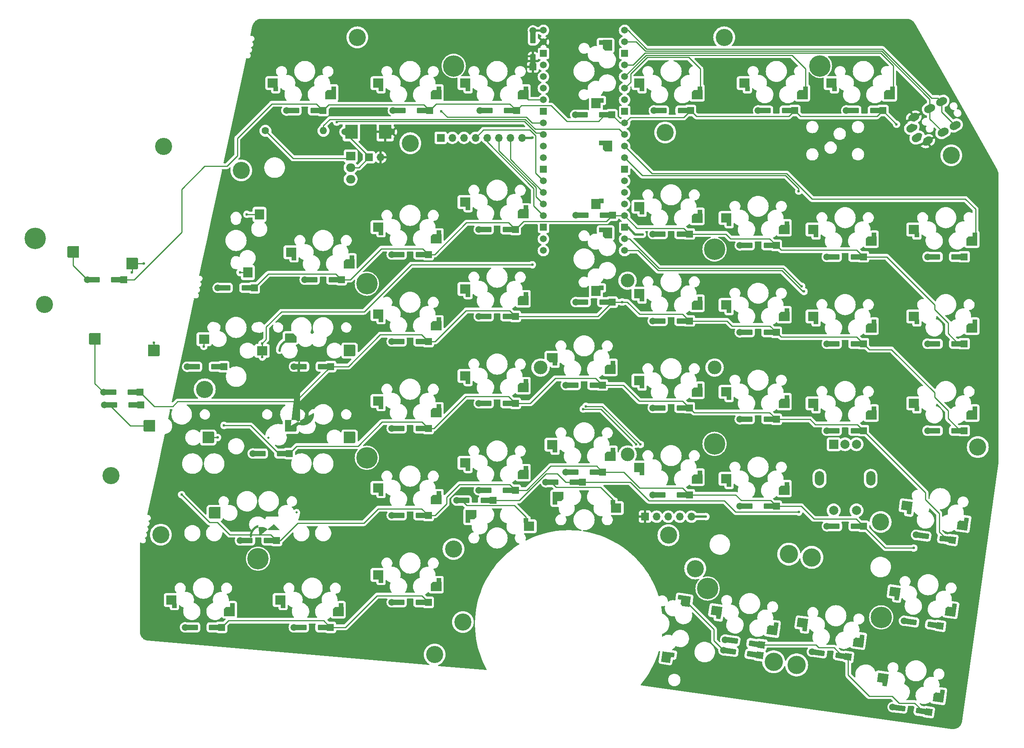
<source format=gtl>
%TF.GenerationSoftware,KiCad,Pcbnew,7.0.5-0*%
%TF.CreationDate,2023-07-26T18:11:08-07:00*%
%TF.ProjectId,ergodonk_simple,6572676f-646f-46e6-9b5f-73696d706c65,rev?*%
%TF.SameCoordinates,Original*%
%TF.FileFunction,Copper,L1,Top*%
%TF.FilePolarity,Positive*%
%FSLAX46Y46*%
G04 Gerber Fmt 4.6, Leading zero omitted, Abs format (unit mm)*
G04 Created by KiCad (PCBNEW 7.0.5-0) date 2023-07-26 18:11:08*
%MOMM*%
%LPD*%
G01*
G04 APERTURE LIST*
G04 Aperture macros list*
%AMRoundRect*
0 Rectangle with rounded corners*
0 $1 Rounding radius*
0 $2 $3 $4 $5 $6 $7 $8 $9 X,Y pos of 4 corners*
0 Add a 4 corners polygon primitive as box body*
4,1,4,$2,$3,$4,$5,$6,$7,$8,$9,$2,$3,0*
0 Add four circle primitives for the rounded corners*
1,1,$1+$1,$2,$3*
1,1,$1+$1,$4,$5*
1,1,$1+$1,$6,$7*
1,1,$1+$1,$8,$9*
0 Add four rect primitives between the rounded corners*
20,1,$1+$1,$2,$3,$4,$5,0*
20,1,$1+$1,$4,$5,$6,$7,0*
20,1,$1+$1,$6,$7,$8,$9,0*
20,1,$1+$1,$8,$9,$2,$3,0*%
%AMHorizOval*
0 Thick line with rounded ends*
0 $1 width*
0 $2 $3 position (X,Y) of the first rounded end (center of the circle)*
0 $4 $5 position (X,Y) of the second rounded end (center of the circle)*
0 Add line between two ends*
20,1,$1,$2,$3,$4,$5,0*
0 Add two circle primitives to create the rounded ends*
1,1,$1,$2,$3*
1,1,$1,$4,$5*%
%AMRotRect*
0 Rectangle, with rotation*
0 The origin of the aperture is its center*
0 $1 length*
0 $2 width*
0 $3 Rotation angle, in degrees counterclockwise*
0 Add horizontal line*
21,1,$1,$2,0,0,$3*%
%AMOutline5P*
0 Free polygon, 5 corners , with rotation*
0 The origin of the aperture is its center*
0 number of corners: always 5*
0 $1 to $10 corner X, Y*
0 $11 Rotation angle, in degrees counterclockwise*
0 create outline with 5 corners*
4,1,5,$1,$2,$3,$4,$5,$6,$7,$8,$9,$10,$1,$2,$11*%
%AMOutline6P*
0 Free polygon, 6 corners , with rotation*
0 The origin of the aperture is its center*
0 number of corners: always 6*
0 $1 to $12 corner X, Y*
0 $13 Rotation angle, in degrees counterclockwise*
0 create outline with 6 corners*
4,1,6,$1,$2,$3,$4,$5,$6,$7,$8,$9,$10,$11,$12,$1,$2,$13*%
%AMOutline7P*
0 Free polygon, 7 corners , with rotation*
0 The origin of the aperture is its center*
0 number of corners: always 7*
0 $1 to $14 corner X, Y*
0 $15 Rotation angle, in degrees counterclockwise*
0 create outline with 7 corners*
4,1,7,$1,$2,$3,$4,$5,$6,$7,$8,$9,$10,$11,$12,$13,$14,$1,$2,$15*%
%AMOutline8P*
0 Free polygon, 8 corners , with rotation*
0 The origin of the aperture is its center*
0 number of corners: always 8*
0 $1 to $16 corner X, Y*
0 $17 Rotation angle, in degrees counterclockwise*
0 create outline with 8 corners*
4,1,8,$1,$2,$3,$4,$5,$6,$7,$8,$9,$10,$11,$12,$13,$14,$15,$16,$1,$2,$17*%
%AMFreePoly0*
4,1,45,2.563603,2.996506,2.630114,2.940697,2.673526,2.865505,2.688603,2.780000,2.670586,2.482141,2.616797,2.188626,2.528021,1.903735,2.405553,1.631621,2.251178,1.376254,2.067147,1.141356,1.856144,0.930353,1.621246,0.746322,1.365879,0.591947,1.275000,0.551045,1.275000,-0.808000,1.259624,-0.885302,1.215836,-0.950836,1.150302,-0.994624,1.073000,-1.010000,0.000000,-1.010000,
-0.568000,-1.010000,-1.275000,-0.303000,-1.275000,0.808000,-1.259624,0.885302,-1.215836,0.950836,-1.150302,0.994624,-1.073000,1.010000,1.073000,1.010000,1.087917,1.007032,1.091167,1.008379,1.314936,1.137571,1.519927,1.294867,1.702633,1.477573,1.859929,1.682564,1.989121,1.906333,2.088001,2.145050,2.154877,2.394632,2.188603,2.650807,2.188603,2.780000,2.203680,2.865505,
2.247092,2.940697,2.313603,2.996506,2.395191,3.026202,2.482015,3.026202,2.563603,2.996506,2.563603,2.996506,$1*%
%AMFreePoly1*
4,1,13,-1.275000,1.000000,-1.255970,1.095671,-1.201777,1.176777,-1.120671,1.230970,-1.025000,1.250000,1.275000,1.250000,1.275000,-1.250000,-1.025000,-1.250000,-1.120671,-1.230970,-1.201777,-1.176777,-1.255970,-1.095671,-1.275000,-1.000000,-1.275000,1.000000,-1.275000,1.000000,$1*%
%AMFreePoly2*
4,1,28,-0.850000,0.400000,0.000000,1.250000,0.114750,1.242219,0.293119,1.197860,0.457783,1.116195,0.601041,1.001041,0.716195,0.857783,0.797860,0.693119,0.842219,0.514750,0.850000,0.400000,0.850000,-0.400000,0.842219,-0.514750,0.797860,-0.693118,0.716195,-0.857783,0.601041,-1.001041,0.457783,-1.116195,0.293119,-1.197860,0.114750,-1.242219,0.000000,-1.250000,-0.114750,-1.242219,
-0.293119,-1.197860,-0.457783,-1.116195,-0.601041,-1.001041,-0.716195,-0.857783,-0.797860,-0.693119,-0.842219,-0.514750,-0.850000,-0.400000,-0.850000,0.400000,-0.850000,0.400000,$1*%
%AMFreePoly3*
4,1,28,-0.850000,0.400000,-0.842219,0.514750,-0.797860,0.693118,-0.716195,0.857783,-0.601041,1.001041,-0.457783,1.116195,-0.293119,1.197860,-0.114750,1.242219,0.000000,1.250000,0.850000,0.400000,0.850000,-0.400000,0.842219,-0.514750,0.797860,-0.693118,0.716195,-0.857783,0.601041,-1.001041,0.457783,-1.116195,0.293119,-1.197860,0.114750,-1.242219,0.000000,-1.250000,-0.114750,-1.242219,
-0.293119,-1.197860,-0.457783,-1.116195,-0.601041,-1.001041,-0.716195,-0.857783,-0.797860,-0.693119,-0.842219,-0.514750,-0.850000,-0.400000,-0.850000,0.400000,-0.850000,0.400000,$1*%
%AMFreePoly4*
4,1,28,-0.850000,0.400000,-0.842219,0.514750,-0.797860,0.693118,-0.716195,0.857783,-0.601041,1.001041,-0.457783,1.116195,-0.293119,1.197860,-0.114750,1.242219,0.000000,1.250000,0.114750,1.242219,0.293119,1.197860,0.457783,1.116195,0.601041,1.001041,0.716195,0.857783,0.797860,0.693119,0.842219,0.514750,0.850000,0.400000,0.850000,-0.400000,0.000000,-1.250000,-0.114750,-1.242219,
-0.293119,-1.197860,-0.457783,-1.116195,-0.601041,-1.001041,-0.716195,-0.857783,-0.797860,-0.693119,-0.842219,-0.514750,-0.850000,-0.400000,-0.850000,0.400000,-0.850000,0.400000,$1*%
%AMFreePoly5*
4,1,28,-0.850000,0.400000,-0.842219,0.514750,-0.797860,0.693118,-0.716195,0.857783,-0.601041,1.001041,-0.457783,1.116195,-0.293119,1.197860,-0.114750,1.242219,0.000000,1.250000,0.114750,1.242219,0.293119,1.197860,0.457783,1.116195,0.601041,1.001041,0.716195,0.857783,0.797860,0.693119,0.842219,0.514750,0.850000,0.400000,0.850000,-0.400000,0.842219,-0.514750,0.797860,-0.693118,
0.716195,-0.857783,0.601041,-1.001041,0.457783,-1.116195,0.293119,-1.197860,0.114750,-1.242219,0.000000,-1.250000,-0.850000,-0.400000,-0.850000,0.400000,-0.850000,0.400000,$1*%
%AMFreePoly6*
4,1,72,4.979306,2.778678,5.045817,2.722869,5.089229,2.647677,5.104306,2.562172,5.087162,2.271457,5.035967,1.984771,4.951430,1.706091,4.834724,1.439278,4.687466,1.188032,4.511698,0.955835,4.309857,0.745908,4.084741,0.561159,3.839470,0.404151,3.577445,0.277060,3.302298,0.181647,3.017844,0.119236,2.728025,0.090691,2.436861,0.096409,2.148387,0.136309,1.925535,0.194461,
1.896017,0.197263,1.763570,0.181968,1.637203,0.139451,1.522448,0.071572,1.424327,-0.018697,1.347134,-0.127406,1.294249,-0.249796,1.275000,-0.345605,1.275000,-1.000000,1.255970,-1.095671,1.201777,-1.176777,1.120671,-1.230970,1.025000,-1.250000,0.000000,-1.250000,-1.275000,-1.250000,-1.275000,1.250000,1.025000,1.250000,1.080205,1.239018,1.080538,1.239048,1.081915,1.238678,
1.120671,1.230970,1.127356,1.226502,1.164404,1.216576,1.235525,1.166775,1.326985,1.075317,1.532213,0.917839,1.756241,0.788496,1.995235,0.689502,2.008699,0.685894,2.052550,0.683832,2.242125,0.641744,2.290662,0.616551,2.501578,0.588784,2.760263,0.588784,3.016735,0.622550,3.266606,0.689502,3.505600,0.788497,3.729628,0.917840,3.934856,1.075317,4.117774,1.258235,
4.275252,1.463464,4.404594,1.687492,4.503588,1.926486,4.570541,2.176357,4.604306,2.432829,4.604306,2.562172,4.619383,2.647677,4.662795,2.722869,4.729306,2.778678,4.810894,2.808374,4.897718,2.808374,4.979306,2.778678,4.979306,2.778678,$1*%
%AMFreePoly7*
4,1,13,-1.275000,1.250000,1.025000,1.250000,1.120671,1.230970,1.201777,1.176777,1.255970,1.095671,1.275000,1.000000,1.275000,-1.000000,1.255970,-1.095671,1.201777,-1.176777,1.120671,-1.230970,1.025000,-1.250000,-1.275000,-1.250000,-1.275000,1.250000,-1.275000,1.250000,$1*%
%AMFreePoly8*
4,1,72,1.275000,-1.250000,0.000000,-1.250000,-1.025000,-1.250000,-1.086473,-1.237772,-1.127055,-1.241323,-1.210921,-1.218851,-1.282043,-1.169051,-1.376892,-1.074202,-1.589727,-0.910888,-1.822058,-0.776751,-1.886457,-0.750076,-1.911345,-0.744098,-1.941766,-0.727166,-2.069910,-0.674088,-2.329042,-0.604654,-2.595020,-0.569637,-2.863293,-0.569637,-3.129271,-0.604654,-3.388403,-0.674088,-3.636255,-0.776752,
-3.868586,-0.910889,-4.081421,-1.074203,-4.271119,-1.263901,-4.434433,-1.476736,-4.568569,-1.709067,-4.671233,-1.956919,-4.740667,-2.216051,-4.775683,-2.482029,-4.775683,-2.616166,-4.790760,-2.701671,-4.834172,-2.776863,-4.900683,-2.832672,-4.982271,-2.862368,-5.069095,-2.862368,-5.150683,-2.832672,-5.217194,-2.776863,-5.260606,-2.701671,-5.275683,-2.616166,-5.258032,-2.316854,-5.205323,-2.021691,
-5.118286,-1.734769,-4.998129,-1.460067,-4.846517,-1.201391,-4.665551,-0.962328,-4.457741,-0.746193,-4.225968,-0.555981,-3.973444,-0.394330,-3.703671,-0.263480,-3.420387,-0.165246,-3.127521,-0.100989,-2.829133,-0.071600,-2.529358,-0.077487,-2.232354,-0.118568,-1.942236,-0.194273,-1.722358,-0.280331,-1.700655,-0.287780,-1.601231,-0.293214,-1.504149,-0.271084,-1.416903,-0.223097,-1.346227,-0.152957,
-1.297577,-0.066079,-1.275000,0.029594,-1.275000,0.037427,-1.276909,0.080569,-1.275000,0.095455,-1.275000,1.000000,-1.255970,1.095671,-1.201777,1.176777,-1.120671,1.230970,-1.025000,1.250000,1.275000,1.250000,1.275000,-1.250000,1.275000,-1.250000,$1*%
G04 Aperture macros list end*
%TA.AperFunction,ComponentPad*%
%ADD10R,1.500000X1.500000*%
%TD*%
%TA.AperFunction,SMDPad,CuDef*%
%ADD11R,1.600000X1.200000*%
%TD*%
%TA.AperFunction,SMDPad,CuDef*%
%ADD12RoundRect,0.225000X0.225000X0.375000X-0.225000X0.375000X-0.225000X-0.375000X0.225000X-0.375000X0*%
%TD*%
%TA.AperFunction,SMDPad,CuDef*%
%ADD13R,1.940000X1.199997*%
%TD*%
%TA.AperFunction,ComponentPad*%
%ADD14C,1.500000*%
%TD*%
%TA.AperFunction,ComponentPad*%
%ADD15R,1.000000X1.000000*%
%TD*%
%TA.AperFunction,SMDPad,CuDef*%
%ADD16R,2.300000X2.000000*%
%TD*%
%TA.AperFunction,SMDPad,CuDef*%
%ADD17Outline5P,-1.150000X0.600000X-0.750000X1.000000X1.150000X1.000000X1.150000X-1.000000X-1.150000X-1.000000X0.000000*%
%TD*%
%TA.AperFunction,ComponentPad*%
%ADD18C,0.500000*%
%TD*%
%TA.AperFunction,ComponentPad*%
%ADD19C,3.750000*%
%TD*%
%TA.AperFunction,ComponentPad*%
%ADD20R,1.700000X1.700000*%
%TD*%
%TA.AperFunction,ComponentPad*%
%ADD21O,1.700000X1.700000*%
%TD*%
%TA.AperFunction,SMDPad,CuDef*%
%ADD22Outline5P,-1.150000X0.600000X-0.750000X1.000000X1.150000X1.000000X1.150000X-1.000000X-1.150000X-1.000000X180.000000*%
%TD*%
%TA.AperFunction,ComponentPad*%
%ADD23C,4.700000*%
%TD*%
%TA.AperFunction,ComponentPad*%
%ADD24RotRect,1.500000X1.500000X172.000000*%
%TD*%
%TA.AperFunction,SMDPad,CuDef*%
%ADD25RotRect,1.600000X1.200000X172.000000*%
%TD*%
%TA.AperFunction,SMDPad,CuDef*%
%ADD26RoundRect,0.225000X0.275000X0.340037X-0.170620X0.402664X-0.275000X-0.340037X0.170620X-0.402664X0*%
%TD*%
%TA.AperFunction,SMDPad,CuDef*%
%ADD27RotRect,1.940000X1.199997X172.000000*%
%TD*%
%TA.AperFunction,SMDPad,CuDef*%
%ADD28R,2.000000X2.300000*%
%TD*%
%TA.AperFunction,SMDPad,CuDef*%
%ADD29Outline5P,-1.150000X0.600000X-0.750000X1.000000X1.150000X1.000000X1.150000X-1.000000X-1.150000X-1.000000X90.000000*%
%TD*%
%TA.AperFunction,ComponentPad*%
%ADD30RotRect,1.000000X1.000000X172.000000*%
%TD*%
%TA.AperFunction,SMDPad,CuDef*%
%ADD31RotRect,2.300000X2.000000X352.000000*%
%TD*%
%TA.AperFunction,SMDPad,CuDef*%
%ADD32Outline5P,-1.150000X0.600000X-0.750000X1.000000X1.150000X1.000000X1.150000X-1.000000X-1.150000X-1.000000X352.000000*%
%TD*%
%TA.AperFunction,SMDPad,CuDef*%
%ADD33FreePoly0,180.000000*%
%TD*%
%TA.AperFunction,SMDPad,CuDef*%
%ADD34FreePoly1,180.000000*%
%TD*%
%TA.AperFunction,SMDPad,CuDef*%
%ADD35R,1.200000X1.600000*%
%TD*%
%TA.AperFunction,SMDPad,CuDef*%
%ADD36RoundRect,0.225000X0.375000X-0.225000X0.375000X0.225000X-0.375000X0.225000X-0.375000X-0.225000X0*%
%TD*%
%TA.AperFunction,SMDPad,CuDef*%
%ADD37R,1.199997X1.940000*%
%TD*%
%TA.AperFunction,ComponentPad*%
%ADD38FreePoly2,299.400000*%
%TD*%
%TA.AperFunction,ComponentPad*%
%ADD39FreePoly3,299.400000*%
%TD*%
%TA.AperFunction,ComponentPad*%
%ADD40FreePoly4,299.400000*%
%TD*%
%TA.AperFunction,ComponentPad*%
%ADD41FreePoly5,299.400000*%
%TD*%
%TA.AperFunction,ComponentPad*%
%ADD42HorizOval,1.700000X-0.348486X-0.196362X0.348486X0.196362X0*%
%TD*%
%TA.AperFunction,SMDPad,CuDef*%
%ADD43FreePoly6,180.000000*%
%TD*%
%TA.AperFunction,ComponentPad*%
%ADD44C,3.000000*%
%TD*%
%TA.AperFunction,ComponentPad*%
%ADD45C,4.000000*%
%TD*%
%TA.AperFunction,SMDPad,CuDef*%
%ADD46R,2.795000X3.120000*%
%TD*%
%TA.AperFunction,ComponentPad*%
%ADD47C,1.524000*%
%TD*%
%TA.AperFunction,SMDPad,CuDef*%
%ADD48Outline5P,-1.150000X1.000000X1.150000X1.000000X1.150000X-1.000000X-0.550000X-1.000000X-1.150000X-0.400000X0.000000*%
%TD*%
%TA.AperFunction,SMDPad,CuDef*%
%ADD49FreePoly7,180.000000*%
%TD*%
%TA.AperFunction,SMDPad,CuDef*%
%ADD50FreePoly8,180.000000*%
%TD*%
%TA.AperFunction,WasherPad*%
%ADD51O,2.000000X3.200000*%
%TD*%
%TA.AperFunction,ComponentPad*%
%ADD52R,2.000000X2.000000*%
%TD*%
%TA.AperFunction,ComponentPad*%
%ADD53C,2.000000*%
%TD*%
%TA.AperFunction,ComponentPad*%
%ADD54R,2.000000X1.905000*%
%TD*%
%TA.AperFunction,ComponentPad*%
%ADD55O,2.000000X1.905000*%
%TD*%
%TA.AperFunction,SMDPad,CuDef*%
%ADD56Outline5P,-1.150000X1.000000X1.150000X1.000000X1.150000X-0.600000X0.750000X-1.000000X-1.150000X-1.000000X262.000000*%
%TD*%
%TA.AperFunction,ComponentPad*%
%ADD57RotRect,1.000000X1.000000X82.000000*%
%TD*%
%TA.AperFunction,SMDPad,CuDef*%
%ADD58RotRect,2.300000X2.000000X262.000000*%
%TD*%
%TA.AperFunction,ComponentPad*%
%ADD59C,1.600000*%
%TD*%
%TA.AperFunction,ComponentPad*%
%ADD60O,1.600000X1.600000*%
%TD*%
%TA.AperFunction,ViaPad*%
%ADD61C,0.600000*%
%TD*%
%TA.AperFunction,Conductor*%
%ADD62C,0.250000*%
%TD*%
%TA.AperFunction,Conductor*%
%ADD63C,0.500000*%
%TD*%
G04 APERTURE END LIST*
D10*
%TO.P,D58,1,K*%
%TO.N,row5*%
X81526250Y-155643000D03*
D11*
X80226250Y-155643000D03*
D12*
X79176250Y-155643000D03*
%TO.P,D58,2,A*%
%TO.N,Net-(D58-A)*%
X75876250Y-155643000D03*
D13*
X74656250Y-155642999D03*
D14*
X73526250Y-155643000D03*
%TD*%
D15*
%TO.P,SW31,5*%
%TO.N,Net-(D31-A)*%
X211670000Y-107788000D03*
D16*
X211020000Y-106548000D03*
D15*
%TO.P,SW31,6*%
%TO.N,SW41A*%
X224370000Y-107778000D03*
D17*
X223720000Y-109088000D03*
%TD*%
D10*
%TO.P,D17,1,K*%
%TO.N,row1*%
X107720000Y-79443000D03*
D11*
X106420000Y-79443000D03*
D12*
X105370000Y-79443000D03*
%TO.P,D17,2,A*%
%TO.N,Net-(D17-A)*%
X102070000Y-79443000D03*
D13*
X100850000Y-79442999D03*
D14*
X99720000Y-79443000D03*
%TD*%
D10*
%TO.P,D55,1,K*%
%TO.N,row5*%
X140970000Y-127850000D03*
D11*
X139670000Y-127850000D03*
D12*
X138620000Y-127850000D03*
%TO.P,D55,2,A*%
%TO.N,Net-(D55-A)*%
X135320000Y-127850000D03*
D13*
X134100000Y-127849999D03*
D14*
X132970000Y-127850000D03*
%TD*%
D18*
%TO.P,H24,1*%
%TO.N,N/C*%
X67140000Y-134278679D03*
X67140000Y-136400000D03*
D19*
X68200660Y-135339340D03*
D18*
X69261320Y-134278679D03*
X69261320Y-136400000D03*
%TD*%
D20*
%TO.P,J12,1,Pin_1*%
%TO.N,unconnected-(J12-Pin_1-Pad1)*%
X129490000Y-48370000D03*
D21*
%TO.P,J12,2,Pin_2*%
%TO.N,GND*%
X132030000Y-48370000D03*
%TO.P,J12,3,Pin_3*%
%TO.N,unconnected-(J12-Pin_3-Pad3)*%
X134570000Y-48370000D03*
%TO.P,J12,4,Pin_4*%
%TO.N,SS*%
X137110000Y-48370000D03*
%TO.P,J12,5,Pin_5*%
%TO.N,SC*%
X139650000Y-48370000D03*
%TO.P,J12,6,Pin_6*%
%TO.N,MO*%
X142190000Y-48370000D03*
%TO.P,J12,7,Pin_7*%
%TO.N,MI*%
X144730000Y-48370000D03*
%TO.P,J12,8,Pin_8*%
%TO.N,VI*%
X147270000Y-48370000D03*
%TD*%
D15*
%TO.P,SW55,5*%
%TO.N,Net-(D55-A)*%
X148170000Y-132248000D03*
D16*
X148820000Y-133488000D03*
D15*
%TO.P,SW55,6*%
%TO.N,col5*%
X135470000Y-132258000D03*
D22*
X136120000Y-130948000D03*
%TD*%
D23*
%TO.P,H7,*%
%TO.N,*%
X132320000Y-32610000D03*
%TD*%
D10*
%TO.P,D46,1,K*%
%TO.N,row4*%
X126770000Y-131093000D03*
D11*
X125470000Y-131093000D03*
D12*
X124420000Y-131093000D03*
%TO.P,D46,2,A*%
%TO.N,Net-(D46-A)*%
X121120000Y-131093000D03*
D13*
X119900000Y-131092999D03*
D14*
X118770000Y-131093000D03*
%TD*%
D24*
%TO.P,D40,1,K*%
%TO.N,row4*%
X238841072Y-155326692D03*
D25*
X237553724Y-155145767D03*
D26*
X236513942Y-154999636D03*
%TO.P,D40,2,A*%
%TO.N,Net-(D40-A)*%
X233246058Y-154540364D03*
D27*
X232037931Y-154370572D03*
D14*
X230918928Y-154213308D03*
%TD*%
D10*
%TO.P,D15,1,K*%
%TO.N,row1*%
X145820000Y-68443000D03*
D11*
X144520000Y-68443000D03*
D12*
X143470000Y-68443000D03*
%TO.P,D15,2,A*%
%TO.N,Net-(D15-A)*%
X140170000Y-68443000D03*
D13*
X138950000Y-68442999D03*
D14*
X137820000Y-68443000D03*
%TD*%
D23*
%TO.P,H5,*%
%TO.N,*%
X225920000Y-153460000D03*
%TD*%
D10*
%TO.P,D54,1,K*%
%TO.N,row5*%
X160490000Y-123830000D03*
D11*
X159190000Y-123830000D03*
D12*
X158140000Y-123830000D03*
%TO.P,D54,2,A*%
%TO.N,Net-(D54-A)*%
X154840000Y-123830000D03*
D13*
X153620000Y-123829999D03*
D14*
X152490000Y-123830000D03*
%TD*%
D15*
%TO.P,SW16,5*%
%TO.N,Net-(D16-A)*%
X116420000Y-69188000D03*
D16*
X115770000Y-67948000D03*
D15*
%TO.P,SW16,6*%
%TO.N,col6*%
X129120000Y-69178000D03*
D17*
X128470000Y-70488000D03*
%TD*%
D15*
%TO.P,SW6,5*%
%TO.N,Net-(D6-A)*%
X116420000Y-37638000D03*
D16*
X115770000Y-36398000D03*
D15*
%TO.P,SW6,6*%
%TO.N,col6*%
X129120000Y-37628000D03*
D17*
X128470000Y-38938000D03*
%TD*%
D18*
%TO.P,H18,1*%
%TO.N,N/C*%
X110158680Y-25298679D03*
X110158680Y-27420000D03*
D19*
X111219340Y-26359340D03*
D18*
X112280000Y-25298679D03*
X112280000Y-27420000D03*
%TD*%
D10*
%TO.P,D56,1,K*%
%TO.N,row5*%
X126770000Y-150143000D03*
D11*
X125470000Y-150143000D03*
D12*
X124420000Y-150143000D03*
%TO.P,D56,2,A*%
%TO.N,Net-(D56-A)*%
X121120000Y-150143000D03*
D13*
X119900000Y-150142999D03*
D14*
X118770000Y-150143000D03*
%TD*%
D18*
%TO.P,H12,1*%
%TO.N,N/C*%
X133278680Y-153428679D03*
X133278680Y-155550000D03*
D19*
X134339340Y-154489340D03*
D18*
X135400000Y-153428679D03*
X135400000Y-155550000D03*
%TD*%
D10*
%TO.P,D5,1,K*%
%TO.N,row0*%
X146070000Y-42393000D03*
D11*
X144770000Y-42393000D03*
D12*
X143720000Y-42393000D03*
%TO.P,D5,2,A*%
%TO.N,Net-(D5-A)*%
X140420000Y-42393000D03*
D13*
X139200000Y-42392999D03*
D14*
X138070000Y-42393000D03*
%TD*%
D10*
%TO.P,D13,1,K*%
%TO.N,row1*%
X183920000Y-69443000D03*
D11*
X182620000Y-69443000D03*
D12*
X181570000Y-69443000D03*
%TO.P,D13,2,A*%
%TO.N,Net-(D13-A)*%
X178270000Y-69443000D03*
D13*
X177050000Y-69442999D03*
D14*
X175920000Y-69443000D03*
%TD*%
D10*
%TO.P,D32,1,K*%
%TO.N,row3*%
X202970000Y-110043000D03*
D11*
X201670000Y-110043000D03*
D12*
X200620000Y-110043000D03*
%TO.P,D32,2,A*%
%TO.N,Net-(D32-A)*%
X197320000Y-110043000D03*
D13*
X196100000Y-110042999D03*
D14*
X194970000Y-110043000D03*
%TD*%
D10*
%TO.P,D26,1,K*%
%TO.N,row2*%
X126770000Y-92993000D03*
D11*
X125470000Y-92993000D03*
D12*
X124420000Y-92993000D03*
%TO.P,D26,2,A*%
%TO.N,Net-(D26-A)*%
X121120000Y-92993000D03*
D13*
X119900000Y-92992999D03*
D14*
X118770000Y-92993000D03*
%TD*%
D23*
%TO.P,H2,*%
%TO.N,*%
X189430000Y-115440000D03*
%TD*%
D15*
%TO.P,SW14,5*%
%TO.N,Net-(D14-A)*%
X164690000Y-62218000D03*
D28*
X163450000Y-62868000D03*
D15*
%TO.P,SW14,6*%
%TO.N,col4*%
X164680000Y-49518000D03*
D29*
X165990000Y-50168000D03*
%TD*%
D15*
%TO.P,SW43,5*%
%TO.N,Net-(D43-A)*%
X173570000Y-121838000D03*
D16*
X172920000Y-120598000D03*
D15*
%TO.P,SW43,6*%
%TO.N,col3*%
X186270000Y-121828000D03*
D17*
X185620000Y-123138000D03*
%TD*%
D10*
%TO.P,D7,1,K*%
%TO.N,row0*%
X103720000Y-42393000D03*
D11*
X102420000Y-42393000D03*
D12*
X101370000Y-42393000D03*
%TO.P,D7,2,A*%
%TO.N,Net-(D7-A)*%
X98070000Y-42393000D03*
D13*
X96850000Y-42392999D03*
D14*
X95720000Y-42393000D03*
%TD*%
D10*
%TO.P,D2,1,K*%
%TO.N,row0*%
X206970000Y-42393000D03*
D11*
X205670000Y-42393000D03*
D12*
X204620000Y-42393000D03*
%TO.P,D2,2,A*%
%TO.N,Net-(D2-A)*%
X201320000Y-42393000D03*
D13*
X200100000Y-42392999D03*
D14*
X198970000Y-42393000D03*
%TD*%
D23*
%TO.P,H4,*%
%TO.N,*%
X113310000Y-80330000D03*
%TD*%
D30*
%TO.P,SW50,5*%
%TO.N,Net-(D50-A)*%
X226714735Y-168072363D03*
D31*
X226243635Y-166753968D03*
D30*
%TO.P,SW50,6*%
%TO.N,col0*%
X239292531Y-169829959D03*
D32*
X238466540Y-171036747D03*
%TD*%
D18*
%TO.P,H19,1*%
%TO.N,N/C*%
X190479340Y-25298679D03*
X190479340Y-27420000D03*
D19*
X191540000Y-26359340D03*
D18*
X192600660Y-25298679D03*
X192600660Y-27420000D03*
%TD*%
D15*
%TO.P,SW22,5*%
%TO.N,Net-(D22-A)*%
X192620000Y-86238000D03*
D16*
X191970000Y-84998000D03*
D15*
%TO.P,SW22,6*%
%TO.N,col2*%
X205320000Y-86228000D03*
D17*
X204670000Y-87538000D03*
%TD*%
D15*
%TO.P,SW4,5*%
%TO.N,Net-(D4-A)*%
X164690000Y-40168000D03*
D28*
X163450000Y-40818000D03*
D15*
%TO.P,SW4,6*%
%TO.N,col4*%
X164680000Y-27468000D03*
D29*
X165990000Y-28118000D03*
%TD*%
D15*
%TO.P,SW7,5*%
%TO.N,Net-(D7-A)*%
X93370000Y-37638000D03*
D16*
X92720000Y-36398000D03*
D15*
%TO.P,SW7,6*%
%TO.N,col7*%
X106070000Y-37628000D03*
D17*
X105420000Y-38938000D03*
%TD*%
D30*
%TO.P,SW52,5*%
%TO.N,Net-(D52-A)*%
X190311796Y-153338510D03*
D31*
X189840696Y-152020115D03*
D30*
%TO.P,SW52,6*%
%TO.N,col2*%
X202889592Y-155096106D03*
D32*
X202063601Y-156302894D03*
%TD*%
D15*
%TO.P,SW44,5*%
%TO.N,Net-(D44-A)*%
X154520000Y-116838000D03*
D16*
X153870000Y-115598000D03*
D15*
%TO.P,SW44,6*%
%TO.N,col4*%
X167220000Y-116828000D03*
D17*
X166570000Y-118138000D03*
%TD*%
D18*
%TO.P,H17,1*%
%TO.N,N/C*%
X121769340Y-48489339D03*
X121769340Y-50610660D03*
D19*
X122830000Y-49550000D03*
D18*
X123890660Y-48489339D03*
X123890660Y-50610660D03*
%TD*%
D15*
%TO.P,SW26,5*%
%TO.N,Net-(D26-A)*%
X116420000Y-88238000D03*
D16*
X115770000Y-86998000D03*
D15*
%TO.P,SW26,6*%
%TO.N,col6*%
X129120000Y-88228000D03*
D17*
X128470000Y-89538000D03*
%TD*%
D15*
%TO.P,SW56,5*%
%TO.N,Net-(D56-A)*%
X116420000Y-145388000D03*
D16*
X115770000Y-144148000D03*
D15*
%TO.P,SW56,6*%
%TO.N,col6*%
X129120000Y-145378000D03*
D17*
X128470000Y-146688000D03*
%TD*%
D15*
%TO.P,SW46,5*%
%TO.N,Net-(D46-A)*%
X116420000Y-126338000D03*
D16*
X115770000Y-125098000D03*
D15*
%TO.P,SW46,6*%
%TO.N,col6*%
X129120000Y-126328000D03*
D17*
X128470000Y-127638000D03*
%TD*%
D18*
%TO.P,SW27,5*%
%TO.N,Net-(D27-A)*%
X94196397Y-94998000D03*
D33*
X96635000Y-92218000D03*
D18*
%TO.P,SW27,6*%
%TO.N,col7*%
X108518046Y-95018557D03*
D34*
X109562000Y-94998000D03*
%TD*%
D10*
%TO.P,D21,1,K*%
%TO.N,row2*%
X222020000Y-93493000D03*
D11*
X220720000Y-93493000D03*
D12*
X219670000Y-93493000D03*
%TO.P,D21,2,A*%
%TO.N,Net-(D21-A)*%
X216370000Y-93493000D03*
D13*
X215150000Y-93492999D03*
D14*
X214020000Y-93493000D03*
%TD*%
D15*
%TO.P,SW5,5*%
%TO.N,Net-(D5-A)*%
X135470000Y-37638000D03*
D16*
X134820000Y-36398000D03*
D15*
%TO.P,SW5,6*%
%TO.N,col5*%
X148170000Y-37628000D03*
D17*
X147520000Y-38938000D03*
%TD*%
D23*
%TO.P,H10,*%
%TO.N,*%
X187910000Y-147140000D03*
%TD*%
D10*
%TO.P,D18,1,K*%
%TO.N,VCC*%
X149670000Y-32840000D03*
D35*
X149670000Y-31540000D03*
D36*
X149670000Y-30490000D03*
%TO.P,D18,2,A*%
%TO.N,Net-(D18-A)*%
X149670000Y-27190000D03*
D37*
X149670001Y-25970000D03*
D14*
X149670000Y-24840000D03*
%TD*%
D15*
%TO.P,SW10,5*%
%TO.N,Net-(D10-A)*%
X233720000Y-88738000D03*
D16*
X233070000Y-87498000D03*
D15*
%TO.P,SW10,6*%
%TO.N,col0*%
X246420000Y-88728000D03*
D17*
X245770000Y-90038000D03*
%TD*%
D10*
%TO.P,D37,1,K*%
%TO.N,row3*%
X96350000Y-117543000D03*
D11*
X95050000Y-117543000D03*
D12*
X94000000Y-117543000D03*
%TO.P,D37,2,A*%
%TO.N,Net-(D37-A)*%
X90700000Y-117543000D03*
D13*
X89480000Y-117542999D03*
D14*
X88350000Y-117543000D03*
%TD*%
D15*
%TO.P,SW35,5*%
%TO.N,Net-(D35-A)*%
X135470000Y-101788000D03*
D16*
X134820000Y-100548000D03*
D15*
%TO.P,SW35,6*%
%TO.N,col5*%
X148170000Y-101778000D03*
D17*
X147520000Y-103088000D03*
%TD*%
D28*
%TO.P,SW18_RH10,5*%
%TO.N,Net-(D18_RH10-A)*%
X87250000Y-77868000D03*
%TO.P,SW18_RH10,6*%
%TO.N,col8*%
X89790000Y-65168000D03*
%TD*%
D15*
%TO.P,SW15,5*%
%TO.N,Net-(D15-A)*%
X135470000Y-63688000D03*
D16*
X134820000Y-62448000D03*
D15*
%TO.P,SW15,6*%
%TO.N,col5*%
X148170000Y-63678000D03*
D17*
X147520000Y-64988000D03*
%TD*%
D15*
%TO.P,SW21,5*%
%TO.N,Net-(D21-A)*%
X211670000Y-88738000D03*
D16*
X211020000Y-87498000D03*
D15*
%TO.P,SW21,6*%
%TO.N,SW41A*%
X224370000Y-88728000D03*
D17*
X223720000Y-90038000D03*
%TD*%
D10*
%TO.P,D42,1,K*%
%TO.N,row4*%
X202970000Y-129093000D03*
D11*
X201670000Y-129093000D03*
D12*
X200620000Y-129093000D03*
%TO.P,D42,2,A*%
%TO.N,Net-(D42-A)*%
X197320000Y-129093000D03*
D13*
X196100000Y-129092999D03*
D14*
X194970000Y-129093000D03*
%TD*%
D23*
%TO.P,H3,*%
%TO.N,*%
X113310000Y-118490000D03*
%TD*%
D10*
%TO.P,D33,1,K*%
%TO.N,row3*%
X183920000Y-107543000D03*
D11*
X182620000Y-107543000D03*
D12*
X181570000Y-107543000D03*
%TO.P,D33,2,A*%
%TO.N,Net-(D33-A)*%
X178270000Y-107543000D03*
D13*
X177050000Y-107542999D03*
D14*
X175920000Y-107543000D03*
%TD*%
D38*
%TO.P,J11,1*%
%TO.N,GND*%
X232624681Y-46171384D03*
D39*
X233827395Y-48305858D03*
D40*
%TO.P,J11,2*%
%TO.N,VCC*%
X233072420Y-43910404D03*
D41*
X235993298Y-49094127D03*
D42*
%TO.P,J11,3*%
%TO.N,RX*%
X236557276Y-41946789D03*
X239478153Y-47130512D03*
%TO.P,J11,4*%
%TO.N,TX*%
X239170917Y-40474078D03*
X242091794Y-45657800D03*
%TD*%
D10*
%TO.P,D11,1,K*%
%TO.N,row1*%
X222020000Y-74443000D03*
D11*
X220720000Y-74443000D03*
D12*
X219670000Y-74443000D03*
%TO.P,D11,2,A*%
%TO.N,Net-(D11-A)*%
X216370000Y-74443000D03*
D13*
X215150000Y-74442999D03*
D14*
X214020000Y-74443000D03*
%TD*%
D18*
%TO.P,H25,1*%
%TO.N,N/C*%
X224748680Y-131498679D03*
X224748680Y-133620000D03*
D19*
X225809340Y-132559340D03*
D18*
X226870000Y-131498679D03*
X226870000Y-133620000D03*
%TD*%
D10*
%TO.P,D27,1,K*%
%TO.N,row2*%
X105380000Y-98493000D03*
D11*
X104080000Y-98493000D03*
D12*
X103030000Y-98493000D03*
%TO.P,D27,2,A*%
%TO.N,Net-(D27-A)*%
X99730000Y-98493000D03*
D13*
X98510000Y-98492999D03*
D14*
X97380000Y-98493000D03*
%TD*%
D15*
%TO.P,SW17,5*%
%TO.N,Net-(D17-A)*%
X97370000Y-74688000D03*
D16*
X96720000Y-73448000D03*
D15*
%TO.P,SW17,6*%
%TO.N,col7*%
X110070000Y-74678000D03*
D17*
X109420000Y-75988000D03*
%TD*%
D23*
%TO.P,H6,*%
%TO.N,*%
X212510000Y-32610000D03*
%TD*%
D10*
%TO.P,D12,1,K*%
%TO.N,row1*%
X202970000Y-71943000D03*
D11*
X201670000Y-71943000D03*
D12*
X200620000Y-71943000D03*
%TO.P,D12,2,A*%
%TO.N,Net-(D12-A)*%
X197320000Y-71943000D03*
D13*
X196100000Y-71942999D03*
D14*
X194970000Y-71943000D03*
%TD*%
D30*
%TO.P,SW30,5*%
%TO.N,Net-(D30-A)*%
X232017230Y-130343150D03*
D31*
X231546130Y-129024755D03*
D30*
%TO.P,SW30,6*%
%TO.N,col0*%
X244595026Y-132100746D03*
D32*
X243769035Y-133307534D03*
%TD*%
D10*
%TO.P,D25,1,K*%
%TO.N,row2*%
X145820000Y-87493000D03*
D11*
X144520000Y-87493000D03*
D12*
X143470000Y-87493000D03*
%TO.P,D25,2,A*%
%TO.N,Net-(D25-A)*%
X140170000Y-87493000D03*
D13*
X138950000Y-87492999D03*
D14*
X137820000Y-87493000D03*
%TD*%
D10*
%TO.P,D34,1,K*%
%TO.N,row3*%
X164870000Y-102543000D03*
D11*
X163570000Y-102543000D03*
D12*
X162520000Y-102543000D03*
%TO.P,D34,2,A*%
%TO.N,Net-(D34-A)*%
X159220000Y-102543000D03*
D13*
X158000000Y-102542999D03*
D14*
X156870000Y-102543000D03*
%TD*%
D15*
%TO.P,SW57,5*%
%TO.N,Net-(D57-A)*%
X94988750Y-150888000D03*
D16*
X94338750Y-149648000D03*
D15*
%TO.P,SW57,6*%
%TO.N,col7*%
X107688750Y-150878000D03*
D17*
X107038750Y-152188000D03*
%TD*%
D23*
%TO.P,H1,*%
%TO.N,*%
X189430000Y-72820000D03*
%TD*%
D10*
%TO.P,D4,1,K*%
%TO.N,row0*%
X166950000Y-43330000D03*
D11*
X165650000Y-43330000D03*
D12*
X164600000Y-43330000D03*
%TO.P,D4,2,A*%
%TO.N,Net-(D4-A)*%
X161300000Y-43330000D03*
D13*
X160080000Y-43329999D03*
D14*
X158950000Y-43330000D03*
%TD*%
D24*
%TO.P,D50,1,K*%
%TO.N,row5*%
X236344467Y-174226692D03*
D25*
X235057119Y-174045767D03*
D26*
X234017337Y-173899636D03*
%TO.P,D50,2,A*%
%TO.N,Net-(D50-A)*%
X230749453Y-173440364D03*
D27*
X229541326Y-173270572D03*
D14*
X228422323Y-173113308D03*
%TD*%
D18*
%TO.P,SW37,5*%
%TO.N,Net-(D37-A)*%
X91780694Y-114070172D03*
D43*
X96635000Y-111508000D03*
D18*
%TO.P,SW37,6*%
%TO.N,col7*%
X108508782Y-114082141D03*
D34*
X109562000Y-114048000D03*
%TD*%
D44*
%TO.P,REF\u002A\u002A,1*%
%TO.N,N/C*%
X151345000Y-98710000D03*
X170395000Y-79660000D03*
X170395000Y-117760000D03*
X189445000Y-98710000D03*
%TD*%
D15*
%TO.P,SW24,5*%
%TO.N,Net-(D24-A)*%
X164690000Y-81268000D03*
D28*
X163450000Y-81918000D03*
D15*
%TO.P,SW24,6*%
%TO.N,col4*%
X164680000Y-68568000D03*
D29*
X165990000Y-69218000D03*
%TD*%
D15*
%TO.P,SW1,5*%
%TO.N,Net-(D1-A)*%
X215670000Y-37638000D03*
D16*
X215020000Y-36398000D03*
D15*
%TO.P,SW1,6*%
%TO.N,SW41A*%
X228370000Y-37628000D03*
D17*
X227720000Y-38938000D03*
%TD*%
D15*
%TO.P,SW2,5*%
%TO.N,Net-(D2-A)*%
X196620000Y-37638000D03*
D16*
X195970000Y-36398000D03*
D15*
%TO.P,SW2,6*%
%TO.N,col2*%
X209320000Y-37628000D03*
D17*
X208670000Y-38938000D03*
%TD*%
D24*
%TO.P,D51,1,K*%
%TO.N,row5*%
X218701072Y-162106692D03*
D25*
X217413724Y-161925767D03*
D26*
X216373942Y-161779636D03*
%TO.P,D51,2,A*%
%TO.N,Net-(D51-A)*%
X213106058Y-161320364D03*
D27*
X211897931Y-161150572D03*
D14*
X210778928Y-160993308D03*
%TD*%
D10*
%TO.P,D0,1,K*%
%TO.N,row0*%
X244070000Y-74443000D03*
D11*
X242770000Y-74443000D03*
D12*
X241720000Y-74443000D03*
%TO.P,D0,2,A*%
%TO.N,Net-(D0-A)*%
X238420000Y-74443000D03*
D13*
X237200000Y-74442999D03*
D14*
X236070000Y-74443000D03*
%TD*%
D18*
%TO.P,H16,1*%
%TO.N,N/C*%
X67770000Y-49208679D03*
X67770000Y-51330000D03*
D19*
X68830660Y-50269340D03*
D18*
X69891320Y-49208679D03*
X69891320Y-51330000D03*
%TD*%
D10*
%TO.P,D1,1,K*%
%TO.N,row0*%
X226270000Y-42393000D03*
D11*
X224970000Y-42393000D03*
D12*
X223920000Y-42393000D03*
%TO.P,D1,2,A*%
%TO.N,Net-(D1-A)*%
X220620000Y-42393000D03*
D13*
X219400000Y-42392999D03*
D14*
X218270000Y-42393000D03*
%TD*%
D45*
%TO.P,REF\u002A\u002A,*%
%TO.N,*%
X205690691Y-139606180D03*
X202376632Y-163186938D03*
%TD*%
D15*
%TO.P,SW20,5*%
%TO.N,Net-(D20-A)*%
X233720000Y-107788000D03*
D16*
X233070000Y-106548000D03*
D15*
%TO.P,SW20,6*%
%TO.N,col0*%
X246420000Y-107778000D03*
D17*
X245770000Y-109088000D03*
%TD*%
D10*
%TO.P,D47,1,K*%
%TO.N,row4*%
X93530000Y-136593000D03*
D11*
X92230000Y-136593000D03*
D12*
X91180000Y-136593000D03*
%TO.P,D47,2,A*%
%TO.N,Net-(D47-A)*%
X87880000Y-136593000D03*
D13*
X86660000Y-136592999D03*
D14*
X85530000Y-136593000D03*
%TD*%
D15*
%TO.P,SW42,5*%
%TO.N,Net-(D42-A)*%
X192620000Y-124338000D03*
D16*
X191970000Y-123098000D03*
D15*
%TO.P,SW42,6*%
%TO.N,col2*%
X205320000Y-124328000D03*
D17*
X204670000Y-125638000D03*
%TD*%
D10*
%TO.P,D6,1,K*%
%TO.N,row0*%
X127020000Y-42393000D03*
D11*
X125720000Y-42393000D03*
D12*
X124670000Y-42393000D03*
%TO.P,D6,2,A*%
%TO.N,Net-(D6-A)*%
X121370000Y-42393000D03*
D13*
X120150000Y-42392999D03*
D14*
X119020000Y-42393000D03*
%TD*%
D10*
%TO.P,D24,1,K*%
%TO.N,row2*%
X167030000Y-84370000D03*
D11*
X165730000Y-84370000D03*
D12*
X164680000Y-84370000D03*
%TO.P,D24,2,A*%
%TO.N,Net-(D24-A)*%
X161380000Y-84370000D03*
D13*
X160160000Y-84369999D03*
D14*
X159030000Y-84370000D03*
%TD*%
D46*
%TO.P,D_SOL_1,A*%
%TO.N,Net-(J_SOL_1-Pin_1)*%
X109947500Y-47070000D03*
D47*
X108550000Y-47070000D03*
%TO.P,D_SOL_1,C*%
%TO.N,VCC*%
X118710000Y-47070000D03*
D46*
X117312500Y-47070000D03*
%TD*%
D18*
%TO.P,H22,1*%
%TO.N,N/C*%
X177569340Y-46139339D03*
X177569340Y-48260660D03*
D19*
X178630000Y-47200000D03*
D18*
X179690660Y-46139339D03*
X179690660Y-48260660D03*
%TD*%
D10*
%TO.P,D3,1,K*%
%TO.N,row0*%
X184170000Y-42393000D03*
D11*
X182870000Y-42393000D03*
D12*
X181820000Y-42393000D03*
%TO.P,D3,2,A*%
%TO.N,Net-(D3-A)*%
X178520000Y-42393000D03*
D13*
X177300000Y-42392999D03*
D14*
X176170000Y-42393000D03*
%TD*%
D15*
%TO.P,SW34,5*%
%TO.N,Net-(D34-A)*%
X154520000Y-97788000D03*
D48*
X153870000Y-96548000D03*
D15*
%TO.P,SW34,6*%
%TO.N,col4*%
X167220000Y-97778000D03*
D17*
X166570000Y-99088000D03*
%TD*%
D10*
%TO.P,D16,1,K*%
%TO.N,row1*%
X126770000Y-73943000D03*
D11*
X125470000Y-73943000D03*
D12*
X124420000Y-73943000D03*
%TO.P,D16,2,A*%
%TO.N,Net-(D16-A)*%
X121120000Y-73943000D03*
D13*
X119900000Y-73942999D03*
D14*
X118770000Y-73943000D03*
%TD*%
D10*
%TO.P,D35,1,K*%
%TO.N,row3*%
X145820000Y-106543000D03*
D11*
X144520000Y-106543000D03*
D12*
X143470000Y-106543000D03*
%TO.P,D35,2,A*%
%TO.N,Net-(D35-A)*%
X140170000Y-106543000D03*
D13*
X138950000Y-106542999D03*
D14*
X137820000Y-106543000D03*
%TD*%
D18*
%TO.P,H23,1*%
%TO.N,N/C*%
X84759340Y-54439339D03*
X84759340Y-56560660D03*
D19*
X85820000Y-55500000D03*
D18*
X86880660Y-54439339D03*
X86880660Y-56560660D03*
%TD*%
D10*
%TO.P,D43,1,K*%
%TO.N,row4*%
X183920000Y-126593000D03*
D11*
X182620000Y-126593000D03*
D12*
X181570000Y-126593000D03*
%TO.P,D43,2,A*%
%TO.N,Net-(D43-A)*%
X178270000Y-126593000D03*
D13*
X177050000Y-126592999D03*
D14*
X175920000Y-126593000D03*
%TD*%
D15*
%TO.P,SW0,5*%
%TO.N,Net-(D0-A)*%
X233720000Y-69688000D03*
D16*
X233070000Y-68448000D03*
D15*
%TO.P,SW0,6*%
%TO.N,col0*%
X246420000Y-69678000D03*
D17*
X245770000Y-70988000D03*
%TD*%
D15*
%TO.P,SW58,5*%
%TO.N,Net-(D58-A)*%
X71176250Y-150888000D03*
D16*
X70526250Y-149648000D03*
D15*
%TO.P,SW58,6*%
%TO.N,col8*%
X83876250Y-150878000D03*
D17*
X83226250Y-152188000D03*
%TD*%
D10*
%TO.P,D45,1,K*%
%TO.N,row4*%
X145820000Y-125593000D03*
D11*
X144520000Y-125593000D03*
D12*
X143470000Y-125593000D03*
%TO.P,D45,2,A*%
%TO.N,Net-(D45-A)*%
X140170000Y-125593000D03*
D13*
X138950000Y-125592999D03*
D14*
X137820000Y-125593000D03*
%TD*%
D15*
%TO.P,SW3,5*%
%TO.N,Net-(D3-A)*%
X173570000Y-37638000D03*
D16*
X172920000Y-36398000D03*
D15*
%TO.P,SW3,6*%
%TO.N,col3*%
X186270000Y-37628000D03*
D17*
X185620000Y-38938000D03*
%TD*%
D20*
%TO.P,J10,1,Pin_1*%
%TO.N,VCC*%
X174220000Y-131390000D03*
D21*
%TO.P,J10,2,Pin_2*%
%TO.N,SDA*%
X176760000Y-131390000D03*
%TO.P,J10,3,Pin_3*%
%TO.N,SCL*%
X179300000Y-131390000D03*
%TO.P,J10,4,Pin_4*%
%TO.N,unconnected-(J10-Pin_4-Pad4)*%
X181840000Y-131390000D03*
%TO.P,J10,5,Pin_5*%
%TO.N,GND*%
X184380000Y-131390000D03*
%TD*%
D10*
%TO.P,D22,1,K*%
%TO.N,row2*%
X202970000Y-90993000D03*
D11*
X201670000Y-90993000D03*
D12*
X200620000Y-90993000D03*
%TO.P,D22,2,A*%
%TO.N,Net-(D22-A)*%
X197320000Y-90993000D03*
D13*
X196100000Y-90992999D03*
D14*
X194970000Y-90993000D03*
%TD*%
D10*
%TO.P,D48_RH10,1,K*%
%TO.N,row4*%
X63840000Y-106940000D03*
D11*
X62540000Y-106940000D03*
D12*
X61490000Y-106940000D03*
%TO.P,D48_RH10,2,A*%
%TO.N,Net-(D48_RH10-A)*%
X58190000Y-106940000D03*
D13*
X56970000Y-106939999D03*
D14*
X55840000Y-106940000D03*
%TD*%
D15*
%TO.P,SW36,5*%
%TO.N,Net-(D36-A)*%
X116420000Y-107288000D03*
D16*
X115770000Y-106048000D03*
D15*
%TO.P,SW36,6*%
%TO.N,col6*%
X129120000Y-107278000D03*
D17*
X128470000Y-108588000D03*
%TD*%
D10*
%TO.P,D20,1,K*%
%TO.N,row2*%
X244070000Y-112543000D03*
D11*
X242770000Y-112543000D03*
D12*
X241720000Y-112543000D03*
%TO.P,D20,2,A*%
%TO.N,Net-(D20-A)*%
X238420000Y-112543000D03*
D13*
X237200000Y-112542999D03*
D14*
X236070000Y-112543000D03*
%TD*%
D30*
%TO.P,SW40,5*%
%TO.N,Net-(D40-A)*%
X229365982Y-149207756D03*
D31*
X228894882Y-147889361D03*
D30*
%TO.P,SW40,6*%
%TO.N,col0*%
X241943778Y-150965352D03*
D32*
X241117787Y-152172140D03*
%TD*%
D15*
%TO.P,SW25,5*%
%TO.N,Net-(D25-A)*%
X135470000Y-82738000D03*
D16*
X134820000Y-81498000D03*
D15*
%TO.P,SW25,6*%
%TO.N,col5*%
X148170000Y-82728000D03*
D17*
X147520000Y-84038000D03*
%TD*%
D16*
%TO.P,SW38_RH10,5*%
%TO.N,Net-(D38_RH10-A)*%
X77670000Y-92498000D03*
%TO.P,SW38_RH10,6*%
%TO.N,col8*%
X90370000Y-95038000D03*
%TD*%
D10*
%TO.P,D38_RH10,1,K*%
%TO.N,row3*%
X81980000Y-98540000D03*
D11*
X80680000Y-98540000D03*
D12*
X79630000Y-98540000D03*
%TO.P,D38_RH10,2,A*%
%TO.N,Net-(D38_RH10-A)*%
X76330000Y-98540000D03*
D13*
X75110000Y-98539999D03*
D14*
X73980000Y-98540000D03*
%TD*%
D18*
%TO.P,H13,1*%
%TO.N,N/C*%
X76758680Y-102430000D03*
X76758680Y-104551321D03*
D19*
X77819340Y-103490661D03*
D18*
X78880000Y-102430000D03*
X78880000Y-104551321D03*
%TD*%
D10*
%TO.P,D14,1,K*%
%TO.N,row1*%
X167100000Y-65330000D03*
D11*
X165800000Y-65330000D03*
D12*
X164750000Y-65330000D03*
%TO.P,D14,2,A*%
%TO.N,Net-(D14-A)*%
X161450000Y-65330000D03*
D13*
X160230000Y-65329999D03*
D14*
X159100000Y-65330000D03*
%TD*%
D18*
%TO.P,H21,1*%
%TO.N,N/C*%
X246008680Y-115088679D03*
X246008680Y-117210000D03*
D19*
X247069340Y-116149340D03*
D18*
X248130000Y-115088679D03*
X248130000Y-117210000D03*
%TD*%
D15*
%TO.P,SW32,5*%
%TO.N,Net-(D32-A)*%
X192620000Y-105288000D03*
D16*
X191970000Y-104048000D03*
D15*
%TO.P,SW32,6*%
%TO.N,col2*%
X205320000Y-105278000D03*
D17*
X204670000Y-106588000D03*
%TD*%
D10*
%TO.P,D31,1,K*%
%TO.N,row3*%
X222020000Y-112543000D03*
D11*
X220720000Y-112543000D03*
D12*
X219670000Y-112543000D03*
%TO.P,D31,2,A*%
%TO.N,Net-(D31-A)*%
X216370000Y-112543000D03*
D13*
X215150000Y-112542999D03*
D14*
X214020000Y-112543000D03*
%TD*%
D15*
%TO.P,SW11,5*%
%TO.N,Net-(D11-A)*%
X211670000Y-69688000D03*
D16*
X211020000Y-68448000D03*
D15*
%TO.P,SW11,6*%
%TO.N,SW41A*%
X224370000Y-69678000D03*
D17*
X223720000Y-70988000D03*
%TD*%
D18*
%TO.P,H20,1*%
%TO.N,N/C*%
X240208680Y-51150000D03*
X240208680Y-53271321D03*
D19*
X241269340Y-52210661D03*
D18*
X242330000Y-51150000D03*
X242330000Y-53271321D03*
%TD*%
D15*
%TO.P,SW54,5*%
%TO.N,Net-(D54-A)*%
X167220000Y-128248000D03*
D16*
X167870000Y-129488000D03*
D15*
%TO.P,SW54,6*%
%TO.N,col4*%
X154520000Y-128258000D03*
D22*
X155170000Y-126948000D03*
%TD*%
D10*
%TO.P,D44,1,K*%
%TO.N,row4*%
X164870000Y-121593000D03*
D11*
X163570000Y-121593000D03*
D12*
X162520000Y-121593000D03*
%TO.P,D44,2,A*%
%TO.N,Net-(D44-A)*%
X159220000Y-121593000D03*
D13*
X158000000Y-121592999D03*
D14*
X156870000Y-121593000D03*
%TD*%
D24*
%TO.P,D52,1,K*%
%TO.N,row5*%
X199701072Y-159456692D03*
D25*
X198413724Y-159275767D03*
D26*
X197373942Y-159129636D03*
%TO.P,D52,2,A*%
%TO.N,Net-(D52-A)*%
X194106058Y-158670364D03*
D27*
X192897931Y-158500572D03*
D14*
X191778928Y-158343308D03*
%TD*%
D10*
%TO.P,D36,1,K*%
%TO.N,row3*%
X126770000Y-112043000D03*
D11*
X125470000Y-112043000D03*
D12*
X124420000Y-112043000D03*
%TO.P,D36,2,A*%
%TO.N,Net-(D36-A)*%
X121120000Y-112043000D03*
D13*
X119900000Y-112042999D03*
D14*
X118770000Y-112043000D03*
%TD*%
D49*
%TO.P,SW48_RH10,5*%
%TO.N,Net-(D48_RH10-A)*%
X65678750Y-111508000D03*
D34*
%TO.P,SW48_RH10,6*%
%TO.N,col8*%
X78605750Y-114048000D03*
%TD*%
D18*
%TO.P,H15,1*%
%TO.N,N/C*%
X41630000Y-83808679D03*
X41630000Y-85930000D03*
D19*
X42690660Y-84869340D03*
D18*
X43751320Y-83808679D03*
X43751320Y-85930000D03*
%TD*%
D45*
%TO.P,REF\u002A\u002A,*%
%TO.N,*%
X207406543Y-163892992D03*
X210720602Y-140312234D03*
%TD*%
D10*
%TO.P,D41,1,K*%
%TO.N,row4*%
X222050000Y-133490000D03*
D11*
X220750000Y-133490000D03*
D12*
X219700000Y-133490000D03*
%TO.P,D41,2,A*%
%TO.N,SW41B*%
X216400000Y-133490000D03*
D13*
X215180000Y-133489999D03*
D14*
X214050000Y-133490000D03*
%TD*%
D10*
%TO.P,D28_RH10,1,K*%
%TO.N,row2*%
X63680000Y-104120000D03*
D11*
X62380000Y-104120000D03*
D12*
X61330000Y-104120000D03*
%TO.P,D28_RH10,2,A*%
%TO.N,Net-(D28_RH10-A)*%
X58030000Y-104120000D03*
D13*
X56810000Y-104119999D03*
D14*
X55680000Y-104120000D03*
%TD*%
D18*
%TO.P,H11,1*%
%TO.N,N/C*%
X178279340Y-134409339D03*
X178279340Y-136530660D03*
D19*
X179340000Y-135470000D03*
D18*
X180400660Y-134409339D03*
X180400660Y-136530660D03*
%TD*%
D49*
%TO.P,SW08_RH10,5*%
%TO.N,Net-(D08_RH10-A)*%
X49010000Y-73408000D03*
D34*
%TO.P,SW08_RH10,6*%
%TO.N,col8*%
X61937000Y-75948000D03*
%TD*%
D10*
%TO.P,D23,1,K*%
%TO.N,row2*%
X183920000Y-88493000D03*
D11*
X182620000Y-88493000D03*
D12*
X181570000Y-88493000D03*
%TO.P,D23,2,A*%
%TO.N,Net-(D23-A)*%
X178270000Y-88493000D03*
D13*
X177050000Y-88492999D03*
D14*
X175920000Y-88493000D03*
%TD*%
D23*
%TO.P,H8,*%
%TO.N,*%
X40680000Y-70420000D03*
%TD*%
D10*
%TO.P,D18_RH10,1,K*%
%TO.N,row1*%
X88670000Y-81230000D03*
D11*
X87370000Y-81230000D03*
D12*
X86320000Y-81230000D03*
%TO.P,D18_RH10,2,A*%
%TO.N,Net-(D18_RH10-A)*%
X83020000Y-81230000D03*
D13*
X81800000Y-81229999D03*
D14*
X80670000Y-81230000D03*
%TD*%
D23*
%TO.P,H9,*%
%TO.N,*%
X89490000Y-140600000D03*
%TD*%
D10*
%TO.P,D08_RH10,1,K*%
%TO.N,row0*%
X60095000Y-79443000D03*
D11*
X58795000Y-79443000D03*
D12*
X57745000Y-79443000D03*
%TO.P,D08_RH10,2,A*%
%TO.N,Net-(D08_RH10-A)*%
X54445000Y-79443000D03*
D13*
X53225000Y-79442999D03*
D14*
X52095000Y-79443000D03*
%TD*%
D24*
%TO.P,D30,1,K*%
%TO.N,row3*%
X241501072Y-136496692D03*
D25*
X240213724Y-136315767D03*
D26*
X239173942Y-136169636D03*
%TO.P,D30,2,A*%
%TO.N,Net-(D30-A)*%
X235906058Y-135710364D03*
D27*
X234697931Y-135540572D03*
D14*
X233578928Y-135383308D03*
%TD*%
D15*
%TO.P,SW45,5*%
%TO.N,Net-(D45-A)*%
X135470000Y-120838000D03*
D16*
X134820000Y-119598000D03*
D15*
%TO.P,SW45,6*%
%TO.N,col5*%
X148170000Y-120828000D03*
D17*
X147520000Y-122138000D03*
%TD*%
D30*
%TO.P,SW51,5*%
%TO.N,Net-(D51-A)*%
X209175752Y-155988812D03*
D31*
X208704652Y-154670417D03*
D30*
%TO.P,SW51,6*%
%TO.N,SW41A*%
X221753548Y-157746408D03*
D32*
X220927557Y-158953196D03*
%TD*%
D15*
%TO.P,SW23,5*%
%TO.N,Net-(D23-A)*%
X173570000Y-83738000D03*
D16*
X172920000Y-82498000D03*
D15*
%TO.P,SW23,6*%
%TO.N,col3*%
X186270000Y-83728000D03*
D17*
X185620000Y-85038000D03*
%TD*%
D15*
%TO.P,SW13,5*%
%TO.N,Net-(D13-A)*%
X173570000Y-64688000D03*
D16*
X172920000Y-63448000D03*
D15*
%TO.P,SW13,6*%
%TO.N,col3*%
X186270000Y-64678000D03*
D17*
X185620000Y-65988000D03*
%TD*%
D49*
%TO.P,SW28_RH10,5*%
%TO.N,Net-(D28_RH10-A)*%
X53772500Y-92458000D03*
D34*
%TO.P,SW28_RH10,6*%
%TO.N,col8*%
X66699500Y-94998000D03*
%TD*%
D15*
%TO.P,SW33,5*%
%TO.N,Net-(D33-A)*%
X173570000Y-102788000D03*
D16*
X172920000Y-101548000D03*
D15*
%TO.P,SW33,6*%
%TO.N,col3*%
X186270000Y-102778000D03*
D17*
X185620000Y-104088000D03*
%TD*%
D15*
%TO.P,SW12,5*%
%TO.N,Net-(D12-A)*%
X192620000Y-67188000D03*
D16*
X191970000Y-65948000D03*
D15*
%TO.P,SW12,6*%
%TO.N,col2*%
X205320000Y-67178000D03*
D17*
X204670000Y-68488000D03*
%TD*%
D10*
%TO.P,D10,1,K*%
%TO.N,row1*%
X244070000Y-93493000D03*
D11*
X242770000Y-93493000D03*
D12*
X241720000Y-93493000D03*
%TO.P,D10,2,A*%
%TO.N,Net-(D10-A)*%
X238420000Y-93493000D03*
D13*
X237200000Y-93492999D03*
D14*
X236070000Y-93493000D03*
%TD*%
D10*
%TO.P,D57,1,K*%
%TO.N,row5*%
X105338750Y-155643000D03*
D11*
X104038750Y-155643000D03*
D12*
X102988750Y-155643000D03*
%TO.P,D57,2,A*%
%TO.N,Net-(D57-A)*%
X99688750Y-155643000D03*
D13*
X98468750Y-155642999D03*
D14*
X97338750Y-155643000D03*
%TD*%
D49*
%TO.P,SW47,5*%
%TO.N,Net-(D47-A)*%
X79966250Y-130558000D03*
D18*
X80944724Y-130558000D03*
D50*
%TO.P,SW47,6*%
%TO.N,col7*%
X92893250Y-133098000D03*
D18*
X97921250Y-130473550D03*
%TD*%
%TO.P,H14,1*%
%TO.N,N/C*%
X56218680Y-121358679D03*
X56218680Y-123480000D03*
D19*
X57279340Y-122419340D03*
D18*
X58340000Y-121358679D03*
X58340000Y-123480000D03*
%TD*%
D24*
%TO.P,D53,1,K*%
%TO.N,row5*%
X199322532Y-161786692D03*
D25*
X198035184Y-161605767D03*
D26*
X196995402Y-161459636D03*
%TO.P,D53,2,A*%
%TO.N,Net-(D53-A)*%
X193727518Y-161000364D03*
D27*
X192519391Y-160830572D03*
D14*
X191400388Y-160673308D03*
%TD*%
D51*
%TO.P,SWLH_ROT1,*%
%TO.N,*%
X223620000Y-123018000D03*
X212420000Y-123018000D03*
D52*
%TO.P,SWLH_ROT1,A,A*%
%TO.N,encA*%
X215520000Y-115518000D03*
D53*
%TO.P,SWLH_ROT1,B,B*%
%TO.N,encB*%
X220520000Y-115518000D03*
%TO.P,SWLH_ROT1,C,C*%
%TO.N,GND*%
X218020000Y-115518000D03*
%TO.P,SWLH_ROT1,S1,S1*%
%TO.N,SW41A*%
X220520000Y-130018000D03*
%TO.P,SWLH_ROT1,S2,S2*%
%TO.N,SW41B*%
X215520000Y-130018000D03*
%TD*%
D18*
%TO.P,SW18,1*%
%TO.N,N/C*%
X131220000Y-137420001D03*
X132280000Y-136980000D03*
X130780000Y-138480000D03*
X133340000Y-137420000D03*
D19*
X132280000Y-138480000D03*
D18*
X131220000Y-139540000D03*
X133780000Y-138480000D03*
X132280000Y-139980000D03*
X133339999Y-139540000D03*
X127100001Y-160560000D03*
X128160000Y-160120000D03*
X126660000Y-161620000D03*
X129220000Y-160560000D03*
D19*
X128160000Y-161620000D03*
D18*
X127100000Y-162680000D03*
X129660000Y-161620000D03*
X128160000Y-163120000D03*
X129220000Y-162680000D03*
X184130000Y-141700000D03*
X185190000Y-141260001D03*
X183690000Y-142760000D03*
X186250000Y-141700000D03*
D19*
X185190000Y-142760000D03*
D18*
X184130000Y-143820000D03*
X186690000Y-142760000D03*
X185190000Y-144260000D03*
X186250000Y-143820000D03*
%TD*%
D54*
%TO.P,Q1,1,B*%
%TO.N,Net-(Q1-B)*%
X109770000Y-52360000D03*
D55*
%TO.P,Q1,2,C*%
%TO.N,Net-(J_SOL_1-Pin_1)*%
X109770000Y-54900000D03*
%TO.P,Q1,3,E*%
%TO.N,GND*%
X109770000Y-57440000D03*
%TD*%
D14*
%TO.P,U11,1,GPIO0*%
%TO.N,TX*%
X169760000Y-24818000D03*
%TO.P,U11,2,GPIO1*%
%TO.N,RX*%
X169760000Y-27358000D03*
D10*
%TO.P,U11,3,GND*%
%TO.N,GND*%
X169760000Y-29898000D03*
D14*
%TO.P,U11,4,GPIO2*%
%TO.N,SW41A*%
X169760000Y-32438000D03*
%TO.P,U11,5,GPIO3*%
%TO.N,col2*%
X169760000Y-34978000D03*
%TO.P,U11,6,GPIO4*%
%TO.N,col3*%
X169760000Y-37518000D03*
%TO.P,U11,7,GPIO5*%
%TO.N,col4*%
X169760000Y-40058000D03*
D10*
%TO.P,U11,8,GND*%
%TO.N,GND*%
X169760000Y-42598000D03*
D14*
%TO.P,U11,9,GPIO6*%
%TO.N,row0*%
X169760000Y-45138000D03*
%TO.P,U11,10,GPIO7*%
%TO.N,SOLENOID_CONTROL*%
X169760000Y-47678000D03*
%TO.P,U11,11,GPIO8*%
%TO.N,col0*%
X169760000Y-50218000D03*
%TO.P,U11,12,GPIO9*%
%TO.N,row5*%
X169760000Y-52758000D03*
D10*
%TO.P,U11,13,GND*%
%TO.N,GND*%
X169760000Y-55298000D03*
D14*
%TO.P,U11,14,GPIO10*%
%TO.N,row3*%
X169760000Y-57838000D03*
%TO.P,U11,15,GPIO11*%
%TO.N,row4*%
X169760000Y-60378000D03*
%TO.P,U11,16,GPIO12*%
%TO.N,row2*%
X169760000Y-62918000D03*
%TO.P,U11,17,GPIO13*%
%TO.N,row1*%
X169760000Y-65458000D03*
D10*
%TO.P,U11,18,GND*%
%TO.N,GND*%
X169760000Y-67998000D03*
D14*
%TO.P,U11,19,GPIO14*%
%TO.N,encB*%
X169760000Y-70538000D03*
%TO.P,U11,20,GPIO15*%
%TO.N,encA*%
X169760000Y-73078000D03*
%TO.P,U11,21,GPIO16*%
%TO.N,SDA*%
X151980000Y-73078000D03*
%TO.P,U11,22,GPIO17*%
%TO.N,SCL*%
X151980000Y-70538000D03*
D10*
%TO.P,U11,23,GND*%
%TO.N,GND*%
X151980000Y-67998000D03*
D14*
%TO.P,U11,24,GPIO18*%
%TO.N,SC*%
X151980000Y-65458000D03*
%TO.P,U11,25,GPIO19*%
%TO.N,MO*%
X151980000Y-62918000D03*
%TO.P,U11,26,GPIO20*%
%TO.N,MI*%
X151980000Y-60378000D03*
%TO.P,U11,27,GPIO21*%
%TO.N,SS*%
X151980000Y-57838000D03*
D10*
%TO.P,U11,28,GND*%
%TO.N,GND*%
X151980000Y-55298000D03*
D14*
%TO.P,U11,29,GPIO22*%
%TO.N,col8*%
X151980000Y-52758000D03*
%TO.P,U11,30,RUN*%
%TO.N,unconnected-(U11-RUN-Pad30)*%
X151980000Y-50218000D03*
%TO.P,U11,31,GPIO26_ADC0*%
%TO.N,col7*%
X151980000Y-47678000D03*
%TO.P,U11,32,GPIO27_ADC1*%
%TO.N,col6*%
X151980000Y-45138000D03*
D10*
%TO.P,U11,33,AGND*%
%TO.N,unconnected-(U11-AGND-Pad33)*%
X151980000Y-42598000D03*
D14*
%TO.P,U11,34,GPIO28_ADC2*%
%TO.N,col5*%
X151980000Y-40058000D03*
%TO.P,U11,35,ADC_VREF*%
%TO.N,unconnected-(U11-ADC_VREF-Pad35)*%
X151980000Y-37518000D03*
%TO.P,U11,36,3V3*%
%TO.N,VI*%
X151980000Y-34978000D03*
%TO.P,U11,37,3V3_EN*%
%TO.N,unconnected-(U11-3V3_EN-Pad37)*%
X151980000Y-32438000D03*
D10*
%TO.P,U11,38,GND*%
%TO.N,unconnected-(U11-GND-Pad38)*%
X151980000Y-29898000D03*
D14*
%TO.P,U11,39,VSYS*%
%TO.N,VCC*%
X151980000Y-27358000D03*
%TO.P,U11,40,VBUS*%
%TO.N,Net-(D18-A)*%
X151980000Y-24818000D03*
%TD*%
D20*
%TO.P,J_SOL_1,1,Pin_1*%
%TO.N,Net-(J_SOL_1-Pin_1)*%
X113785000Y-52640000D03*
D21*
%TO.P,J_SOL_1,2,Pin_2*%
%TO.N,VCC*%
X116325000Y-52640000D03*
%TD*%
D56*
%TO.P,SW53,5*%
%TO.N,Net-(D53-A)*%
X183135623Y-149929507D03*
D57*
X181938737Y-149104908D03*
D58*
%TO.P,SW53,6*%
%TO.N,col3*%
X178852844Y-162152412D03*
D57*
X180161336Y-161679921D03*
%TD*%
D59*
%TO.P,R2,1*%
%TO.N,Net-(Q1-B)*%
X91110000Y-46830000D03*
D60*
%TO.P,R2,2*%
%TO.N,SOLENOID_CONTROL*%
X103810000Y-46830000D03*
%TD*%
D61*
%TO.N,row0*%
X229290000Y-45410000D03*
%TO.N,row2*%
X169210000Y-84370000D03*
%TO.N,row3*%
X82050002Y-111390000D03*
%TO.N,Net-(D18_RH10-A)*%
X85540000Y-77880000D03*
%TO.N,row5*%
X207864666Y-60067129D03*
X207895000Y-130380000D03*
%TO.N,row4*%
X72770000Y-126570000D03*
X233060000Y-138270000D03*
%TO.N,Net-(D38_RH10-A)*%
X77600000Y-94080000D03*
%TO.N,col6*%
X129635000Y-42585000D03*
%TO.N,encA*%
X209014666Y-82050000D03*
%TO.N,encB*%
X208510377Y-80899289D03*
%TO.N,GND*%
X173680000Y-69550000D03*
X187540000Y-131380000D03*
%TO.N,col7*%
X106720000Y-44935000D03*
%TO.N,col8*%
X66730000Y-93300000D03*
X90430000Y-96400000D03*
X87050000Y-65140000D03*
X149559994Y-76180006D03*
X61830000Y-77820000D03*
X64490000Y-75940000D03*
X90360000Y-93460000D03*
X80630000Y-114040000D03*
%TO.N,SDA*%
X172243058Y-115496942D03*
X160710008Y-107799992D03*
%TO.N,SCL*%
X173200000Y-115570000D03*
X161250618Y-107210306D03*
%TO.N,VI*%
X149550000Y-48340000D03*
%TD*%
D62*
%TO.N,row0*%
X103720000Y-42393000D02*
X104995000Y-41118000D01*
X125745000Y-41118000D02*
X127020000Y-42393000D01*
X102250000Y-40923000D02*
X92477000Y-40923000D01*
X165450000Y-43330000D02*
X164062000Y-44718000D01*
X164062000Y-44718000D02*
X157074396Y-44718000D01*
X82674750Y-54585250D02*
X77804750Y-54585250D01*
X92477000Y-40923000D02*
X84950000Y-48450000D01*
X72750000Y-59640000D02*
X72750000Y-69050000D01*
X157074396Y-44718000D02*
X153676396Y-41320000D01*
X62357000Y-79443000D02*
X60095000Y-79443000D01*
X224995000Y-43668000D02*
X226270000Y-42393000D01*
X182653000Y-43910000D02*
X184170000Y-42393000D01*
X84950000Y-48450000D02*
X84950000Y-52310000D01*
X153676396Y-41320000D02*
X147143000Y-41320000D01*
X84950000Y-52310000D02*
X82674750Y-54585250D01*
X127020000Y-42393000D02*
X128490000Y-40923000D01*
X168758000Y-45138000D02*
X168860000Y-45138000D01*
X229287000Y-45410000D02*
X229290000Y-45410000D01*
X184170000Y-42393000D02*
X185445000Y-43668000D01*
X205695000Y-43668000D02*
X206970000Y-42393000D01*
X170988000Y-43910000D02*
X182653000Y-43910000D01*
X77804750Y-54585250D02*
X72750000Y-59640000D01*
X103720000Y-42393000D02*
X102250000Y-40923000D01*
X166950000Y-43330000D02*
X168758000Y-45138000D01*
X226270000Y-42393000D02*
X229287000Y-45410000D01*
X144600000Y-40923000D02*
X146070000Y-42393000D01*
X169760000Y-45138000D02*
X168860000Y-45138000D01*
X185445000Y-43668000D02*
X205695000Y-43668000D01*
X128490000Y-40923000D02*
X144600000Y-40923000D01*
X206970000Y-42393000D02*
X208245000Y-43668000D01*
X147143000Y-41320000D02*
X146070000Y-42393000D01*
X169760000Y-45138000D02*
X170988000Y-43910000D01*
X104995000Y-41118000D02*
X125745000Y-41118000D01*
X72750000Y-69050000D02*
X62357000Y-79443000D01*
X208245000Y-43668000D02*
X224995000Y-43668000D01*
%TO.N,row1*%
X204000000Y-72973000D02*
X220550000Y-72973000D01*
X240585000Y-91258000D02*
X242820000Y-93493000D01*
X169760000Y-65458000D02*
X167228000Y-65458000D01*
X109697000Y-79443000D02*
X107720000Y-79443000D01*
X222020000Y-74443000D02*
X227093000Y-74443000D01*
X240585000Y-88925000D02*
X240585000Y-91258000D01*
X126770000Y-73943000D02*
X125495000Y-72668000D01*
X165760000Y-66670000D02*
X167100000Y-65330000D01*
X242820000Y-93493000D02*
X244070000Y-93493000D01*
X237645000Y-84995000D02*
X237645000Y-85985000D01*
X227093000Y-74443000D02*
X237645000Y-84995000D01*
X169760000Y-65458000D02*
X172470000Y-68168000D01*
X220550000Y-72973000D02*
X222020000Y-74443000D01*
X237645000Y-85985000D02*
X240585000Y-88925000D01*
X128177000Y-73943000D02*
X126770000Y-73943000D01*
X135140000Y-66980000D02*
X128177000Y-73943000D01*
X191903000Y-69443000D02*
X192933000Y-70473000D01*
X88670000Y-81230000D02*
X91732000Y-78168000D01*
X145820000Y-68443000D02*
X147593000Y-66670000D01*
X192933000Y-70473000D02*
X201500000Y-70473000D01*
X91732000Y-78168000D02*
X106445000Y-78168000D01*
X106445000Y-78168000D02*
X107720000Y-79443000D01*
X201500000Y-70473000D02*
X202970000Y-71943000D01*
X116472000Y-72668000D02*
X109697000Y-79443000D01*
X182645000Y-68168000D02*
X183920000Y-69443000D01*
X183920000Y-69443000D02*
X191903000Y-69443000D01*
X202970000Y-71943000D02*
X204000000Y-72973000D01*
X144357000Y-66980000D02*
X135140000Y-66980000D01*
X147593000Y-66670000D02*
X165760000Y-66670000D01*
X125495000Y-72668000D02*
X116472000Y-72668000D01*
X145820000Y-68443000D02*
X144357000Y-66980000D01*
X172470000Y-68168000D02*
X182645000Y-68168000D01*
%TO.N,row2*%
X144545000Y-86218000D02*
X135042000Y-86218000D01*
X71860000Y-106180000D02*
X97693000Y-106180000D01*
X222020000Y-93493000D02*
X223295000Y-94768000D01*
X170340000Y-84370000D02*
X172993000Y-87023000D01*
X240585000Y-108165000D02*
X240585000Y-109886782D01*
X204000000Y-92023000D02*
X220550000Y-92023000D01*
X145820000Y-87493000D02*
X163907000Y-87493000D01*
X125300000Y-91523000D02*
X116227000Y-91523000D01*
X109257000Y-98493000D02*
X105380000Y-98493000D01*
X128267000Y-92993000D02*
X126770000Y-92993000D01*
X220550000Y-92023000D02*
X222020000Y-93493000D01*
X172993000Y-87023000D02*
X182450000Y-87023000D01*
X63680000Y-104120000D02*
X66760000Y-107200000D01*
X66760000Y-107200000D02*
X70840000Y-107200000D01*
X192143000Y-88493000D02*
X193260000Y-89610000D01*
X170340000Y-84370000D02*
X167030000Y-84370000D01*
X167030000Y-84370000D02*
X163907000Y-87493000D01*
X193260000Y-89610000D02*
X201587000Y-89610000D01*
X228188000Y-94768000D02*
X237645000Y-104225000D01*
X70840000Y-107200000D02*
X71860000Y-106180000D01*
X145820000Y-87493000D02*
X144545000Y-86218000D01*
X237645000Y-104225000D02*
X237645000Y-105225000D01*
X237645000Y-105225000D02*
X240585000Y-108165000D01*
X202970000Y-90993000D02*
X204000000Y-92023000D01*
X243241218Y-112543000D02*
X244070000Y-112543000D01*
X182450000Y-87023000D02*
X183920000Y-88493000D01*
X126770000Y-92993000D02*
X125300000Y-91523000D01*
X135042000Y-86218000D02*
X128267000Y-92993000D01*
X240585000Y-109886782D02*
X243241218Y-112543000D01*
X183920000Y-88493000D02*
X192143000Y-88493000D01*
X97693000Y-106180000D02*
X105380000Y-98493000D01*
X201587000Y-89610000D02*
X202970000Y-90993000D01*
X223295000Y-94768000D02*
X228188000Y-94768000D01*
X116227000Y-91523000D02*
X109257000Y-98493000D01*
%TO.N,Net-(D08_RH10-A)*%
X49010000Y-73408000D02*
X49010000Y-76358000D01*
X49010000Y-76358000D02*
X52095000Y-79443000D01*
%TO.N,row3*%
X87877000Y-111420000D02*
X82080002Y-111420000D01*
X169433000Y-102543000D02*
X172963000Y-106073000D01*
X184950000Y-108573000D02*
X201500000Y-108573000D01*
X210333000Y-110043000D02*
X211495232Y-111205232D01*
X145820000Y-106543000D02*
X144350000Y-105073000D01*
X182450000Y-106073000D02*
X183920000Y-107543000D01*
X235605867Y-126128867D02*
X235605867Y-127665867D01*
X238620355Y-130680355D02*
X238620355Y-134722398D01*
X201500000Y-108573000D02*
X202970000Y-110043000D01*
X94000000Y-117543000D02*
X87877000Y-111420000D01*
X163417000Y-101090000D02*
X164870000Y-102543000D01*
X128017000Y-112043000D02*
X126770000Y-112043000D01*
X96350000Y-117543000D02*
X97970000Y-115923000D01*
X235605867Y-127665867D02*
X238620355Y-130680355D01*
X202970000Y-110043000D02*
X210333000Y-110043000D01*
X222020000Y-112543000D02*
X235605867Y-126128867D01*
X111387000Y-115923000D02*
X116640000Y-110670000D01*
X220682232Y-111205232D02*
X222020000Y-112543000D01*
X172963000Y-106073000D02*
X182450000Y-106073000D01*
X183920000Y-107543000D02*
X184950000Y-108573000D01*
X125397000Y-110670000D02*
X126770000Y-112043000D01*
X134987000Y-105073000D02*
X128017000Y-112043000D01*
X145820000Y-106543000D02*
X149107000Y-106543000D01*
X154560000Y-101090000D02*
X163417000Y-101090000D01*
X149107000Y-106543000D02*
X154560000Y-101090000D01*
X82080002Y-111420000D02*
X82050002Y-111390000D01*
X144350000Y-105073000D02*
X134987000Y-105073000D01*
X96350000Y-117543000D02*
X94000000Y-117543000D01*
X164870000Y-102543000D02*
X169433000Y-102543000D01*
X211495232Y-111205232D02*
X220682232Y-111205232D01*
X116640000Y-110670000D02*
X125397000Y-110670000D01*
X97970000Y-115923000D02*
X111387000Y-115923000D01*
X238620355Y-134722398D02*
X240213724Y-136315767D01*
%TO.N,Net-(D18_RH10-A)*%
X85540000Y-77880000D02*
X87238000Y-77880000D01*
%TO.N,Net-(D28_RH10-A)*%
X53772500Y-92458000D02*
X53772500Y-102212500D01*
X53772500Y-102212500D02*
X55680000Y-104120000D01*
%TO.N,row5*%
X105338750Y-155643000D02*
X108597000Y-155643000D01*
X229838166Y-172240000D02*
X233251352Y-172240000D01*
X175090000Y-127910000D02*
X191590000Y-127910000D01*
X218701072Y-162106692D02*
X218701072Y-166091072D01*
X81526250Y-155643000D02*
X82996250Y-154173000D01*
X171010000Y-123830000D02*
X175090000Y-127910000D01*
X156870000Y-123830000D02*
X159190000Y-123830000D01*
X82996250Y-154173000D02*
X103868750Y-154173000D01*
X191590000Y-127910000D02*
X194060000Y-130380000D01*
X217594649Y-162106692D02*
X218701072Y-162106692D01*
X152576877Y-121940000D02*
X154980000Y-121940000D01*
X211599426Y-159456692D02*
X212239149Y-160096415D01*
X204980000Y-56640000D02*
X207864666Y-59524666D01*
X233251352Y-172240000D02*
X235057119Y-174045767D01*
X154980000Y-121940000D02*
X156870000Y-123830000D01*
X207864666Y-59524666D02*
X207864666Y-60067129D01*
X223350000Y-170740000D02*
X228338166Y-170740000D01*
X125337000Y-148710000D02*
X126770000Y-150143000D01*
X218701072Y-166091072D02*
X223350000Y-170740000D01*
X115530000Y-148710000D02*
X125337000Y-148710000D01*
X140970000Y-127850000D02*
X146666877Y-127850000D01*
X194060000Y-130380000D02*
X207895000Y-130380000D01*
X108597000Y-155643000D02*
X115530000Y-148710000D01*
X103868750Y-154173000D02*
X105338750Y-155643000D01*
X212239149Y-160096415D02*
X215584372Y-160096415D01*
X169760000Y-52758000D02*
X173642000Y-56640000D01*
X215584372Y-160096415D02*
X217594649Y-162106692D01*
X146666877Y-127850000D02*
X152576877Y-121940000D01*
X173642000Y-56640000D02*
X204980000Y-56640000D01*
X160490000Y-123830000D02*
X171010000Y-123830000D01*
X228338166Y-170740000D02*
X229838166Y-172240000D01*
X199701072Y-159456692D02*
X211599426Y-159456692D01*
%TO.N,row4*%
X92255000Y-135318000D02*
X83260000Y-135318000D01*
X80592000Y-132650000D02*
X78850000Y-132650000D01*
X201695000Y-127818000D02*
X195258000Y-127818000D01*
X226830000Y-138270000D02*
X233060000Y-138270000D01*
X183920000Y-126593000D02*
X182450000Y-125123000D01*
X202970000Y-129093000D02*
X208393000Y-129093000D01*
X222050000Y-133490000D02*
X226830000Y-138270000D01*
X222050000Y-133490000D02*
X220440000Y-131880000D01*
X145820000Y-125593000D02*
X144545000Y-124318000D01*
X144545000Y-124318000D02*
X133552000Y-124318000D01*
X163595000Y-120318000D02*
X153562481Y-120318000D01*
X130770000Y-128550000D02*
X128227000Y-131093000D01*
X148287481Y-125593000D02*
X145820000Y-125593000D01*
X94377000Y-136593000D02*
X98156900Y-132813100D01*
X195258000Y-127818000D02*
X194033000Y-126593000D01*
X115830000Y-129640000D02*
X125317000Y-129640000D01*
X194033000Y-126593000D02*
X183920000Y-126593000D01*
X169523000Y-121593000D02*
X164870000Y-121593000D01*
X125317000Y-129640000D02*
X126770000Y-131093000D01*
X93530000Y-136593000D02*
X92255000Y-135318000D01*
X133552000Y-124318000D02*
X130770000Y-127100000D01*
X202970000Y-129093000D02*
X201695000Y-127818000D01*
X98156900Y-132813100D02*
X112656900Y-132813100D01*
X93530000Y-136593000D02*
X94377000Y-136593000D01*
X208393000Y-129093000D02*
X211180000Y-131880000D01*
X83260000Y-135318000D02*
X80592000Y-132650000D01*
X182450000Y-125123000D02*
X173053000Y-125123000D01*
X220440000Y-131880000D02*
X211180000Y-131880000D01*
X173053000Y-125123000D02*
X169523000Y-121593000D01*
X112656900Y-132813100D02*
X115830000Y-129640000D01*
X164870000Y-121593000D02*
X163595000Y-120318000D01*
X130770000Y-127100000D02*
X130770000Y-128550000D01*
X153562481Y-120318000D02*
X148287481Y-125593000D01*
X78850000Y-132650000D02*
X72770000Y-126570000D01*
X128227000Y-131093000D02*
X126770000Y-131093000D01*
%TO.N,Net-(D38_RH10-A)*%
X77600000Y-94080000D02*
X77600000Y-92568000D01*
%TO.N,col2*%
X174478000Y-30260000D02*
X206365833Y-30260000D01*
X206365833Y-30260000D02*
X209380000Y-33274167D01*
X169760000Y-34978000D02*
X174478000Y-30260000D01*
X209380000Y-33274167D02*
X209380000Y-37568000D01*
%TO.N,col3*%
X169760000Y-37518000D02*
X171084000Y-36194000D01*
X183780000Y-30710000D02*
X186325000Y-33255000D01*
X171084000Y-34316000D02*
X174690000Y-30710000D01*
X186325000Y-33255000D02*
X186325000Y-37573000D01*
X174690000Y-30710000D02*
X183780000Y-30710000D01*
X171084000Y-36194000D02*
X171084000Y-34316000D01*
%TO.N,col5*%
X148640000Y-40058000D02*
X147520000Y-38938000D01*
X151980000Y-40058000D02*
X148640000Y-40058000D01*
%TO.N,col6*%
X149508000Y-45138000D02*
X148230000Y-43860000D01*
X148230000Y-43860000D02*
X130910000Y-43860000D01*
X130910000Y-43860000D02*
X129635000Y-42585000D01*
X151980000Y-45138000D02*
X149508000Y-45138000D01*
%TO.N,SW41A*%
X225810000Y-29810000D02*
X228550000Y-32550000D01*
X228550000Y-32550000D02*
X228550000Y-37448000D01*
X174230000Y-29810000D02*
X225810000Y-29810000D01*
X171602000Y-32438000D02*
X174230000Y-29810000D01*
X169760000Y-32438000D02*
X171602000Y-32438000D01*
%TO.N,encA*%
X172688000Y-73078000D02*
X177070000Y-77460000D01*
X204187203Y-77460000D02*
X208777203Y-82050000D01*
X177070000Y-77460000D02*
X204187203Y-77460000D01*
X208777203Y-82050000D02*
X209014666Y-82050000D01*
X169760000Y-73078000D02*
X172688000Y-73078000D01*
%TO.N,encB*%
X177266396Y-76960000D02*
X204429666Y-76960000D01*
X169760000Y-70538000D02*
X170844396Y-70538000D01*
X208389666Y-80920000D02*
X208489666Y-80920000D01*
X170844396Y-70538000D02*
X177266396Y-76960000D01*
X208489666Y-80920000D02*
X208510377Y-80899289D01*
X204429666Y-76960000D02*
X208389666Y-80920000D01*
D63*
%TO.N,GND*%
X184380000Y-131390000D02*
X187530000Y-131390000D01*
X170478000Y-67998000D02*
X172030000Y-69550000D01*
X172030000Y-69550000D02*
X173680000Y-69550000D01*
X169760000Y-67998000D02*
X170478000Y-67998000D01*
X187530000Y-131390000D02*
X187540000Y-131380000D01*
D62*
%TO.N,SOLENOID_CONTROL*%
X150161396Y-46465000D02*
X148006396Y-44310000D01*
X169760000Y-47678000D02*
X168547000Y-46465000D01*
X148006396Y-44310000D02*
X105198630Y-44310000D01*
X103810000Y-45698630D02*
X103810000Y-46830000D01*
X105198630Y-44310000D02*
X103810000Y-45698630D01*
X168547000Y-46465000D02*
X150161396Y-46465000D01*
%TO.N,TX*%
X236920000Y-39640000D02*
X238336839Y-39640000D01*
X239170917Y-42736923D02*
X242091794Y-45657800D01*
X238336839Y-39640000D02*
X239170917Y-40474078D01*
X170458000Y-24818000D02*
X174550000Y-28910000D01*
X169760000Y-24818000D02*
X170458000Y-24818000D01*
X174550000Y-28910000D02*
X226190000Y-28910000D01*
X226190000Y-28910000D02*
X236920000Y-39640000D01*
X239170917Y-40474078D02*
X239170917Y-42736923D01*
%TO.N,Net-(D48_RH10-A)*%
X56970000Y-106939999D02*
X61538001Y-111508000D01*
X61538001Y-111508000D02*
X65678750Y-111508000D01*
%TO.N,Net-(D53-A)*%
X189288540Y-158561460D02*
X191400388Y-160673308D01*
X189288540Y-156082424D02*
X189288540Y-158561460D01*
X183135623Y-149929507D02*
X189288540Y-156082424D01*
%TO.N,Net-(D54-A)*%
X154753001Y-124963000D02*
X164513000Y-124963000D01*
X167220000Y-127670000D02*
X167220000Y-128248000D01*
X153620000Y-123829999D02*
X154753001Y-124963000D01*
X164513000Y-124963000D02*
X167220000Y-127670000D01*
%TO.N,Net-(D55-A)*%
X148170000Y-131498000D02*
X148170000Y-132248000D01*
X134100000Y-127849999D02*
X135175001Y-128925000D01*
X135175001Y-128925000D02*
X145597000Y-128925000D01*
X145597000Y-128925000D02*
X148170000Y-131498000D01*
%TO.N,Net-(J_SOL_1-Pin_1)*%
X111525000Y-54900000D02*
X113785000Y-52640000D01*
X113785000Y-52447500D02*
X108550000Y-47212500D01*
X109770000Y-54900000D02*
X111525000Y-54900000D01*
%TO.N,col0*%
X210780000Y-61790000D02*
X244360000Y-61790000D01*
X169760000Y-50218000D02*
X175732000Y-56190000D01*
X205180000Y-56190000D02*
X210780000Y-61790000D01*
X244360000Y-61790000D02*
X246570000Y-64000000D01*
X175732000Y-56190000D02*
X205180000Y-56190000D01*
X246570000Y-64000000D02*
X246570000Y-69528000D01*
%TO.N,Net-(Q1-B)*%
X109250000Y-52880000D02*
X97160000Y-52880000D01*
X97160000Y-52880000D02*
X91110000Y-46830000D01*
%TO.N,RX*%
X174310000Y-29360000D02*
X225996396Y-29360000D01*
X236557276Y-44209635D02*
X239478153Y-47130512D01*
X236557276Y-39920880D02*
X236557276Y-41946789D01*
X172308000Y-27358000D02*
X174310000Y-29360000D01*
X169760000Y-27358000D02*
X172308000Y-27358000D01*
X236557276Y-41946789D02*
X236557276Y-44209635D01*
X225996396Y-29360000D02*
X236557276Y-39920880D01*
%TO.N,col7*%
X151980000Y-47310000D02*
X150370000Y-47310000D01*
X106895000Y-44760000D02*
X106720000Y-44935000D01*
X147820000Y-44760000D02*
X106895000Y-44760000D01*
X150370000Y-47310000D02*
X147820000Y-44760000D01*
%TO.N,col8*%
X90370000Y-93470000D02*
X90360000Y-93460000D01*
X90370000Y-95038000D02*
X90370000Y-93470000D01*
X61937000Y-77713000D02*
X61830000Y-77820000D01*
X61937000Y-75948000D02*
X61937000Y-77713000D01*
X123039994Y-76180006D02*
X149559994Y-76180006D01*
X64482000Y-75948000D02*
X64490000Y-75940000D01*
X90430000Y-96400000D02*
X90430000Y-95098000D01*
X87078000Y-65168000D02*
X89790000Y-65168000D01*
X91270000Y-92550000D02*
X91270000Y-89820000D01*
X66730000Y-93300000D02*
X66730000Y-94967500D01*
X80622000Y-114048000D02*
X80630000Y-114040000D01*
X91270000Y-89820000D02*
X94590000Y-86500000D01*
X94590000Y-86500000D02*
X112720000Y-86500000D01*
X78605750Y-114048000D02*
X80622000Y-114048000D01*
X90360000Y-93460000D02*
X91270000Y-92550000D01*
X61937000Y-75948000D02*
X64482000Y-75948000D01*
X112720000Y-86500000D02*
X123039994Y-76180006D01*
X87050000Y-65140000D02*
X87078000Y-65168000D01*
D63*
%TO.N,VCC*%
X149670000Y-29250000D02*
X151562000Y-27358000D01*
X149670000Y-32840000D02*
X149670000Y-29250000D01*
D62*
%TO.N,SDA*%
X172243058Y-115496942D02*
X164586116Y-107840000D01*
X160750016Y-107840000D02*
X160710008Y-107799992D01*
X164586116Y-107840000D02*
X160750016Y-107840000D01*
%TO.N,SCL*%
X164840306Y-107210306D02*
X161250618Y-107210306D01*
X173200000Y-115570000D02*
X164840306Y-107210306D01*
D63*
%TO.N,Net-(D18-A)*%
X149670000Y-24840000D02*
X151958000Y-24840000D01*
D62*
%TO.N,SC*%
X149850000Y-63328000D02*
X149850000Y-59460000D01*
X151980000Y-65458000D02*
X149850000Y-63328000D01*
X149850000Y-59460000D02*
X139650000Y-49260000D01*
X139650000Y-49260000D02*
X139650000Y-48370000D01*
%TO.N,MO*%
X142190000Y-51163604D02*
X142190000Y-48370000D01*
X150300000Y-61238000D02*
X150300000Y-59273604D01*
X150300000Y-59273604D02*
X142190000Y-51163604D01*
X151980000Y-62918000D02*
X150300000Y-61238000D01*
%TO.N,MI*%
X151980000Y-60317208D02*
X144730000Y-53067208D01*
X144730000Y-53067208D02*
X144730000Y-48370000D01*
%TO.N,SS*%
X150240000Y-47860000D02*
X150240000Y-56098000D01*
X137110000Y-48370000D02*
X138850000Y-46630000D01*
X150240000Y-56098000D02*
X151980000Y-57838000D01*
X149010000Y-46630000D02*
X150240000Y-47860000D01*
X138850000Y-46630000D02*
X149010000Y-46630000D01*
D63*
%TO.N,VI*%
X149520000Y-48370000D02*
X149550000Y-48340000D01*
X147270000Y-48370000D02*
X149520000Y-48370000D01*
%TD*%
%TA.AperFunction,Conductor*%
%TO.N,VCC*%
G36*
X231542029Y-22293634D02*
G01*
X231592782Y-22296994D01*
X231815790Y-22313874D01*
X231823274Y-22314906D01*
X231930951Y-22336544D01*
X231932649Y-22336910D01*
X232093887Y-22374093D01*
X232100056Y-22375857D01*
X232213943Y-22414932D01*
X232216598Y-22415914D01*
X232361072Y-22473240D01*
X232365868Y-22475383D01*
X232405736Y-22495271D01*
X232476475Y-22530560D01*
X232480080Y-22532510D01*
X232612284Y-22609764D01*
X232615747Y-22611944D01*
X232718096Y-22681206D01*
X232722319Y-22684333D01*
X232843186Y-22782060D01*
X232845398Y-22783937D01*
X232858138Y-22795273D01*
X232935290Y-22863922D01*
X232939874Y-22868449D01*
X233051398Y-22990645D01*
X233052564Y-22991959D01*
X233124270Y-23075141D01*
X233128878Y-23081202D01*
X233253028Y-23267156D01*
X233280875Y-23309731D01*
X233283006Y-23313237D01*
X243188556Y-40895245D01*
X251320023Y-55328317D01*
X251336202Y-55357033D01*
X251337691Y-55359842D01*
X251354365Y-55393346D01*
X251435530Y-55561808D01*
X251437719Y-55566927D01*
X251446844Y-55591228D01*
X251468563Y-55649072D01*
X251469351Y-55651300D01*
X251513508Y-55784235D01*
X251514640Y-55788048D01*
X251538374Y-55878520D01*
X251539259Y-55882397D01*
X251566040Y-56019849D01*
X251566451Y-56022200D01*
X251579906Y-56108910D01*
X251580512Y-56114445D01*
X251592503Y-56301141D01*
X251594418Y-56338413D01*
X251594500Y-56341595D01*
X251594500Y-119291136D01*
X251594498Y-119291140D01*
X251594499Y-119342297D01*
X251594482Y-119343719D01*
X251593980Y-119365286D01*
X251593500Y-119385924D01*
X251591360Y-119447229D01*
X251591207Y-119451598D01*
X251591093Y-119453762D01*
X251587082Y-119511100D01*
X251586894Y-119513254D01*
X251580022Y-119578642D01*
X251575123Y-119620558D01*
X251574939Y-119621987D01*
X246988201Y-152271495D01*
X243713151Y-175584091D01*
X243625324Y-176209262D01*
X243624630Y-176213251D01*
X243608093Y-176292841D01*
X243569732Y-176472098D01*
X243567637Y-176479572D01*
X243528626Y-176591279D01*
X243477223Y-176730428D01*
X243474421Y-176736867D01*
X243418290Y-176848165D01*
X243417434Y-176849803D01*
X243350261Y-176973667D01*
X243346990Y-176979032D01*
X243275243Y-177084300D01*
X243273741Y-177086407D01*
X243191221Y-177197246D01*
X243187715Y-177201541D01*
X243101954Y-177297493D01*
X243099671Y-177299913D01*
X243003024Y-177397018D01*
X242999505Y-177400290D01*
X242901539Y-177484541D01*
X242898372Y-177487089D01*
X242789138Y-177569223D01*
X242785810Y-177571559D01*
X242677683Y-177642268D01*
X242673562Y-177644741D01*
X242553430Y-177710627D01*
X242550472Y-177712147D01*
X242434472Y-177767897D01*
X242429372Y-177770073D01*
X242300012Y-177818556D01*
X242297572Y-177819413D01*
X242176489Y-177859120D01*
X242170425Y-177860774D01*
X242032800Y-177890904D01*
X242030991Y-177891273D01*
X241908468Y-177914296D01*
X241901502Y-177915200D01*
X241753532Y-177925944D01*
X241635409Y-177932400D01*
X241627646Y-177932338D01*
X241444263Y-177919375D01*
X241363851Y-177913209D01*
X241359789Y-177912762D01*
X241332742Y-177908883D01*
X241332396Y-177908914D01*
X173353576Y-168345759D01*
X173289932Y-168316927D01*
X173251980Y-168258264D01*
X173251767Y-168188395D01*
X173276646Y-168142336D01*
X173453781Y-167935403D01*
X174014054Y-167219013D01*
X174053152Y-167164186D01*
X179270431Y-167164186D01*
X179291026Y-167399589D01*
X179291028Y-167399599D01*
X179352184Y-167627841D01*
X179352186Y-167627845D01*
X179352187Y-167627849D01*
X179402121Y-167734931D01*
X179452054Y-167842014D01*
X179452055Y-167842016D01*
X179587595Y-168035588D01*
X179754687Y-168202680D01*
X179948259Y-168338220D01*
X179948261Y-168338221D01*
X180162427Y-168438089D01*
X180390682Y-168499249D01*
X180567122Y-168514685D01*
X180567123Y-168514686D01*
X180567124Y-168514686D01*
X180685057Y-168514686D01*
X180685057Y-168514685D01*
X180861498Y-168499249D01*
X181089753Y-168438089D01*
X181303919Y-168338221D01*
X181497491Y-168202681D01*
X181664585Y-168035587D01*
X181800125Y-167842016D01*
X181899993Y-167627849D01*
X181961153Y-167399594D01*
X181981749Y-167164186D01*
X181961153Y-166928778D01*
X181899993Y-166700523D01*
X181800125Y-166486357D01*
X181800124Y-166486355D01*
X181664584Y-166292783D01*
X181497492Y-166125691D01*
X181303920Y-165990151D01*
X181303918Y-165990150D01*
X181196835Y-165940216D01*
X181089753Y-165890283D01*
X181089749Y-165890282D01*
X181089745Y-165890280D01*
X180861503Y-165829124D01*
X180861493Y-165829122D01*
X180685057Y-165813686D01*
X180685056Y-165813686D01*
X180567124Y-165813686D01*
X180567123Y-165813686D01*
X180390686Y-165829122D01*
X180390676Y-165829124D01*
X180162434Y-165890280D01*
X180162425Y-165890284D01*
X179948261Y-165990150D01*
X179948259Y-165990151D01*
X179754687Y-166125691D01*
X179587596Y-166292783D01*
X179587591Y-166292790D01*
X179452057Y-166486351D01*
X179452055Y-166486355D01*
X179352188Y-166700521D01*
X179352184Y-166700530D01*
X179291028Y-166928772D01*
X179291026Y-166928782D01*
X179270431Y-167164185D01*
X179270431Y-167164186D01*
X174053152Y-167164186D01*
X174542091Y-166478540D01*
X175036857Y-165715436D01*
X175497384Y-164931193D01*
X175922771Y-164127347D01*
X176312184Y-163305472D01*
X176664862Y-162467176D01*
X176980115Y-161614100D01*
X177192255Y-160951229D01*
X177231436Y-160893382D01*
X177235628Y-160890073D01*
X177241528Y-160885618D01*
X177299898Y-160841538D01*
X177365259Y-160816847D01*
X177433594Y-160831412D01*
X177483206Y-160880610D01*
X177498344Y-160948820D01*
X177497417Y-160957750D01*
X177192207Y-163129433D01*
X177192205Y-163129452D01*
X177190224Y-163190316D01*
X177190225Y-163190322D01*
X177221761Y-163333105D01*
X177292245Y-163461217D01*
X177292248Y-163461221D01*
X177395963Y-163564280D01*
X177395964Y-163564280D01*
X177395967Y-163564283D01*
X177524525Y-163633953D01*
X177583593Y-163648829D01*
X179660458Y-163940714D01*
X179698507Y-163941952D01*
X179721332Y-163942695D01*
X179721332Y-163942694D01*
X179721338Y-163942695D01*
X179864119Y-163911159D01*
X179992233Y-163840675D01*
X180095299Y-163736953D01*
X180164969Y-163608395D01*
X180179845Y-163549328D01*
X180279511Y-162840156D01*
X180308334Y-162776511D01*
X180366992Y-162738550D01*
X180419560Y-162734623D01*
X180564279Y-162754962D01*
X180602328Y-162756200D01*
X180625152Y-162756943D01*
X180625152Y-162756942D01*
X180625158Y-162756943D01*
X180767940Y-162725408D01*
X180896053Y-162654924D01*
X180999119Y-162551201D01*
X181068789Y-162422643D01*
X181083666Y-162363576D01*
X181236377Y-161276978D01*
X181238358Y-161216099D01*
X181221795Y-161141107D01*
X185036779Y-161141107D01*
X185066856Y-161440082D01*
X185066857Y-161440089D01*
X185136514Y-161732381D01*
X185136517Y-161732393D01*
X185244512Y-162012793D01*
X185244519Y-162012808D01*
X185388925Y-162276315D01*
X185388929Y-162276321D01*
X185480242Y-162400252D01*
X185567169Y-162518230D01*
X185699369Y-162654924D01*
X185776066Y-162734228D01*
X185776073Y-162734234D01*
X185804829Y-162756942D01*
X186011892Y-162920458D01*
X186270433Y-163073592D01*
X186547079Y-163190900D01*
X186547082Y-163190900D01*
X186547085Y-163190902D01*
X186691985Y-163230593D01*
X186836892Y-163270288D01*
X187134701Y-163310340D01*
X187134706Y-163310340D01*
X187359987Y-163310340D01*
X187523459Y-163299396D01*
X187584765Y-163295292D01*
X187879233Y-163235439D01*
X188163097Y-163136871D01*
X188431289Y-163001347D01*
X188679026Y-162831286D01*
X188901885Y-162629722D01*
X189095889Y-162400252D01*
X189257577Y-162146972D01*
X189384064Y-161874400D01*
X189473092Y-161587402D01*
X189523072Y-161291098D01*
X189533113Y-160990776D01*
X189503035Y-160691795D01*
X189433376Y-160399491D01*
X189325377Y-160119080D01*
X189180967Y-159855565D01*
X189171439Y-159842634D01*
X189084755Y-159724985D01*
X189002723Y-159613650D01*
X188793825Y-159397651D01*
X188793818Y-159397645D01*
X188609158Y-159251821D01*
X188558000Y-159211422D01*
X188299459Y-159058288D01*
X188022813Y-158940980D01*
X188022806Y-158940977D01*
X187733005Y-158861593D01*
X187733002Y-158861592D01*
X187733000Y-158861592D01*
X187435191Y-158821540D01*
X187209913Y-158821540D01*
X187209905Y-158821540D01*
X186985129Y-158836587D01*
X186985120Y-158836589D01*
X186690656Y-158896441D01*
X186406793Y-158995009D01*
X186406790Y-158995011D01*
X186138608Y-159130529D01*
X185890864Y-159300595D01*
X185668008Y-159502156D01*
X185474004Y-159731626D01*
X185474002Y-159731628D01*
X185312315Y-159984908D01*
X185212871Y-160199205D01*
X185185828Y-160257480D01*
X185161562Y-160335706D01*
X185096800Y-160544475D01*
X185048088Y-160833264D01*
X185046820Y-160840782D01*
X185037203Y-161128439D01*
X185036779Y-161141107D01*
X181221795Y-161141107D01*
X181206823Y-161073317D01*
X181202792Y-161065991D01*
X181136339Y-160945204D01*
X181136337Y-160945202D01*
X181032617Y-160842139D01*
X181032616Y-160842138D01*
X180904059Y-160772468D01*
X180844987Y-160757590D01*
X180275125Y-160677501D01*
X180211478Y-160648678D01*
X180173517Y-160590020D01*
X180173296Y-160520151D01*
X180210883Y-160461253D01*
X180230376Y-160447326D01*
X180246052Y-160438276D01*
X180451176Y-160274695D01*
X180467158Y-160257471D01*
X180504166Y-160217585D01*
X180629628Y-160082369D01*
X180777423Y-159865594D01*
X180817424Y-159782528D01*
X180864244Y-159730672D01*
X180931671Y-159712359D01*
X180997561Y-159732916D01*
X181016599Y-159745512D01*
X181268493Y-159863595D01*
X181268500Y-159863597D01*
X181268502Y-159863598D01*
X181534883Y-159943741D01*
X181534890Y-159943742D01*
X181534895Y-159943744D01*
X181810127Y-159984249D01*
X181810132Y-159984249D01*
X182018687Y-159984249D01*
X182018689Y-159984249D01*
X182018693Y-159984248D01*
X182018707Y-159984248D01*
X182066179Y-159980773D01*
X182226681Y-159969026D01*
X182498223Y-159908537D01*
X182758064Y-159809157D01*
X183000666Y-159673002D01*
X183220858Y-159502975D01*
X183413948Y-159302700D01*
X183575819Y-159076445D01*
X183670647Y-158892004D01*
X183703016Y-158829047D01*
X183703020Y-158829037D01*
X183703023Y-158829032D01*
X183792847Y-158565735D01*
X183843378Y-158292165D01*
X183853539Y-158014153D01*
X183823112Y-157737625D01*
X183762206Y-157504657D01*
X183752747Y-157468476D01*
X183732680Y-157421255D01*
X183643942Y-157212435D01*
X183499018Y-156974968D01*
X183463495Y-156932282D01*
X183321064Y-156761132D01*
X183321058Y-156761127D01*
X183113869Y-156575486D01*
X182881855Y-156421987D01*
X182826825Y-156396190D01*
X182629959Y-156303903D01*
X182629954Y-156303901D01*
X182629949Y-156303899D01*
X182363568Y-156223756D01*
X182363554Y-156223753D01*
X182244791Y-156206275D01*
X182088325Y-156183249D01*
X181879763Y-156183249D01*
X181879744Y-156183249D01*
X181671771Y-156198472D01*
X181671761Y-156198473D01*
X181400233Y-156258959D01*
X181400223Y-156258962D01*
X181140387Y-156358341D01*
X180897787Y-156494495D01*
X180897782Y-156494498D01*
X180677595Y-156664521D01*
X180677585Y-156664530D01*
X180484507Y-156864794D01*
X180484500Y-156864802D01*
X180322638Y-157091044D01*
X180322631Y-157091055D01*
X180195432Y-157338460D01*
X180193657Y-157342637D01*
X180192509Y-157342149D01*
X180155431Y-157394672D01*
X180090673Y-157420905D01*
X180023103Y-157408168D01*
X180023023Y-157408337D01*
X180022397Y-157408035D01*
X180022012Y-157407963D01*
X180020189Y-157406972D01*
X180018838Y-157406322D01*
X179850726Y-157340343D01*
X179774611Y-157310470D01*
X179774606Y-157310468D01*
X179774597Y-157310466D01*
X179530930Y-157254851D01*
X179518825Y-157252088D01*
X179518824Y-157252087D01*
X179518820Y-157252087D01*
X179518815Y-157252086D01*
X179322710Y-157237390D01*
X179322689Y-157237390D01*
X179191701Y-157237390D01*
X179191679Y-157237390D01*
X178995574Y-157252086D01*
X178995569Y-157252087D01*
X178739792Y-157310466D01*
X178739773Y-157310472D01*
X178495551Y-157406322D01*
X178268338Y-157537504D01*
X178129720Y-157648048D01*
X178065033Y-157674457D01*
X177996337Y-157661700D01*
X177945444Y-157613830D01*
X177928510Y-157546043D01*
X177929498Y-157534689D01*
X177929519Y-157534537D01*
X177976018Y-157186304D01*
X177981165Y-157128287D01*
X178006696Y-157063250D01*
X178063337Y-157022340D01*
X178064681Y-157021874D01*
X178154416Y-156991414D01*
X178424882Y-156858035D01*
X178675625Y-156690494D01*
X178902353Y-156491658D01*
X179101189Y-156264930D01*
X179268730Y-156014187D01*
X179402109Y-155743721D01*
X179499044Y-155458160D01*
X179557877Y-155162389D01*
X179577600Y-154861469D01*
X179557877Y-154560549D01*
X179556514Y-154553699D01*
X179526791Y-154404270D01*
X179499044Y-154264778D01*
X179402109Y-153979217D01*
X179398552Y-153972005D01*
X179268732Y-153708755D01*
X179268728Y-153708748D01*
X179101190Y-153458009D01*
X178902353Y-153231279D01*
X178675623Y-153032442D01*
X178424884Y-152864904D01*
X178424877Y-152864900D01*
X178154421Y-152731526D01*
X178154417Y-152731524D01*
X178154416Y-152731524D01*
X178094397Y-152711150D01*
X178052110Y-152696795D01*
X177994956Y-152656605D01*
X177969061Y-152595788D01*
X177855653Y-151746472D01*
X177855648Y-151746438D01*
X177855647Y-151746428D01*
X177753131Y-151173276D01*
X177760705Y-151103821D01*
X177804628Y-151049483D01*
X177870955Y-151027518D01*
X177886615Y-151027974D01*
X177923660Y-151031407D01*
X177923668Y-151031407D01*
X178034662Y-151031407D01*
X178034666Y-151031407D01*
X178200699Y-151016022D01*
X178414691Y-150955136D01*
X178424113Y-150950444D01*
X178492899Y-150938181D01*
X178557394Y-150965053D01*
X178597123Y-151022528D01*
X178602003Y-151079925D01*
X178567194Y-151310859D01*
X178567194Y-151573234D01*
X178586178Y-151699177D01*
X178606298Y-151832662D01*
X178606299Y-151832664D01*
X178606300Y-151832670D01*
X178683632Y-152083373D01*
X178797461Y-152319743D01*
X178797462Y-152319744D01*
X178797464Y-152319747D01*
X178797466Y-152319751D01*
X178932904Y-152518402D01*
X178945261Y-152536526D01*
X179123708Y-152728848D01*
X179123712Y-152728851D01*
X179123713Y-152728852D01*
X179328837Y-152892433D01*
X179556051Y-153023615D01*
X179800278Y-153119467D01*
X180056064Y-153177849D01*
X180056070Y-153177849D01*
X180056073Y-153177850D01*
X180252178Y-153192546D01*
X180252197Y-153192546D01*
X180252200Y-153192547D01*
X180252202Y-153192547D01*
X180383186Y-153192547D01*
X180383188Y-153192547D01*
X180383190Y-153192546D01*
X180383209Y-153192546D01*
X180579319Y-153177850D01*
X180579323Y-153177849D01*
X180579324Y-153177849D01*
X180617961Y-153169030D01*
X180687698Y-153173301D01*
X180744056Y-153214599D01*
X180768809Y-153276356D01*
X180771104Y-153297202D01*
X180782339Y-153399312D01*
X180852703Y-153668459D01*
X180954573Y-153908181D01*
X180961509Y-153924501D01*
X181084895Y-154126676D01*
X181106430Y-154161963D01*
X181106437Y-154161973D01*
X181284386Y-154375803D01*
X181284392Y-154375808D01*
X181428652Y-154505065D01*
X181491582Y-154561450D01*
X181723598Y-154714950D01*
X181975492Y-154833033D01*
X181975499Y-154833035D01*
X181975501Y-154833036D01*
X182241882Y-154913179D01*
X182241889Y-154913180D01*
X182241894Y-154913182D01*
X182517126Y-154953687D01*
X182517131Y-154953687D01*
X182725686Y-154953687D01*
X182725688Y-154953687D01*
X182725692Y-154953686D01*
X182725706Y-154953686D01*
X182773178Y-154950211D01*
X182933680Y-154938464D01*
X183205222Y-154877975D01*
X183465063Y-154778595D01*
X183707665Y-154642440D01*
X183927857Y-154472413D01*
X183941901Y-154457847D01*
X183976905Y-154421540D01*
X184120947Y-154272138D01*
X184282818Y-154045883D01*
X184371546Y-153873306D01*
X184410015Y-153798485D01*
X184410019Y-153798475D01*
X184410022Y-153798470D01*
X184499846Y-153535173D01*
X184550377Y-153261603D01*
X184560538Y-152983591D01*
X184530111Y-152707063D01*
X184473308Y-152489789D01*
X184475396Y-152419951D01*
X184514910Y-152362328D01*
X184579305Y-152335216D01*
X184648135Y-152347221D01*
X184680957Y-152370745D01*
X188618721Y-156308509D01*
X188652206Y-156369832D01*
X188655040Y-156396190D01*
X188655040Y-158477826D01*
X188653301Y-158493573D01*
X188653572Y-158493599D01*
X188652837Y-158501366D01*
X188655009Y-158570450D01*
X188655040Y-158572398D01*
X188655040Y-158601319D01*
X188655924Y-158608316D01*
X188656382Y-158614139D01*
X188657866Y-158661349D01*
X188657867Y-158661351D01*
X188663562Y-158680955D01*
X188667507Y-158700002D01*
X188670066Y-158720257D01*
X188670067Y-158720260D01*
X188670068Y-158720263D01*
X188687454Y-158764176D01*
X188689346Y-158769704D01*
X188702521Y-158815052D01*
X188712912Y-158832622D01*
X188721472Y-158850095D01*
X188728987Y-158869077D01*
X188756749Y-158907287D01*
X188759956Y-158912170D01*
X188783998Y-158952822D01*
X188784002Y-158952826D01*
X188798429Y-158967253D01*
X188811066Y-158982048D01*
X188823068Y-158998567D01*
X188859471Y-159028682D01*
X188863771Y-159032595D01*
X189894226Y-160063051D01*
X190225806Y-160394631D01*
X190259291Y-160455954D01*
X190261596Y-160493753D01*
X190244958Y-160673306D01*
X190244959Y-160673308D01*
X190264632Y-160885618D01*
X190315953Y-161065991D01*
X190322984Y-161090700D01*
X190322984Y-161090702D01*
X190418020Y-161281561D01*
X190537731Y-161440082D01*
X190546516Y-161451715D01*
X190704086Y-161595360D01*
X190885369Y-161707606D01*
X191084190Y-161784629D01*
X191293778Y-161823808D01*
X191293780Y-161823808D01*
X191506997Y-161823808D01*
X191506998Y-161823808D01*
X191536295Y-161818330D01*
X191576335Y-161817426D01*
X193300214Y-162059702D01*
X193300333Y-162059722D01*
X193844440Y-162136191D01*
X193844447Y-162136191D01*
X193844451Y-162136192D01*
X193900988Y-162138331D01*
X193945364Y-162140010D01*
X193945364Y-162140009D01*
X193945366Y-162140010D01*
X194114053Y-162109253D01*
X194271100Y-162040423D01*
X194408039Y-161937232D01*
X194482947Y-161846898D01*
X195983420Y-161846898D01*
X196014177Y-162015586D01*
X196014178Y-162015589D01*
X196083006Y-162172633D01*
X196186198Y-162309573D01*
X196271080Y-162379961D01*
X196318189Y-162419025D01*
X196471864Y-162495087D01*
X196569922Y-162519233D01*
X197000300Y-162579718D01*
X197113921Y-162595687D01*
X197113949Y-162595689D01*
X197961852Y-162714854D01*
X198018663Y-162722839D01*
X198082311Y-162751662D01*
X198088804Y-162757668D01*
X198168892Y-162837249D01*
X198297449Y-162906919D01*
X198356517Y-162921795D01*
X199759636Y-163118990D01*
X199823282Y-163147812D01*
X199861243Y-163206470D01*
X199866132Y-163233996D01*
X199882989Y-163501950D01*
X199897493Y-163577979D01*
X199942137Y-163812010D01*
X199984599Y-163942694D01*
X200039676Y-164112205D01*
X200039678Y-164112210D01*
X200174068Y-164397803D01*
X200174074Y-164397814D01*
X200343193Y-164664303D01*
X200343195Y-164664306D01*
X200343200Y-164664313D01*
X200531835Y-164892333D01*
X200544404Y-164907526D01*
X200774490Y-165123590D01*
X200774500Y-165123598D01*
X201029841Y-165309114D01*
X201029846Y-165309116D01*
X201029853Y-165309122D01*
X201306453Y-165461185D01*
X201306458Y-165461187D01*
X201306460Y-165461188D01*
X201306461Y-165461189D01*
X201599926Y-165577380D01*
X201599929Y-165577381D01*
X201740916Y-165613580D01*
X201905657Y-165655878D01*
X201971349Y-165664176D01*
X202218799Y-165695437D01*
X202218808Y-165695437D01*
X202218811Y-165695438D01*
X202218813Y-165695438D01*
X202534451Y-165695438D01*
X202534453Y-165695438D01*
X202534456Y-165695437D01*
X202534464Y-165695437D01*
X202761236Y-165666789D01*
X202847607Y-165655878D01*
X203153334Y-165577381D01*
X203153337Y-165577380D01*
X203446802Y-165461189D01*
X203446803Y-165461188D01*
X203446801Y-165461188D01*
X203446811Y-165461185D01*
X203723411Y-165309122D01*
X203978772Y-165123592D01*
X204181772Y-164932962D01*
X204208859Y-164907526D01*
X204208860Y-164907524D01*
X204208865Y-164907520D01*
X204410064Y-164664313D01*
X204579194Y-164397807D01*
X204679915Y-164183762D01*
X204726268Y-164131488D01*
X204793528Y-164112570D01*
X204860339Y-164133019D01*
X204905487Y-164186342D01*
X204913915Y-164213323D01*
X204972048Y-164518064D01*
X205019564Y-164664303D01*
X205069587Y-164818259D01*
X205069589Y-164818264D01*
X205203979Y-165103857D01*
X205203985Y-165103868D01*
X205373104Y-165370357D01*
X205373106Y-165370360D01*
X205373111Y-165370367D01*
X205574310Y-165613574D01*
X205574315Y-165613580D01*
X205776734Y-165803663D01*
X205803360Y-165828667D01*
X205804401Y-165829644D01*
X205804411Y-165829652D01*
X206059752Y-166015168D01*
X206059757Y-166015170D01*
X206059764Y-166015176D01*
X206336364Y-166167239D01*
X206336369Y-166167241D01*
X206336371Y-166167242D01*
X206336372Y-166167243D01*
X206629837Y-166283434D01*
X206629840Y-166283435D01*
X206868313Y-166344664D01*
X206935568Y-166361932D01*
X207001260Y-166370230D01*
X207248710Y-166401491D01*
X207248719Y-166401491D01*
X207248722Y-166401492D01*
X207248724Y-166401492D01*
X207564362Y-166401492D01*
X207564364Y-166401492D01*
X207564367Y-166401491D01*
X207564375Y-166401491D01*
X207751235Y-166377884D01*
X207877518Y-166361932D01*
X208183245Y-166283435D01*
X208190350Y-166280622D01*
X208476713Y-166167243D01*
X208476714Y-166167242D01*
X208476712Y-166167242D01*
X208476722Y-166167239D01*
X208753322Y-166015176D01*
X209008683Y-165829646D01*
X209238776Y-165613574D01*
X209439975Y-165370367D01*
X209609105Y-165103861D01*
X209743499Y-164818258D01*
X209841038Y-164518064D01*
X209900184Y-164208012D01*
X209901548Y-164186342D01*
X209920003Y-163892997D01*
X209920003Y-163892986D01*
X209900185Y-163577979D01*
X209899676Y-163575309D01*
X209841038Y-163267920D01*
X209743499Y-162967726D01*
X209743326Y-162967359D01*
X209679295Y-162831286D01*
X209609105Y-162682123D01*
X209554251Y-162595687D01*
X209439981Y-162415626D01*
X209439979Y-162415624D01*
X209439975Y-162415617D01*
X209238776Y-162172410D01*
X209238775Y-162172409D01*
X209238770Y-162172403D01*
X209008684Y-161956339D01*
X209008674Y-161956331D01*
X208753333Y-161770815D01*
X208753326Y-161770810D01*
X208753322Y-161770808D01*
X208476722Y-161618745D01*
X208476719Y-161618743D01*
X208476714Y-161618741D01*
X208476713Y-161618740D01*
X208183248Y-161502549D01*
X208183245Y-161502548D01*
X207877521Y-161424052D01*
X207877508Y-161424050D01*
X207564375Y-161384492D01*
X207564364Y-161384492D01*
X207248722Y-161384492D01*
X207248710Y-161384492D01*
X206935577Y-161424050D01*
X206935564Y-161424052D01*
X206629840Y-161502548D01*
X206629837Y-161502549D01*
X206336372Y-161618740D01*
X206336371Y-161618741D01*
X206059764Y-161770808D01*
X206059752Y-161770815D01*
X205804411Y-161956331D01*
X205804401Y-161956339D01*
X205574315Y-162172403D01*
X205445600Y-162327992D01*
X205385822Y-162400253D01*
X205373104Y-162415626D01*
X205203985Y-162682115D01*
X205203979Y-162682126D01*
X205103260Y-162896164D01*
X205056905Y-162948442D01*
X204989645Y-162967359D01*
X204922835Y-162946909D01*
X204877686Y-162893586D01*
X204869260Y-162866609D01*
X204811127Y-162561866D01*
X204713588Y-162261672D01*
X204711498Y-162257231D01*
X204639689Y-162104629D01*
X204579194Y-161976069D01*
X204551092Y-161931787D01*
X204410070Y-161709572D01*
X204410068Y-161709570D01*
X204410064Y-161709563D01*
X204208865Y-161466356D01*
X204208864Y-161466355D01*
X204208859Y-161466349D01*
X203978773Y-161250285D01*
X203978763Y-161250277D01*
X203723422Y-161064761D01*
X203723415Y-161064756D01*
X203723411Y-161064754D01*
X203446811Y-160912691D01*
X203446808Y-160912689D01*
X203446803Y-160912687D01*
X203446802Y-160912686D01*
X203153337Y-160796495D01*
X203153334Y-160796494D01*
X202847610Y-160717998D01*
X202847597Y-160717996D01*
X202534464Y-160678438D01*
X202534453Y-160678438D01*
X202218811Y-160678438D01*
X202218799Y-160678438D01*
X201905666Y-160717996D01*
X201905653Y-160717998D01*
X201599929Y-160796494D01*
X201599926Y-160796495D01*
X201306461Y-160912686D01*
X201306460Y-160912687D01*
X201029853Y-161064754D01*
X201029841Y-161064761D01*
X200874538Y-161177595D01*
X200808731Y-161201075D01*
X200740678Y-161185249D01*
X200691983Y-161135143D01*
X200680573Y-161104024D01*
X200650379Y-160967314D01*
X200602768Y-160880776D01*
X200587699Y-160812553D01*
X200611908Y-160747011D01*
X200642311Y-160720498D01*
X200641479Y-160719393D01*
X200648556Y-160714058D01*
X200648563Y-160714055D01*
X200751629Y-160610332D01*
X200821299Y-160481775D01*
X200836175Y-160422707D01*
X200867905Y-160196934D01*
X200896728Y-160133287D01*
X200955386Y-160095326D01*
X200990698Y-160090192D01*
X209770206Y-160090192D01*
X209837245Y-160109877D01*
X209883000Y-160162681D01*
X209892944Y-160231839D01*
X209869160Y-160288918D01*
X209861859Y-160298587D01*
X209796560Y-160385054D01*
X209701524Y-160575913D01*
X209701524Y-160575915D01*
X209643172Y-160780997D01*
X209625512Y-160971589D01*
X209623499Y-160993308D01*
X209643172Y-161205618D01*
X209688418Y-161364640D01*
X209701524Y-161410700D01*
X209701524Y-161410702D01*
X209796560Y-161601561D01*
X209924371Y-161770808D01*
X209925056Y-161771715D01*
X210082626Y-161915360D01*
X210263909Y-162027606D01*
X210462730Y-162104629D01*
X210672318Y-162143808D01*
X210672320Y-162143808D01*
X210885537Y-162143808D01*
X210885538Y-162143808D01*
X210914835Y-162138330D01*
X210954875Y-162137426D01*
X212678754Y-162379702D01*
X212678873Y-162379722D01*
X213222980Y-162456191D01*
X213222987Y-162456191D01*
X213222991Y-162456192D01*
X213290267Y-162458737D01*
X213323904Y-162460010D01*
X213323904Y-162460009D01*
X213323906Y-162460010D01*
X213492593Y-162429253D01*
X213649640Y-162360423D01*
X213786579Y-162257232D01*
X213896031Y-162125241D01*
X213972092Y-161971566D01*
X213996238Y-161873508D01*
X214114222Y-161034015D01*
X214118039Y-160933100D01*
X214107656Y-160876154D01*
X214114996Y-160806675D01*
X214158736Y-160752190D01*
X214224989Y-160730002D01*
X214229645Y-160729915D01*
X215270606Y-160729915D01*
X215337645Y-160749600D01*
X215358287Y-160766234D01*
X215515360Y-160923307D01*
X215548845Y-160984630D01*
X215543861Y-161054322D01*
X215538813Y-161065991D01*
X215507907Y-161128434D01*
X215507906Y-161128439D01*
X215483765Y-161226478D01*
X215483759Y-161226506D01*
X215365778Y-162065978D01*
X215365777Y-162065988D01*
X215361960Y-162166898D01*
X215392717Y-162335586D01*
X215392718Y-162335589D01*
X215461546Y-162492633D01*
X215564738Y-162629573D01*
X215691420Y-162734623D01*
X215696729Y-162739025D01*
X215850404Y-162815087D01*
X215948462Y-162839233D01*
X216335205Y-162893586D01*
X216492461Y-162915687D01*
X216492489Y-162915689D01*
X217340392Y-163034854D01*
X217397203Y-163042839D01*
X217460851Y-163071662D01*
X217467344Y-163077668D01*
X217547432Y-163157249D01*
X217675989Y-163226919D01*
X217735057Y-163241795D01*
X217960830Y-163273524D01*
X218024476Y-163302346D01*
X218062437Y-163361004D01*
X218067572Y-163396317D01*
X218067572Y-166007438D01*
X218065833Y-166023185D01*
X218066104Y-166023211D01*
X218065369Y-166030978D01*
X218067541Y-166100062D01*
X218067572Y-166102010D01*
X218067572Y-166130931D01*
X218068456Y-166137928D01*
X218068914Y-166143751D01*
X218070398Y-166190961D01*
X218070399Y-166190963D01*
X218076094Y-166210567D01*
X218080039Y-166229614D01*
X218082598Y-166249869D01*
X218082599Y-166249872D01*
X218082600Y-166249875D01*
X218099986Y-166293788D01*
X218101878Y-166299316D01*
X218115053Y-166344664D01*
X218125444Y-166362234D01*
X218134004Y-166379707D01*
X218141519Y-166398689D01*
X218169281Y-166436899D01*
X218172490Y-166441784D01*
X218194217Y-166478524D01*
X218196530Y-166482434D01*
X218196534Y-166482438D01*
X218210961Y-166496865D01*
X218223598Y-166511660D01*
X218235600Y-166528179D01*
X218272003Y-166558294D01*
X218276303Y-166562207D01*
X221751824Y-170037729D01*
X222842912Y-171128817D01*
X222852816Y-171141178D01*
X222853026Y-171141005D01*
X222857997Y-171147013D01*
X222858000Y-171147018D01*
X222908418Y-171194363D01*
X222909727Y-171195632D01*
X222919992Y-171205897D01*
X222930225Y-171216131D01*
X222935813Y-171220466D01*
X222940245Y-171224252D01*
X222972159Y-171254220D01*
X222974680Y-171256587D01*
X222992562Y-171266417D01*
X223008829Y-171277102D01*
X223024960Y-171289615D01*
X223046838Y-171299081D01*
X223068307Y-171308371D01*
X223073533Y-171310931D01*
X223114940Y-171333695D01*
X223134716Y-171338772D01*
X223153124Y-171345075D01*
X223171850Y-171353179D01*
X223171852Y-171353180D01*
X223171853Y-171353180D01*
X223171855Y-171353181D01*
X223212784Y-171359663D01*
X223218503Y-171360569D01*
X223224212Y-171361751D01*
X223269970Y-171373500D01*
X223290384Y-171373500D01*
X223309783Y-171375027D01*
X223329943Y-171378220D01*
X223376965Y-171373775D01*
X223382804Y-171373500D01*
X228024400Y-171373500D01*
X228091439Y-171393185D01*
X228112081Y-171409819D01*
X228453389Y-171751127D01*
X228486874Y-171812450D01*
X228481890Y-171882142D01*
X228440018Y-171938075D01*
X228374554Y-171962492D01*
X228365708Y-171962808D01*
X228315713Y-171962808D01*
X228106125Y-172001987D01*
X228106122Y-172001987D01*
X228106122Y-172001988D01*
X227907305Y-172079009D01*
X227907303Y-172079010D01*
X227726022Y-172191255D01*
X227568450Y-172334901D01*
X227439955Y-172505054D01*
X227344919Y-172695913D01*
X227344919Y-172695915D01*
X227286567Y-172900997D01*
X227266893Y-173113307D01*
X227266893Y-173113308D01*
X227286567Y-173325618D01*
X227344919Y-173530700D01*
X227344919Y-173530702D01*
X227439955Y-173721561D01*
X227439957Y-173721563D01*
X227568451Y-173891715D01*
X227726021Y-174035360D01*
X227907304Y-174147606D01*
X228106125Y-174224629D01*
X228315713Y-174263808D01*
X228315715Y-174263808D01*
X228528932Y-174263808D01*
X228528933Y-174263808D01*
X228558230Y-174258330D01*
X228598270Y-174257426D01*
X230322149Y-174499702D01*
X230322268Y-174499722D01*
X230866375Y-174576191D01*
X230866382Y-174576191D01*
X230866386Y-174576192D01*
X230933662Y-174578737D01*
X230967299Y-174580010D01*
X230967299Y-174580009D01*
X230967301Y-174580010D01*
X231135988Y-174549253D01*
X231293035Y-174480423D01*
X231429974Y-174377232D01*
X231539426Y-174245241D01*
X231615487Y-174091566D01*
X231639633Y-173993508D01*
X231757617Y-173154015D01*
X231761434Y-173053100D01*
X231761434Y-173053099D01*
X231755352Y-173019741D01*
X231762693Y-172950258D01*
X231806434Y-172895774D01*
X231872687Y-172873587D01*
X231877341Y-172873500D01*
X232937586Y-172873500D01*
X233004625Y-172893185D01*
X233025267Y-172909819D01*
X233158755Y-173043307D01*
X233192240Y-173104630D01*
X233187256Y-173174322D01*
X233182208Y-173185991D01*
X233151302Y-173248434D01*
X233151301Y-173248439D01*
X233127160Y-173346478D01*
X233127154Y-173346506D01*
X233009173Y-174185978D01*
X233009172Y-174185988D01*
X233005355Y-174286898D01*
X233036112Y-174455586D01*
X233036113Y-174455589D01*
X233104941Y-174612633D01*
X233104942Y-174612634D01*
X233208133Y-174749573D01*
X233340124Y-174859025D01*
X233493799Y-174935087D01*
X233591857Y-174959233D01*
X234022235Y-175019718D01*
X234135856Y-175035687D01*
X234135884Y-175035689D01*
X234959967Y-175151507D01*
X235040598Y-175162839D01*
X235104246Y-175191662D01*
X235110739Y-175197668D01*
X235190827Y-175277249D01*
X235319384Y-175346919D01*
X235378452Y-175361795D01*
X236960183Y-175584093D01*
X236998233Y-175585331D01*
X237021057Y-175586074D01*
X237021057Y-175586073D01*
X237021063Y-175586074D01*
X237163845Y-175554539D01*
X237291958Y-175484055D01*
X237395024Y-175380332D01*
X237464694Y-175251775D01*
X237479570Y-175192707D01*
X237701868Y-173610976D01*
X237703849Y-173550096D01*
X237672314Y-173407314D01*
X237601830Y-173279201D01*
X237498107Y-173176135D01*
X237369550Y-173106465D01*
X237310482Y-173091589D01*
X237310479Y-173091588D01*
X237310473Y-173091587D01*
X237310474Y-173091587D01*
X235728759Y-172869292D01*
X235728755Y-172869291D01*
X235728751Y-172869291D01*
X235728748Y-172869290D01*
X235728740Y-172869290D01*
X235667876Y-172867309D01*
X235667870Y-172867310D01*
X235525087Y-172898845D01*
X235525085Y-172898846D01*
X235426175Y-172953264D01*
X235357949Y-172968333D01*
X235349146Y-172967414D01*
X234838170Y-172895601D01*
X234774522Y-172866778D01*
X234767746Y-172860489D01*
X234376101Y-172468844D01*
X234342616Y-172407521D01*
X234347600Y-172337829D01*
X234389472Y-172281896D01*
X234454936Y-172257479D01*
X234516411Y-172268886D01*
X234662127Y-172337195D01*
X234662134Y-172337197D01*
X234662136Y-172337198D01*
X234928517Y-172417341D01*
X234928524Y-172417342D01*
X234928529Y-172417344D01*
X235203761Y-172457849D01*
X235203766Y-172457849D01*
X235412321Y-172457849D01*
X235412323Y-172457849D01*
X235412327Y-172457848D01*
X235412341Y-172457848D01*
X235459813Y-172454373D01*
X235620315Y-172442626D01*
X235891857Y-172382137D01*
X236151698Y-172282757D01*
X236394300Y-172146602D01*
X236537765Y-172035821D01*
X236602857Y-172010430D01*
X236671344Y-172024260D01*
X236721482Y-172072921D01*
X236722193Y-172074196D01*
X236778277Y-172176137D01*
X236778280Y-172176140D01*
X236881995Y-172279199D01*
X236881996Y-172279199D01*
X236881999Y-172279202D01*
X237010557Y-172348872D01*
X237010559Y-172348872D01*
X237010563Y-172348874D01*
X237051155Y-172359096D01*
X237069624Y-172363748D01*
X237069634Y-172363749D01*
X237069637Y-172363750D01*
X237521799Y-172427297D01*
X239443570Y-172697385D01*
X239481620Y-172698623D01*
X239504444Y-172699366D01*
X239504444Y-172699365D01*
X239504450Y-172699366D01*
X239647232Y-172667830D01*
X239775345Y-172597346D01*
X239878411Y-172493624D01*
X239948081Y-172365066D01*
X239962957Y-172305998D01*
X240218496Y-170487753D01*
X240367572Y-169427016D01*
X240368933Y-169385161D01*
X240369553Y-169366142D01*
X240369552Y-169366141D01*
X240369553Y-169366137D01*
X240338018Y-169223355D01*
X240267534Y-169095242D01*
X240163811Y-168992176D01*
X240139565Y-168979036D01*
X240035254Y-168922506D01*
X239986171Y-168910144D01*
X239976186Y-168907629D01*
X239976183Y-168907628D01*
X239976181Y-168907628D01*
X238889596Y-168754919D01*
X238889592Y-168754918D01*
X238889588Y-168754918D01*
X238889585Y-168754917D01*
X238889577Y-168754917D01*
X238828714Y-168752936D01*
X238828704Y-168752937D01*
X238813438Y-168756309D01*
X238743730Y-168751545D01*
X238687665Y-168709850D01*
X238663041Y-168644464D01*
X238665320Y-168614113D01*
X238664704Y-168614021D01*
X238665506Y-168608705D01*
X238704500Y-168350000D01*
X238704500Y-168087636D01*
X238665396Y-167828203D01*
X238588063Y-167577495D01*
X238544620Y-167487284D01*
X238474232Y-167341121D01*
X238474231Y-167341120D01*
X238474230Y-167341119D01*
X238474228Y-167341114D01*
X238428904Y-167274636D01*
X238407405Y-167208160D01*
X238425259Y-167140609D01*
X238476799Y-167093435D01*
X238531359Y-167080787D01*
X238620639Y-167080787D01*
X238620643Y-167080787D01*
X238786676Y-167065402D01*
X239000668Y-167004516D01*
X239199829Y-166905345D01*
X239377376Y-166771268D01*
X239379962Y-166768432D01*
X239441862Y-166700530D01*
X239527264Y-166606849D01*
X239644387Y-166417688D01*
X239724758Y-166210227D01*
X239765640Y-165991530D01*
X239765640Y-165769044D01*
X239724758Y-165550347D01*
X239644387Y-165342886D01*
X239637558Y-165331857D01*
X239527265Y-165153726D01*
X239527263Y-165153724D01*
X239377378Y-164989307D01*
X239199831Y-164855230D01*
X239199823Y-164855225D01*
X239000678Y-164756062D01*
X239000663Y-164756056D01*
X238786677Y-164695172D01*
X238786675Y-164695171D01*
X238668793Y-164684248D01*
X238620643Y-164679787D01*
X238509637Y-164679787D01*
X238464741Y-164683947D01*
X238343604Y-164695171D01*
X238343602Y-164695172D01*
X238129616Y-164756056D01*
X238129601Y-164756062D01*
X237930456Y-164855225D01*
X237930448Y-164855230D01*
X237752901Y-164989307D01*
X237603016Y-165153724D01*
X237603014Y-165153726D01*
X237485894Y-165342882D01*
X237485892Y-165342888D01*
X237475251Y-165370357D01*
X237405522Y-165550347D01*
X237364640Y-165769044D01*
X237364640Y-165991530D01*
X237405522Y-166210227D01*
X237405523Y-166210229D01*
X237455566Y-166339407D01*
X237461427Y-166409030D01*
X237428717Y-166470770D01*
X237367821Y-166505025D01*
X237312347Y-166505091D01*
X237253575Y-166491676D01*
X237215630Y-166483016D01*
X237215629Y-166483015D01*
X237215625Y-166483015D01*
X237215620Y-166483014D01*
X237019515Y-166468318D01*
X237019494Y-166468318D01*
X236888506Y-166468318D01*
X236888484Y-166468318D01*
X236692379Y-166483014D01*
X236692374Y-166483015D01*
X236436597Y-166541394D01*
X236436578Y-166541400D01*
X236192356Y-166637250D01*
X235965143Y-166768432D01*
X235760014Y-166932016D01*
X235581567Y-167124338D01*
X235433768Y-167341120D01*
X235433767Y-167341121D01*
X235319938Y-167577491D01*
X235242606Y-167828194D01*
X235242605Y-167828199D01*
X235242604Y-167828203D01*
X235232783Y-167893361D01*
X235203500Y-168087630D01*
X235203500Y-168350007D01*
X235230055Y-168526183D01*
X235220582Y-168595407D01*
X235175187Y-168648521D01*
X235116492Y-168668332D01*
X235065405Y-168672072D01*
X235065395Y-168672073D01*
X234793867Y-168732559D01*
X234793857Y-168732562D01*
X234534021Y-168831941D01*
X234291421Y-168968095D01*
X234291416Y-168968098D01*
X234071229Y-169138121D01*
X234071219Y-169138130D01*
X233878141Y-169338394D01*
X233878134Y-169338402D01*
X233716272Y-169564644D01*
X233716265Y-169564656D01*
X233589069Y-169812050D01*
X233589065Y-169812060D01*
X233499239Y-170075361D01*
X233499238Y-170075367D01*
X233448708Y-170348933D01*
X233448707Y-170348940D01*
X233438546Y-170626943D01*
X233468974Y-170903474D01*
X233539338Y-171172621D01*
X233648142Y-171428660D01*
X233686963Y-171492272D01*
X233705083Y-171559751D01*
X233683845Y-171626314D01*
X233629991Y-171670829D01*
X233560620Y-171679161D01*
X233521381Y-171665529D01*
X233486412Y-171646305D01*
X233483012Y-171645432D01*
X233466639Y-171641228D01*
X233448233Y-171634926D01*
X233429496Y-171626818D01*
X233429498Y-171626818D01*
X233382848Y-171619430D01*
X233377133Y-171618246D01*
X233356964Y-171613068D01*
X233331384Y-171606500D01*
X233331382Y-171606500D01*
X233310968Y-171606500D01*
X233291569Y-171604973D01*
X233271410Y-171601780D01*
X233271409Y-171601780D01*
X233224386Y-171606225D01*
X233218548Y-171606500D01*
X231511073Y-171606500D01*
X231444034Y-171586815D01*
X231398279Y-171534011D01*
X231388335Y-171464853D01*
X231417360Y-171401297D01*
X231435287Y-171384355D01*
X231533694Y-171308367D01*
X231583930Y-171269576D01*
X231777020Y-171069301D01*
X231938891Y-170843046D01*
X232014878Y-170695250D01*
X232066088Y-170595648D01*
X232066092Y-170595638D01*
X232066095Y-170595633D01*
X232155919Y-170332336D01*
X232206450Y-170058766D01*
X232216611Y-169780754D01*
X232186184Y-169504226D01*
X232130277Y-169290381D01*
X232115819Y-169235077D01*
X232078561Y-169147402D01*
X232007014Y-168979036D01*
X231862090Y-168741569D01*
X231809995Y-168678970D01*
X231684136Y-168527733D01*
X231684130Y-168527728D01*
X231476941Y-168342087D01*
X231476941Y-168342086D01*
X231244925Y-168188587D01*
X231040195Y-168092613D01*
X230987851Y-168046336D01*
X230968835Y-167979104D01*
X230981107Y-167926543D01*
X231042220Y-167799642D01*
X231119553Y-167548934D01*
X231158657Y-167289501D01*
X231158657Y-167027137D01*
X231119553Y-166767704D01*
X231042220Y-166516996D01*
X231004786Y-166439263D01*
X230928389Y-166280622D01*
X230928388Y-166280621D01*
X230928387Y-166280620D01*
X230928385Y-166280615D01*
X230780590Y-166063840D01*
X230770598Y-166053072D01*
X230602142Y-165871517D01*
X230548980Y-165829122D01*
X230397014Y-165707933D01*
X230169800Y-165576751D01*
X229925573Y-165480899D01*
X229925568Y-165480897D01*
X229925559Y-165480895D01*
X229707975Y-165431233D01*
X229669787Y-165422517D01*
X229669786Y-165422516D01*
X229669782Y-165422516D01*
X229669777Y-165422515D01*
X229537088Y-165412572D01*
X229471707Y-165387933D01*
X229430026Y-165331857D01*
X229425278Y-165262149D01*
X229454717Y-165205380D01*
X229466140Y-165192851D01*
X229478253Y-165173288D01*
X231229142Y-165173288D01*
X231248011Y-165461185D01*
X231248865Y-165474206D01*
X231248866Y-165474218D01*
X231307696Y-165769971D01*
X231307700Y-165769986D01*
X231404631Y-166055535D01*
X231404640Y-166055556D01*
X231538009Y-166326001D01*
X231538013Y-166326008D01*
X231705551Y-166576747D01*
X231904388Y-166803477D01*
X232131118Y-167002314D01*
X232381857Y-167169852D01*
X232381864Y-167169856D01*
X232652309Y-167303225D01*
X232652314Y-167303227D01*
X232652326Y-167303233D01*
X232937887Y-167400168D01*
X233137829Y-167439939D01*
X233233647Y-167458999D01*
X233233648Y-167458999D01*
X233233658Y-167459001D01*
X233459268Y-167473788D01*
X233459279Y-167473788D01*
X233609877Y-167473788D01*
X233609888Y-167473788D01*
X233835498Y-167459001D01*
X234131269Y-167400168D01*
X234416830Y-167303233D01*
X234687296Y-167169854D01*
X234938039Y-167002313D01*
X235164767Y-166803477D01*
X235363603Y-166576749D01*
X235531144Y-166326006D01*
X235664523Y-166055540D01*
X235761458Y-165769979D01*
X235820291Y-165474208D01*
X235840014Y-165173288D01*
X235820291Y-164872368D01*
X235810644Y-164823872D01*
X235761459Y-164576604D01*
X235761458Y-164576597D01*
X235664523Y-164291036D01*
X235599643Y-164159473D01*
X235531146Y-164020574D01*
X235531142Y-164020567D01*
X235363604Y-163769828D01*
X235164767Y-163543098D01*
X234938037Y-163344261D01*
X234687298Y-163176723D01*
X234687291Y-163176719D01*
X234416846Y-163043350D01*
X234416825Y-163043341D01*
X234131276Y-162946410D01*
X234131270Y-162946408D01*
X234131269Y-162946408D01*
X234131267Y-162946407D01*
X234131261Y-162946406D01*
X233835508Y-162887576D01*
X233835499Y-162887575D01*
X233835498Y-162887575D01*
X233609888Y-162872788D01*
X233459268Y-162872788D01*
X233233658Y-162887575D01*
X233233657Y-162887575D01*
X233233647Y-162887576D01*
X232937894Y-162946406D01*
X232937879Y-162946410D01*
X232652330Y-163043341D01*
X232652309Y-163043350D01*
X232381864Y-163176719D01*
X232381857Y-163176723D01*
X232131118Y-163344261D01*
X231904388Y-163543098D01*
X231705551Y-163769828D01*
X231538013Y-164020567D01*
X231538009Y-164020574D01*
X231404640Y-164291019D01*
X231404631Y-164291040D01*
X231307700Y-164576589D01*
X231307696Y-164576604D01*
X231248866Y-164872357D01*
X231248865Y-164872367D01*
X231248865Y-164872368D01*
X231245007Y-164931232D01*
X231232446Y-165122885D01*
X231229142Y-165173288D01*
X229478253Y-165173288D01*
X229583263Y-165003690D01*
X229663634Y-164796229D01*
X229704516Y-164577532D01*
X229704516Y-164355046D01*
X229663634Y-164136349D01*
X229583263Y-163928888D01*
X229572647Y-163911743D01*
X229466141Y-163739728D01*
X229466139Y-163739726D01*
X229316254Y-163575309D01*
X229138707Y-163441232D01*
X229138699Y-163441227D01*
X228939554Y-163342064D01*
X228939539Y-163342058D01*
X228725553Y-163281174D01*
X228725551Y-163281173D01*
X228607669Y-163270250D01*
X228559519Y-163265789D01*
X228448513Y-163265789D01*
X228403617Y-163269949D01*
X228282480Y-163281173D01*
X228282478Y-163281174D01*
X228068492Y-163342058D01*
X228068477Y-163342064D01*
X227869332Y-163441227D01*
X227869324Y-163441232D01*
X227691777Y-163575309D01*
X227541892Y-163739726D01*
X227541890Y-163739728D01*
X227424770Y-163928884D01*
X227424768Y-163928890D01*
X227419420Y-163942695D01*
X227344398Y-164136349D01*
X227303516Y-164355046D01*
X227303516Y-164577532D01*
X227344398Y-164796229D01*
X227419197Y-164989306D01*
X227424768Y-165003687D01*
X227424770Y-165003693D01*
X227541890Y-165192849D01*
X227545346Y-165197425D01*
X227543958Y-165198472D01*
X227571060Y-165254067D01*
X227562862Y-165323454D01*
X227518451Y-165377394D01*
X227451929Y-165398761D01*
X227431549Y-165397593D01*
X225266613Y-165093331D01*
X225266609Y-165093330D01*
X225266605Y-165093330D01*
X225266602Y-165093329D01*
X225266594Y-165093329D01*
X225205730Y-165091348D01*
X225205724Y-165091349D01*
X225062941Y-165122885D01*
X224934829Y-165193369D01*
X224934825Y-165193372D01*
X224831761Y-165297092D01*
X224831327Y-165297677D01*
X224830745Y-165298115D01*
X224825513Y-165303381D01*
X224824755Y-165302628D01*
X224775524Y-165339722D01*
X224705848Y-165344922D01*
X224644421Y-165311628D01*
X224616116Y-165268242D01*
X224613769Y-165262149D01*
X224538659Y-165067130D01*
X224394249Y-164803615D01*
X224388805Y-164796227D01*
X224302930Y-164679676D01*
X224216005Y-164561700D01*
X224007107Y-164345701D01*
X224007100Y-164345695D01*
X223805308Y-164186342D01*
X223771282Y-164159472D01*
X223512741Y-164006338D01*
X223236095Y-163889030D01*
X223236088Y-163889027D01*
X222946287Y-163809643D01*
X222946284Y-163809642D01*
X222946282Y-163809642D01*
X222648473Y-163769590D01*
X222423195Y-163769590D01*
X222423187Y-163769590D01*
X222198411Y-163784637D01*
X222198402Y-163784639D01*
X221903938Y-163844491D01*
X221620075Y-163943059D01*
X221620072Y-163943061D01*
X221351890Y-164078579D01*
X221104146Y-164248645D01*
X220881290Y-164450206D01*
X220687286Y-164679676D01*
X220687284Y-164679678D01*
X220525594Y-164932962D01*
X220399114Y-165205521D01*
X220399110Y-165205530D01*
X220370707Y-165297091D01*
X220310082Y-165492525D01*
X220273748Y-165707933D01*
X220260102Y-165788832D01*
X220258738Y-165829644D01*
X220250061Y-166089157D01*
X220280138Y-166388132D01*
X220280140Y-166388143D01*
X220299339Y-166468707D01*
X220295731Y-166538483D01*
X220254972Y-166595232D01*
X220190003Y-166620936D01*
X220121450Y-166607435D01*
X220091036Y-166585132D01*
X219885611Y-166379707D01*
X219370891Y-165864986D01*
X219337406Y-165803663D01*
X219334572Y-165777305D01*
X219334572Y-163575193D01*
X219354257Y-163508154D01*
X219407061Y-163462399D01*
X219431823Y-163454113D01*
X219520450Y-163434539D01*
X219648563Y-163364055D01*
X219751629Y-163260332D01*
X219821299Y-163131775D01*
X219836175Y-163072707D01*
X220058473Y-161490976D01*
X220060454Y-161430096D01*
X220028919Y-161287314D01*
X220023232Y-161276978D01*
X219958435Y-161159201D01*
X219958433Y-161159199D01*
X219872002Y-161073315D01*
X219854712Y-161056135D01*
X219726155Y-160986465D01*
X219667087Y-160971589D01*
X219667084Y-160971588D01*
X219667078Y-160971587D01*
X219667079Y-160971587D01*
X218085364Y-160749292D01*
X218085360Y-160749291D01*
X218085356Y-160749291D01*
X218085353Y-160749290D01*
X218085345Y-160749290D01*
X218024481Y-160747309D01*
X218024475Y-160747310D01*
X217881692Y-160778845D01*
X217881690Y-160778846D01*
X217782780Y-160833264D01*
X217714554Y-160848333D01*
X217705751Y-160847414D01*
X217194774Y-160775601D01*
X217131126Y-160746778D01*
X217124350Y-160740489D01*
X216701466Y-160317604D01*
X216667981Y-160256281D01*
X216672965Y-160186589D01*
X216714837Y-160130656D01*
X216780301Y-160106239D01*
X216848574Y-160121091D01*
X216857556Y-160126501D01*
X216871250Y-160135561D01*
X217123144Y-160253644D01*
X217123151Y-160253646D01*
X217123153Y-160253647D01*
X217389534Y-160333790D01*
X217389541Y-160333791D01*
X217389546Y-160333793D01*
X217664778Y-160374298D01*
X217664783Y-160374298D01*
X217873338Y-160374298D01*
X217873340Y-160374298D01*
X217873344Y-160374297D01*
X217873358Y-160374297D01*
X217920830Y-160370822D01*
X218081332Y-160359075D01*
X218352874Y-160298586D01*
X218612715Y-160199206D01*
X218855317Y-160063051D01*
X218998782Y-159952270D01*
X219063874Y-159926879D01*
X219132361Y-159940709D01*
X219182499Y-159989370D01*
X219183210Y-159990645D01*
X219239294Y-160092586D01*
X219239297Y-160092589D01*
X219343012Y-160195648D01*
X219343013Y-160195648D01*
X219343016Y-160195651D01*
X219471574Y-160265321D01*
X219471576Y-160265321D01*
X219471580Y-160265323D01*
X219512172Y-160275545D01*
X219530641Y-160280197D01*
X219530651Y-160280198D01*
X219530654Y-160280199D01*
X219925607Y-160335706D01*
X221904587Y-160613834D01*
X221942636Y-160615072D01*
X221965461Y-160615815D01*
X221965461Y-160615814D01*
X221965467Y-160615815D01*
X222108249Y-160584279D01*
X222236362Y-160513795D01*
X222339428Y-160410073D01*
X222409098Y-160281515D01*
X222423974Y-160222447D01*
X222427560Y-160196935D01*
X222479466Y-159827605D01*
X222675905Y-158429873D01*
X222828589Y-157343465D01*
X222830316Y-157290407D01*
X222830570Y-157282591D01*
X222830569Y-157282590D01*
X222830570Y-157282586D01*
X222799035Y-157139804D01*
X222728551Y-157011691D01*
X222624828Y-156908625D01*
X222599666Y-156894989D01*
X222496271Y-156838955D01*
X222447188Y-156826593D01*
X222437203Y-156824078D01*
X222437200Y-156824077D01*
X222437198Y-156824077D01*
X221350613Y-156671368D01*
X221350609Y-156671367D01*
X221350605Y-156671367D01*
X221350602Y-156671366D01*
X221350594Y-156671366D01*
X221289731Y-156669385D01*
X221289721Y-156669386D01*
X221274455Y-156672758D01*
X221204747Y-156667994D01*
X221148682Y-156626299D01*
X221124058Y-156560913D01*
X221126337Y-156530562D01*
X221125721Y-156530470D01*
X221126523Y-156525154D01*
X221165517Y-156266449D01*
X221165517Y-156004085D01*
X221126413Y-155744652D01*
X221049080Y-155493944D01*
X221031847Y-155458160D01*
X220935249Y-155257570D01*
X220935248Y-155257569D01*
X220935247Y-155257568D01*
X220935245Y-155257563D01*
X220889921Y-155191085D01*
X220868422Y-155124609D01*
X220886276Y-155057058D01*
X220937816Y-155009884D01*
X220992376Y-154997236D01*
X221081656Y-154997236D01*
X221081660Y-154997236D01*
X221247693Y-154981851D01*
X221461685Y-154920965D01*
X221660846Y-154821794D01*
X221838393Y-154687717D01*
X221840979Y-154684881D01*
X221860908Y-154663018D01*
X221988281Y-154523298D01*
X222105404Y-154334137D01*
X222185775Y-154126676D01*
X222226657Y-153907979D01*
X222226657Y-153685493D01*
X222185775Y-153466796D01*
X222183142Y-153460000D01*
X223264655Y-153460000D01*
X223284014Y-153780060D01*
X223284014Y-153780065D01*
X223284015Y-153780066D01*
X223341814Y-154095466D01*
X223341815Y-154095470D01*
X223341816Y-154095474D01*
X223437202Y-154401580D01*
X223437208Y-154401595D01*
X223437209Y-154401598D01*
X223457421Y-154446506D01*
X223568806Y-154693995D01*
X223568807Y-154693996D01*
X223568809Y-154694000D01*
X223693144Y-154899675D01*
X223727126Y-154955890D01*
X223734694Y-154968408D01*
X223786666Y-155034745D01*
X223932448Y-155220822D01*
X224159177Y-155447551D01*
X224181948Y-155465391D01*
X224411592Y-155645306D01*
X224686000Y-155811191D01*
X224978402Y-155942791D01*
X224978411Y-155942793D01*
X224978419Y-155942797D01*
X225207503Y-156014182D01*
X225284534Y-156038186D01*
X225599934Y-156095985D01*
X225920000Y-156115345D01*
X226240066Y-156095985D01*
X226555466Y-156038186D01*
X226790504Y-155964945D01*
X226861580Y-155942797D01*
X226861584Y-155942795D01*
X226861598Y-155942791D01*
X227154000Y-155811191D01*
X227428408Y-155645306D01*
X227680819Y-155447554D01*
X227907554Y-155220819D01*
X228105306Y-154968408D01*
X228271191Y-154694000D01*
X228402791Y-154401598D01*
X228403457Y-154399463D01*
X228451289Y-154245962D01*
X228461465Y-154213308D01*
X229763499Y-154213308D01*
X229783172Y-154425618D01*
X229835264Y-154608701D01*
X229841524Y-154630700D01*
X229841524Y-154630702D01*
X229936560Y-154821561D01*
X230057606Y-154981850D01*
X230065056Y-154991715D01*
X230222626Y-155135360D01*
X230403909Y-155247606D01*
X230602730Y-155324629D01*
X230812318Y-155363808D01*
X230812320Y-155363808D01*
X231025537Y-155363808D01*
X231025538Y-155363808D01*
X231054835Y-155358330D01*
X231094875Y-155357426D01*
X232818754Y-155599702D01*
X232818873Y-155599722D01*
X233362980Y-155676191D01*
X233362987Y-155676191D01*
X233362991Y-155676192D01*
X233430267Y-155678737D01*
X233463904Y-155680010D01*
X233463904Y-155680009D01*
X233463906Y-155680010D01*
X233632593Y-155649253D01*
X233789640Y-155580423D01*
X233926579Y-155477232D01*
X234001487Y-155386898D01*
X235501960Y-155386898D01*
X235518578Y-155478041D01*
X235529675Y-155538905D01*
X235532717Y-155555586D01*
X235532718Y-155555589D01*
X235601546Y-155712633D01*
X235704738Y-155849573D01*
X235830133Y-155953556D01*
X235836729Y-155959025D01*
X235990404Y-156035087D01*
X236088462Y-156059233D01*
X236487721Y-156115345D01*
X236632461Y-156135687D01*
X236632489Y-156135689D01*
X237396113Y-156243010D01*
X237537203Y-156262839D01*
X237600851Y-156291662D01*
X237607344Y-156297668D01*
X237687432Y-156377249D01*
X237815989Y-156446919D01*
X237875057Y-156461795D01*
X239456788Y-156684093D01*
X239494838Y-156685331D01*
X239517662Y-156686074D01*
X239517662Y-156686073D01*
X239517668Y-156686074D01*
X239660450Y-156654539D01*
X239788563Y-156584055D01*
X239891629Y-156480332D01*
X239961299Y-156351775D01*
X239976175Y-156292707D01*
X240198473Y-154710976D01*
X240200454Y-154650096D01*
X240168919Y-154507314D01*
X240165568Y-154501224D01*
X240098435Y-154379201D01*
X240098433Y-154379199D01*
X239994713Y-154276136D01*
X239994712Y-154276135D01*
X239866155Y-154206465D01*
X239807087Y-154191589D01*
X239807084Y-154191588D01*
X239807078Y-154191587D01*
X239807079Y-154191587D01*
X238225364Y-153969292D01*
X238225360Y-153969291D01*
X238225356Y-153969291D01*
X238225353Y-153969290D01*
X238225345Y-153969290D01*
X238164481Y-153967309D01*
X238164475Y-153967310D01*
X238021692Y-153998845D01*
X238021690Y-153998846D01*
X237922780Y-154053264D01*
X237854554Y-154068333D01*
X237845751Y-154067414D01*
X237525856Y-154022456D01*
X236867618Y-153929947D01*
X236867612Y-153929946D01*
X236867581Y-153929941D01*
X236867564Y-153929939D01*
X236397019Y-153863808D01*
X236397004Y-153863807D01*
X236296095Y-153859989D01*
X236127406Y-153890747D01*
X236127405Y-153890747D01*
X235970360Y-153959576D01*
X235833420Y-154062768D01*
X235723971Y-154194755D01*
X235723969Y-154194758D01*
X235647908Y-154348432D01*
X235634817Y-154401598D01*
X235629923Y-154421474D01*
X235623761Y-154446497D01*
X235623759Y-154446506D01*
X235505778Y-155285978D01*
X235505777Y-155285988D01*
X235501960Y-155386898D01*
X234001487Y-155386898D01*
X234036031Y-155345241D01*
X234112092Y-155191566D01*
X234136238Y-155093508D01*
X234254222Y-154254015D01*
X234258039Y-154153100D01*
X234227283Y-153984413D01*
X234158453Y-153827366D01*
X234055262Y-153690427D01*
X234050430Y-153686420D01*
X233923274Y-153580977D01*
X233923271Y-153580975D01*
X233917295Y-153578017D01*
X233769596Y-153504913D01*
X233769594Y-153504912D01*
X233769593Y-153504912D01*
X233722029Y-153493200D01*
X233671538Y-153480767D01*
X233671533Y-153480766D01*
X233671532Y-153480766D01*
X233671520Y-153480764D01*
X233390638Y-153441289D01*
X233129125Y-153404536D01*
X233129119Y-153404535D01*
X233129088Y-153404530D01*
X233129071Y-153404528D01*
X231396622Y-153161048D01*
X231369086Y-153153882D01*
X231235130Y-153101988D01*
X231235127Y-153101987D01*
X231235126Y-153101987D01*
X231025538Y-153062808D01*
X230812318Y-153062808D01*
X230602730Y-153101987D01*
X230602727Y-153101987D01*
X230602727Y-153101988D01*
X230403910Y-153179009D01*
X230403908Y-153179010D01*
X230222627Y-153291255D01*
X230065055Y-153434901D01*
X229936560Y-153605054D01*
X229841524Y-153795913D01*
X229841524Y-153795915D01*
X229783172Y-154000997D01*
X229765004Y-154197071D01*
X229763499Y-154213308D01*
X228461465Y-154213308D01*
X228498186Y-154095466D01*
X228555985Y-153780066D01*
X228575345Y-153460000D01*
X228555985Y-153139934D01*
X228498186Y-152824534D01*
X228463330Y-152712678D01*
X228402797Y-152518419D01*
X228402793Y-152518411D01*
X228402791Y-152518402D01*
X228271191Y-152226000D01*
X228105306Y-151951592D01*
X227907554Y-151699181D01*
X227907551Y-151699177D01*
X227680822Y-151472448D01*
X227534326Y-151357676D01*
X227428408Y-151274694D01*
X227422603Y-151271185D01*
X227373060Y-151241235D01*
X227154000Y-151108809D01*
X227153996Y-151108807D01*
X227153995Y-151108806D01*
X226917130Y-151002202D01*
X226861598Y-150977209D01*
X226861595Y-150977208D01*
X226861580Y-150977202D01*
X226555474Y-150881816D01*
X226555470Y-150881815D01*
X226555466Y-150881814D01*
X226240066Y-150824015D01*
X226240065Y-150824014D01*
X226240060Y-150824014D01*
X225920000Y-150804655D01*
X225599939Y-150824014D01*
X225566680Y-150830109D01*
X225284534Y-150881814D01*
X225284531Y-150881814D01*
X225284525Y-150881816D01*
X224978419Y-150977202D01*
X224978404Y-150977208D01*
X224686004Y-151108806D01*
X224686002Y-151108808D01*
X224411594Y-151274692D01*
X224159177Y-151472448D01*
X223932448Y-151699177D01*
X223734692Y-151951594D01*
X223632186Y-152121161D01*
X223573890Y-152217596D01*
X223568808Y-152226002D01*
X223568806Y-152226004D01*
X223437208Y-152518404D01*
X223437202Y-152518419D01*
X223341816Y-152824525D01*
X223341814Y-152824531D01*
X223341814Y-152824534D01*
X223306119Y-153019314D01*
X223284014Y-153139939D01*
X223264655Y-153460000D01*
X222183142Y-153460000D01*
X222105404Y-153259335D01*
X222098575Y-153248306D01*
X221988282Y-153070175D01*
X221988280Y-153070173D01*
X221984283Y-153065789D01*
X221956438Y-153035244D01*
X221838395Y-152905756D01*
X221660848Y-152771679D01*
X221660840Y-152771674D01*
X221461695Y-152672511D01*
X221461680Y-152672505D01*
X221247694Y-152611621D01*
X221247692Y-152611620D01*
X221129810Y-152600697D01*
X221081660Y-152596236D01*
X220970654Y-152596236D01*
X220925758Y-152600396D01*
X220804621Y-152611620D01*
X220804619Y-152611621D01*
X220590633Y-152672505D01*
X220590618Y-152672511D01*
X220391473Y-152771674D01*
X220391465Y-152771679D01*
X220213918Y-152905756D01*
X220064033Y-153070173D01*
X220064031Y-153070175D01*
X219946911Y-153259331D01*
X219946909Y-153259337D01*
X219925264Y-153315210D01*
X219866539Y-153466796D01*
X219825657Y-153685493D01*
X219825657Y-153907979D01*
X219866539Y-154126676D01*
X219866540Y-154126678D01*
X219916583Y-154255856D01*
X219922444Y-154325479D01*
X219889734Y-154387219D01*
X219828838Y-154421474D01*
X219773364Y-154421540D01*
X219714592Y-154408125D01*
X219676647Y-154399465D01*
X219676646Y-154399464D01*
X219676642Y-154399464D01*
X219676637Y-154399463D01*
X219480532Y-154384767D01*
X219480511Y-154384767D01*
X219349523Y-154384767D01*
X219349501Y-154384767D01*
X219153396Y-154399463D01*
X219153391Y-154399464D01*
X218897614Y-154457843D01*
X218897595Y-154457849D01*
X218653373Y-154553699D01*
X218426160Y-154684881D01*
X218221031Y-154848465D01*
X218042584Y-155040787D01*
X217894785Y-155257569D01*
X217894784Y-155257570D01*
X217780955Y-155493940D01*
X217703623Y-155744643D01*
X217703622Y-155744648D01*
X217703621Y-155744652D01*
X217693581Y-155811264D01*
X217664517Y-156004079D01*
X217664517Y-156266456D01*
X217691072Y-156442632D01*
X217681599Y-156511856D01*
X217636204Y-156564970D01*
X217577509Y-156584781D01*
X217526422Y-156588521D01*
X217526412Y-156588522D01*
X217254884Y-156649008D01*
X217254874Y-156649011D01*
X216995038Y-156748390D01*
X216752438Y-156884544D01*
X216752433Y-156884547D01*
X216532246Y-157054570D01*
X216532236Y-157054579D01*
X216339158Y-157254843D01*
X216339151Y-157254851D01*
X216177289Y-157481093D01*
X216177282Y-157481105D01*
X216050086Y-157728499D01*
X216050082Y-157728509D01*
X215960256Y-157991810D01*
X215960255Y-157991816D01*
X215909725Y-158265382D01*
X215909724Y-158265389D01*
X215899563Y-158543392D01*
X215929991Y-158819923D01*
X216000355Y-159089070D01*
X216095419Y-159312776D01*
X216109161Y-159345112D01*
X216115838Y-159356052D01*
X216167746Y-159441108D01*
X216185866Y-159508587D01*
X216164628Y-159575151D01*
X216110775Y-159619666D01*
X216041404Y-159627998D01*
X215978540Y-159597503D01*
X215977016Y-159596096D01*
X215959693Y-159579828D01*
X215959691Y-159579827D01*
X215941803Y-159569993D01*
X215925542Y-159559312D01*
X215909411Y-159546799D01*
X215866065Y-159528042D01*
X215860817Y-159525471D01*
X215830104Y-159508587D01*
X215819432Y-159502720D01*
X215816032Y-159501847D01*
X215799659Y-159497643D01*
X215781253Y-159491341D01*
X215762516Y-159483233D01*
X215762518Y-159483233D01*
X215715868Y-159475845D01*
X215710153Y-159474661D01*
X215689984Y-159469483D01*
X215664404Y-159462915D01*
X215664402Y-159462915D01*
X215643988Y-159462915D01*
X215624589Y-159461388D01*
X215604430Y-159458195D01*
X215604429Y-159458195D01*
X215557406Y-159462640D01*
X215551568Y-159462915D01*
X214049836Y-159462915D01*
X213982797Y-159443230D01*
X213937042Y-159390426D01*
X213927098Y-159321268D01*
X213956123Y-159257712D01*
X213974044Y-159240774D01*
X214044947Y-159186025D01*
X214238037Y-158985750D01*
X214399908Y-158759495D01*
X214489679Y-158584889D01*
X214527105Y-158512097D01*
X214527109Y-158512087D01*
X214527112Y-158512082D01*
X214616936Y-158248785D01*
X214667467Y-157975215D01*
X214677628Y-157697203D01*
X214647201Y-157420675D01*
X214587628Y-157192808D01*
X214576836Y-157151526D01*
X214574537Y-157146117D01*
X214468031Y-156895485D01*
X214323107Y-156658018D01*
X214295429Y-156624759D01*
X214145153Y-156444182D01*
X214145147Y-156444177D01*
X213937958Y-156258536D01*
X213824161Y-156183249D01*
X213705942Y-156105036D01*
X213501212Y-156009062D01*
X213448868Y-155962785D01*
X213429852Y-155895553D01*
X213442124Y-155842992D01*
X213503237Y-155716091D01*
X213580570Y-155465383D01*
X213619674Y-155205950D01*
X213619674Y-154943586D01*
X213580570Y-154684153D01*
X213503237Y-154433445D01*
X213478302Y-154381666D01*
X213389406Y-154197071D01*
X213389405Y-154197070D01*
X213389404Y-154197069D01*
X213389402Y-154197064D01*
X213241607Y-153980289D01*
X213208972Y-153945117D01*
X213063159Y-153787966D01*
X212963826Y-153708751D01*
X212858031Y-153624382D01*
X212630817Y-153493200D01*
X212386590Y-153397348D01*
X212386585Y-153397346D01*
X212386576Y-153397344D01*
X212166494Y-153347112D01*
X212130804Y-153338966D01*
X212130803Y-153338965D01*
X212130799Y-153338965D01*
X212130794Y-153338964D01*
X211998105Y-153329021D01*
X211932724Y-153304382D01*
X211891043Y-153248306D01*
X211886295Y-153178598D01*
X211915734Y-153121829D01*
X211927157Y-153109300D01*
X211939270Y-153089737D01*
X213690159Y-153089737D01*
X213708328Y-153366954D01*
X213709882Y-153390655D01*
X213709883Y-153390667D01*
X213768713Y-153686420D01*
X213768717Y-153686435D01*
X213865648Y-153971984D01*
X213865657Y-153972005D01*
X213999026Y-154242450D01*
X213999030Y-154242457D01*
X214166568Y-154493196D01*
X214365405Y-154719926D01*
X214592135Y-154918763D01*
X214842874Y-155086301D01*
X214842881Y-155086305D01*
X215113326Y-155219674D01*
X215113331Y-155219676D01*
X215113343Y-155219682D01*
X215398904Y-155316617D01*
X215589866Y-155354602D01*
X215694664Y-155375448D01*
X215694665Y-155375448D01*
X215694675Y-155375450D01*
X215920285Y-155390237D01*
X215920296Y-155390237D01*
X216070894Y-155390237D01*
X216070905Y-155390237D01*
X216296515Y-155375450D01*
X216592286Y-155316617D01*
X216877847Y-155219682D01*
X217148313Y-155086303D01*
X217399056Y-154918762D01*
X217625784Y-154719926D01*
X217824620Y-154493198D01*
X217992161Y-154242455D01*
X218125540Y-153971989D01*
X218222475Y-153686428D01*
X218281308Y-153390657D01*
X218301031Y-153089737D01*
X218281308Y-152788817D01*
X218266162Y-152712676D01*
X218236600Y-152564056D01*
X218222475Y-152493046D01*
X218125540Y-152207485D01*
X218124161Y-152204689D01*
X217992163Y-151937023D01*
X217992159Y-151937016D01*
X217824621Y-151686277D01*
X217625784Y-151459547D01*
X217399054Y-151260710D01*
X217148315Y-151093172D01*
X217148308Y-151093168D01*
X216877863Y-150959799D01*
X216877842Y-150959790D01*
X216592293Y-150862859D01*
X216592287Y-150862857D01*
X216592286Y-150862857D01*
X216592284Y-150862856D01*
X216592278Y-150862855D01*
X216296525Y-150804025D01*
X216296516Y-150804024D01*
X216296515Y-150804024D01*
X216070905Y-150789237D01*
X215920285Y-150789237D01*
X215694675Y-150804024D01*
X215694674Y-150804024D01*
X215694664Y-150804025D01*
X215398911Y-150862855D01*
X215398896Y-150862859D01*
X215113347Y-150959790D01*
X215113326Y-150959799D01*
X214842881Y-151093168D01*
X214842874Y-151093172D01*
X214592135Y-151260710D01*
X214365405Y-151459547D01*
X214166568Y-151686277D01*
X213999030Y-151937016D01*
X213999026Y-151937023D01*
X213865657Y-152207468D01*
X213865648Y-152207489D01*
X213768717Y-152493038D01*
X213768713Y-152493053D01*
X213709883Y-152788806D01*
X213709882Y-152788816D01*
X213709882Y-152788817D01*
X213690159Y-153089737D01*
X211939270Y-153089737D01*
X212044280Y-152920139D01*
X212124651Y-152712678D01*
X212165533Y-152493981D01*
X212165533Y-152271495D01*
X212124651Y-152052798D01*
X212044280Y-151845337D01*
X212042767Y-151842894D01*
X211927158Y-151656177D01*
X211927156Y-151656175D01*
X211777271Y-151491758D01*
X211599724Y-151357681D01*
X211599716Y-151357676D01*
X211400571Y-151258513D01*
X211400556Y-151258507D01*
X211186570Y-151197623D01*
X211186568Y-151197622D01*
X211068686Y-151186699D01*
X211020536Y-151182238D01*
X210909530Y-151182238D01*
X210864634Y-151186398D01*
X210743497Y-151197622D01*
X210743495Y-151197623D01*
X210529509Y-151258507D01*
X210529494Y-151258513D01*
X210330349Y-151357676D01*
X210330341Y-151357681D01*
X210152794Y-151491758D01*
X210002909Y-151656175D01*
X210002907Y-151656177D01*
X209885787Y-151845333D01*
X209885785Y-151845339D01*
X209875071Y-151872996D01*
X209805415Y-152052798D01*
X209764533Y-152271495D01*
X209764533Y-152493981D01*
X209805415Y-152712678D01*
X209866757Y-152871019D01*
X209885785Y-152920136D01*
X209885787Y-152920142D01*
X210002907Y-153109298D01*
X210006363Y-153113874D01*
X210004975Y-153114921D01*
X210032077Y-153170516D01*
X210023879Y-153239903D01*
X209979468Y-153293843D01*
X209912946Y-153315210D01*
X209892566Y-153314042D01*
X207727630Y-153009780D01*
X207727626Y-153009779D01*
X207727622Y-153009779D01*
X207727619Y-153009778D01*
X207727611Y-153009778D01*
X207666747Y-153007797D01*
X207666741Y-153007798D01*
X207523958Y-153039334D01*
X207395846Y-153109818D01*
X207395842Y-153109821D01*
X207292783Y-153213536D01*
X207292782Y-153213538D01*
X207223110Y-153342099D01*
X207208233Y-153401174D01*
X206916351Y-155478022D01*
X206916349Y-155478041D01*
X206914368Y-155538905D01*
X206914369Y-155538910D01*
X206945905Y-155681693D01*
X207016389Y-155809806D01*
X207016392Y-155809810D01*
X207120107Y-155912869D01*
X207120108Y-155912869D01*
X207120111Y-155912872D01*
X207248669Y-155982542D01*
X207248671Y-155982542D01*
X207248675Y-155982544D01*
X207289267Y-155992766D01*
X207307736Y-155997418D01*
X207307746Y-155997419D01*
X207307749Y-155997420D01*
X207454512Y-156018046D01*
X208016907Y-156097084D01*
X208080553Y-156125907D01*
X208118514Y-156184565D01*
X208122441Y-156237134D01*
X208100712Y-156391746D01*
X208100710Y-156391765D01*
X208098729Y-156452628D01*
X208098730Y-156452634D01*
X208130265Y-156595417D01*
X208130266Y-156595419D01*
X208200748Y-156723528D01*
X208200749Y-156723529D01*
X208304472Y-156826595D01*
X208395367Y-156875854D01*
X208430673Y-156894988D01*
X208433030Y-156896265D01*
X208492097Y-156911142D01*
X209578695Y-157063853D01*
X209616744Y-157065091D01*
X209639568Y-157065834D01*
X209639568Y-157065833D01*
X209639574Y-157065834D01*
X209782356Y-157034299D01*
X209910469Y-156963815D01*
X210013535Y-156860092D01*
X210083205Y-156731534D01*
X210098082Y-156672467D01*
X210180226Y-156087973D01*
X210209049Y-156024327D01*
X210267707Y-155986366D01*
X210337576Y-155986145D01*
X210396474Y-156023732D01*
X210405463Y-156035367D01*
X210494565Y-156166056D01*
X210496741Y-156169247D01*
X210675188Y-156361569D01*
X210675192Y-156361572D01*
X210675193Y-156361573D01*
X210880317Y-156525154D01*
X211082160Y-156641688D01*
X211130376Y-156692255D01*
X211143599Y-156760862D01*
X211130438Y-156805773D01*
X211019524Y-157021500D01*
X211019520Y-157021510D01*
X210929694Y-157284811D01*
X210929693Y-157284817D01*
X210879163Y-157558383D01*
X210879162Y-157558390D01*
X210869001Y-157836393D01*
X210899429Y-158112924D01*
X210969793Y-158382071D01*
X211078597Y-158638111D01*
X211080665Y-158642131D01*
X211080370Y-158642282D01*
X211080371Y-158642284D01*
X211080350Y-158642292D01*
X211078752Y-158643114D01*
X211094572Y-158702129D01*
X211073305Y-158768683D01*
X211019432Y-158813175D01*
X210970607Y-158823192D01*
X201169574Y-158823192D01*
X201102535Y-158803507D01*
X201056780Y-158750703D01*
X201048492Y-158725935D01*
X201040626Y-158690321D01*
X201028919Y-158637314D01*
X201000648Y-158585929D01*
X200958435Y-158509201D01*
X200958433Y-158509199D01*
X200854713Y-158406136D01*
X200854712Y-158406135D01*
X200726155Y-158336465D01*
X200667087Y-158321589D01*
X200667084Y-158321588D01*
X200667078Y-158321587D01*
X200667079Y-158321587D01*
X199085364Y-158099292D01*
X199085360Y-158099291D01*
X199085356Y-158099291D01*
X199085353Y-158099290D01*
X199085345Y-158099290D01*
X199024481Y-158097309D01*
X199024475Y-158097310D01*
X198881692Y-158128845D01*
X198881690Y-158128846D01*
X198782780Y-158183264D01*
X198714554Y-158198333D01*
X198705751Y-158197414D01*
X198520187Y-158171334D01*
X197727618Y-158059947D01*
X197727612Y-158059946D01*
X197727581Y-158059941D01*
X197727564Y-158059939D01*
X197257019Y-157993808D01*
X197257004Y-157993807D01*
X197156095Y-157989989D01*
X196987406Y-158020747D01*
X196987405Y-158020747D01*
X196830360Y-158089576D01*
X196693420Y-158192768D01*
X196583971Y-158324755D01*
X196583969Y-158324758D01*
X196507908Y-158478432D01*
X196502261Y-158501366D01*
X196487664Y-158560648D01*
X196483761Y-158576497D01*
X196483759Y-158576506D01*
X196365778Y-159415978D01*
X196365777Y-159415988D01*
X196361960Y-159516898D01*
X196378431Y-159607232D01*
X196390422Y-159673002D01*
X196392717Y-159685586D01*
X196392718Y-159685589D01*
X196461546Y-159842633D01*
X196564738Y-159979573D01*
X196665408Y-160063053D01*
X196696729Y-160089025D01*
X196724124Y-160102584D01*
X196775475Y-160149964D01*
X196793059Y-160217585D01*
X196771292Y-160283978D01*
X196717087Y-160328063D01*
X196691366Y-160335704D01*
X196645357Y-160344093D01*
X196608865Y-160350747D01*
X196451820Y-160419576D01*
X196314880Y-160522768D01*
X196205431Y-160654755D01*
X196205429Y-160654758D01*
X196129368Y-160808432D01*
X196105221Y-160906497D01*
X196105219Y-160906506D01*
X195987238Y-161745978D01*
X195987237Y-161745988D01*
X195983420Y-161846898D01*
X194482947Y-161846898D01*
X194517491Y-161805241D01*
X194593552Y-161651566D01*
X194617698Y-161553508D01*
X194735682Y-160714015D01*
X194739499Y-160613100D01*
X194708743Y-160444413D01*
X194639913Y-160287366D01*
X194536722Y-160150427D01*
X194518795Y-160135561D01*
X194404734Y-160040977D01*
X194404727Y-160040972D01*
X194377334Y-160027414D01*
X194325983Y-159980033D01*
X194308400Y-159912412D01*
X194330168Y-159846020D01*
X194384374Y-159801935D01*
X194410087Y-159794296D01*
X194492593Y-159779253D01*
X194649640Y-159710423D01*
X194786579Y-159607232D01*
X194896031Y-159475241D01*
X194972092Y-159321566D01*
X194996238Y-159223508D01*
X195114222Y-158384015D01*
X195118039Y-158283100D01*
X195087283Y-158114413D01*
X195018453Y-157957366D01*
X194915262Y-157820427D01*
X194861467Y-157775818D01*
X194783274Y-157710977D01*
X194783271Y-157710975D01*
X194755446Y-157697203D01*
X194629596Y-157634913D01*
X194629594Y-157634912D01*
X194629593Y-157634912D01*
X194594910Y-157626372D01*
X194531538Y-157610767D01*
X194531533Y-157610766D01*
X194531532Y-157610766D01*
X194531520Y-157610764D01*
X194250638Y-157571289D01*
X193989125Y-157534536D01*
X193989119Y-157534535D01*
X193989088Y-157534530D01*
X193989071Y-157534528D01*
X192256622Y-157291048D01*
X192229086Y-157283882D01*
X192095130Y-157231988D01*
X192095127Y-157231987D01*
X192095126Y-157231987D01*
X191885538Y-157192808D01*
X191672318Y-157192808D01*
X191462730Y-157231987D01*
X191462727Y-157231987D01*
X191462727Y-157231988D01*
X191263910Y-157309009D01*
X191263908Y-157309010D01*
X191082627Y-157421255D01*
X190925055Y-157564901D01*
X190796560Y-157735054D01*
X190701524Y-157925913D01*
X190701524Y-157925915D01*
X190643172Y-158130997D01*
X190623499Y-158343307D01*
X190623499Y-158343308D01*
X190643172Y-158555618D01*
X190697259Y-158745711D01*
X190696673Y-158815578D01*
X190658406Y-158874037D01*
X190594609Y-158902528D01*
X190525536Y-158892004D01*
X190490312Y-158867327D01*
X189958359Y-158335374D01*
X189924874Y-158274051D01*
X189922040Y-158247693D01*
X189922040Y-156166056D01*
X189923779Y-156150304D01*
X189923508Y-156150279D01*
X189924242Y-156142517D01*
X189922071Y-156073419D01*
X189922040Y-156071471D01*
X189922040Y-156042571D01*
X189921486Y-156038186D01*
X189921154Y-156035565D01*
X189920697Y-156029746D01*
X189919681Y-155997418D01*
X189919214Y-155982535D01*
X189913514Y-155962916D01*
X189909571Y-155943870D01*
X189909516Y-155943436D01*
X189907014Y-155923627D01*
X189889621Y-155879698D01*
X189887744Y-155874216D01*
X189874559Y-155828831D01*
X189864160Y-155811248D01*
X189855606Y-155793787D01*
X189848092Y-155774807D01*
X189832901Y-155753899D01*
X189820335Y-155736603D01*
X189817126Y-155731718D01*
X189793084Y-155691065D01*
X189793083Y-155691064D01*
X189793082Y-155691062D01*
X189778648Y-155676628D01*
X189766011Y-155661833D01*
X189754012Y-155645317D01*
X189754010Y-155645314D01*
X189717613Y-155615205D01*
X189713291Y-155611271D01*
X186990624Y-152888603D01*
X188050412Y-152888603D01*
X188050413Y-152888608D01*
X188050413Y-152888609D01*
X188051449Y-152893298D01*
X188081949Y-153031391D01*
X188152433Y-153159504D01*
X188152436Y-153159508D01*
X188256151Y-153262567D01*
X188256152Y-153262567D01*
X188256155Y-153262570D01*
X188384713Y-153332240D01*
X188384715Y-153332240D01*
X188384719Y-153332242D01*
X188411411Y-153338964D01*
X188443780Y-153347116D01*
X188443790Y-153347117D01*
X188443793Y-153347118D01*
X188584914Y-153366951D01*
X189152951Y-153446782D01*
X189216597Y-153475605D01*
X189254558Y-153534263D01*
X189258485Y-153586832D01*
X189236756Y-153741444D01*
X189236754Y-153741463D01*
X189234773Y-153802326D01*
X189234774Y-153802332D01*
X189266309Y-153945115D01*
X189266310Y-153945117D01*
X189334100Y-154068333D01*
X189336793Y-154073227D01*
X189440516Y-154176293D01*
X189496191Y-154206465D01*
X189562604Y-154242457D01*
X189569074Y-154245963D01*
X189628141Y-154260840D01*
X190714739Y-154413551D01*
X190752788Y-154414789D01*
X190775612Y-154415532D01*
X190775612Y-154415531D01*
X190775618Y-154415532D01*
X190918400Y-154383997D01*
X191046513Y-154313513D01*
X191149579Y-154209790D01*
X191219249Y-154081232D01*
X191234126Y-154022165D01*
X191316270Y-153437671D01*
X191345093Y-153374025D01*
X191403751Y-153336064D01*
X191473620Y-153335843D01*
X191532518Y-153373430D01*
X191541507Y-153385065D01*
X191623218Y-153504913D01*
X191632785Y-153518945D01*
X191811232Y-153711267D01*
X191811236Y-153711270D01*
X191811237Y-153711271D01*
X192016361Y-153874852D01*
X192218204Y-153991386D01*
X192266420Y-154041953D01*
X192279643Y-154110560D01*
X192266482Y-154155471D01*
X192155568Y-154371198D01*
X192155564Y-154371208D01*
X192065738Y-154634509D01*
X192065737Y-154634515D01*
X192015207Y-154908081D01*
X192015206Y-154908088D01*
X192005045Y-155186091D01*
X192035473Y-155462622D01*
X192105837Y-155731769D01*
X192214028Y-155986366D01*
X192214643Y-155987811D01*
X192325600Y-156169621D01*
X192359564Y-156225273D01*
X192359571Y-156225283D01*
X192537520Y-156439113D01*
X192537526Y-156439118D01*
X192670139Y-156557939D01*
X192744716Y-156624760D01*
X192976732Y-156778260D01*
X193228626Y-156896343D01*
X193228633Y-156896345D01*
X193228635Y-156896346D01*
X193495016Y-156976489D01*
X193495023Y-156976490D01*
X193495028Y-156976492D01*
X193770260Y-157016997D01*
X193770265Y-157016997D01*
X193978820Y-157016997D01*
X193978822Y-157016997D01*
X193978826Y-157016996D01*
X193978840Y-157016996D01*
X194026312Y-157013521D01*
X194186814Y-157001774D01*
X194458356Y-156941285D01*
X194718197Y-156841905D01*
X194960799Y-156705750D01*
X195180991Y-156535723D01*
X195213308Y-156502204D01*
X195269248Y-156444182D01*
X195374081Y-156335448D01*
X195535952Y-156109193D01*
X195636889Y-155912870D01*
X195647059Y-155893090D01*
X197035607Y-155893090D01*
X197066035Y-156169621D01*
X197136399Y-156438768D01*
X197243370Y-156690494D01*
X197245205Y-156694810D01*
X197390126Y-156932272D01*
X197390133Y-156932282D01*
X197568082Y-157146112D01*
X197568088Y-157146117D01*
X197689434Y-157254843D01*
X197775278Y-157331759D01*
X198007294Y-157485259D01*
X198259188Y-157603342D01*
X198259195Y-157603344D01*
X198259197Y-157603345D01*
X198525578Y-157683488D01*
X198525585Y-157683489D01*
X198525590Y-157683491D01*
X198800822Y-157723996D01*
X198800827Y-157723996D01*
X199009382Y-157723996D01*
X199009384Y-157723996D01*
X199009388Y-157723995D01*
X199009402Y-157723995D01*
X199056874Y-157720520D01*
X199217376Y-157708773D01*
X199488918Y-157648284D01*
X199748759Y-157548904D01*
X199991361Y-157412749D01*
X200134826Y-157301968D01*
X200199918Y-157276577D01*
X200268405Y-157290407D01*
X200318543Y-157339068D01*
X200319254Y-157340343D01*
X200375338Y-157442284D01*
X200375341Y-157442287D01*
X200479056Y-157545346D01*
X200479057Y-157545346D01*
X200479060Y-157545349D01*
X200607618Y-157615019D01*
X200607620Y-157615019D01*
X200607624Y-157615021D01*
X200648216Y-157625243D01*
X200666685Y-157629895D01*
X200666695Y-157629896D01*
X200666698Y-157629897D01*
X201118860Y-157693444D01*
X203040631Y-157963532D01*
X203078680Y-157964770D01*
X203101505Y-157965513D01*
X203101505Y-157965512D01*
X203101511Y-157965513D01*
X203244293Y-157933977D01*
X203372406Y-157863493D01*
X203475472Y-157759771D01*
X203545142Y-157631213D01*
X203560018Y-157572145D01*
X203565304Y-157534537D01*
X203608139Y-157229746D01*
X203815557Y-155753900D01*
X203964633Y-154693163D01*
X203966284Y-154642437D01*
X203966614Y-154632289D01*
X203966613Y-154632288D01*
X203966614Y-154632284D01*
X203935079Y-154489502D01*
X203917664Y-154457849D01*
X203864595Y-154361389D01*
X203864593Y-154361387D01*
X203760873Y-154258324D01*
X203760872Y-154258323D01*
X203632315Y-154188653D01*
X203603209Y-154181322D01*
X203573247Y-154173776D01*
X203573244Y-154173775D01*
X203573242Y-154173775D01*
X202486657Y-154021066D01*
X202486653Y-154021065D01*
X202486649Y-154021065D01*
X202486646Y-154021064D01*
X202486638Y-154021064D01*
X202425775Y-154019083D01*
X202425765Y-154019084D01*
X202410499Y-154022456D01*
X202340791Y-154017692D01*
X202284726Y-153975997D01*
X202260102Y-153910611D01*
X202262381Y-153880260D01*
X202261765Y-153880168D01*
X202262567Y-153874852D01*
X202301561Y-153616147D01*
X202301561Y-153353783D01*
X202262457Y-153094350D01*
X202185124Y-152843642D01*
X202164838Y-152801518D01*
X202071293Y-152607268D01*
X202071292Y-152607267D01*
X202071291Y-152607266D01*
X202071289Y-152607261D01*
X202025965Y-152540783D01*
X202004466Y-152474307D01*
X202022320Y-152406756D01*
X202073860Y-152359582D01*
X202128420Y-152346934D01*
X202217700Y-152346934D01*
X202217704Y-152346934D01*
X202383737Y-152331549D01*
X202597729Y-152270663D01*
X202796890Y-152171492D01*
X202974437Y-152037415D01*
X202977023Y-152034579D01*
X202996952Y-152012716D01*
X203124325Y-151872996D01*
X203241448Y-151683835D01*
X203321819Y-151476374D01*
X203362701Y-151257677D01*
X203362701Y-151035191D01*
X203321819Y-150816494D01*
X203241448Y-150609033D01*
X203234619Y-150598004D01*
X203124326Y-150419873D01*
X203124324Y-150419871D01*
X202974439Y-150255454D01*
X202796892Y-150121377D01*
X202796884Y-150121372D01*
X202597739Y-150022209D01*
X202597724Y-150022203D01*
X202383738Y-149961319D01*
X202383736Y-149961318D01*
X202265854Y-149950395D01*
X202217704Y-149945934D01*
X202106698Y-149945934D01*
X202061802Y-149950094D01*
X201940665Y-149961318D01*
X201940663Y-149961319D01*
X201726677Y-150022203D01*
X201726662Y-150022209D01*
X201527517Y-150121372D01*
X201527509Y-150121377D01*
X201349962Y-150255454D01*
X201200077Y-150419871D01*
X201200075Y-150419873D01*
X201082955Y-150609029D01*
X201082953Y-150609035D01*
X201075441Y-150628426D01*
X201002583Y-150816494D01*
X200961701Y-151035191D01*
X200961701Y-151257677D01*
X201002583Y-151476374D01*
X201010652Y-151497202D01*
X201052627Y-151605554D01*
X201058488Y-151675177D01*
X201025778Y-151736917D01*
X200964882Y-151771172D01*
X200909408Y-151771238D01*
X200850636Y-151757823D01*
X200812691Y-151749163D01*
X200812690Y-151749162D01*
X200812686Y-151749162D01*
X200812681Y-151749161D01*
X200616576Y-151734465D01*
X200616555Y-151734465D01*
X200485567Y-151734465D01*
X200485545Y-151734465D01*
X200289440Y-151749161D01*
X200289435Y-151749162D01*
X200033658Y-151807541D01*
X200033639Y-151807547D01*
X199789417Y-151903397D01*
X199562204Y-152034579D01*
X199357075Y-152198163D01*
X199178628Y-152390485D01*
X199030829Y-152607267D01*
X199030828Y-152607268D01*
X198916999Y-152843638D01*
X198839667Y-153094341D01*
X198839666Y-153094346D01*
X198839665Y-153094350D01*
X198826904Y-153179010D01*
X198800561Y-153353777D01*
X198800561Y-153616154D01*
X198827116Y-153792330D01*
X198817643Y-153861554D01*
X198772248Y-153914668D01*
X198713553Y-153934479D01*
X198664010Y-153938106D01*
X198662466Y-153938219D01*
X198662456Y-153938220D01*
X198390928Y-153998706D01*
X198390918Y-153998709D01*
X198131082Y-154098088D01*
X197888482Y-154234242D01*
X197888477Y-154234245D01*
X197668290Y-154404268D01*
X197668280Y-154404277D01*
X197475202Y-154604541D01*
X197475195Y-154604549D01*
X197313333Y-154830791D01*
X197313326Y-154830803D01*
X197186130Y-155078197D01*
X197186126Y-155078207D01*
X197096300Y-155341508D01*
X197096299Y-155341514D01*
X197045769Y-155615080D01*
X197045768Y-155615087D01*
X197035607Y-155893090D01*
X195647059Y-155893090D01*
X195663149Y-155861795D01*
X195663153Y-155861785D01*
X195663156Y-155861780D01*
X195752980Y-155598483D01*
X195803511Y-155324913D01*
X195813672Y-155046901D01*
X195783245Y-154770373D01*
X195728390Y-154560550D01*
X195712880Y-154501224D01*
X195709469Y-154493198D01*
X195604075Y-154245183D01*
X195459151Y-154007716D01*
X195429415Y-153971984D01*
X195281197Y-153793880D01*
X195281191Y-153793875D01*
X195074002Y-153608234D01*
X195069194Y-153605053D01*
X194841986Y-153454734D01*
X194637256Y-153358760D01*
X194584912Y-153312483D01*
X194565896Y-153245251D01*
X194578168Y-153192690D01*
X194639281Y-153065789D01*
X194716614Y-152815081D01*
X194755718Y-152555648D01*
X194755718Y-152293284D01*
X194716614Y-152033851D01*
X194639281Y-151783143D01*
X194592633Y-151686277D01*
X194525450Y-151546769D01*
X194525449Y-151546768D01*
X194525448Y-151546767D01*
X194525446Y-151546762D01*
X194377651Y-151329987D01*
X194319772Y-151267608D01*
X194199203Y-151137664D01*
X194148568Y-151097284D01*
X193994075Y-150974080D01*
X193766861Y-150842898D01*
X193522634Y-150747046D01*
X193522629Y-150747044D01*
X193522620Y-150747042D01*
X193301784Y-150696638D01*
X193266848Y-150688664D01*
X193266847Y-150688663D01*
X193266843Y-150688663D01*
X193266838Y-150688662D01*
X193134149Y-150678719D01*
X193068768Y-150654080D01*
X193027087Y-150598004D01*
X193022339Y-150528296D01*
X193051778Y-150471527D01*
X193063201Y-150458998D01*
X193075314Y-150439435D01*
X194826203Y-150439435D01*
X194845522Y-150734198D01*
X194845926Y-150740353D01*
X194845927Y-150740365D01*
X194904757Y-151036118D01*
X194904761Y-151036133D01*
X195001692Y-151321682D01*
X195001701Y-151321703D01*
X195135070Y-151592148D01*
X195135074Y-151592155D01*
X195302612Y-151842894D01*
X195501449Y-152069624D01*
X195728179Y-152268461D01*
X195978918Y-152435999D01*
X195978925Y-152436003D01*
X196249370Y-152569372D01*
X196249375Y-152569374D01*
X196249387Y-152569380D01*
X196534948Y-152666315D01*
X196688180Y-152696795D01*
X196830708Y-152725146D01*
X196830709Y-152725146D01*
X196830719Y-152725148D01*
X197056329Y-152739935D01*
X197056340Y-152739935D01*
X197206938Y-152739935D01*
X197206949Y-152739935D01*
X197432559Y-152725148D01*
X197728330Y-152666315D01*
X198013891Y-152569380D01*
X198284357Y-152436001D01*
X198535100Y-152268460D01*
X198761828Y-152069624D01*
X198960664Y-151842896D01*
X199128205Y-151592153D01*
X199261584Y-151321687D01*
X199358519Y-151036126D01*
X199417352Y-150740355D01*
X199437075Y-150439435D01*
X199417352Y-150138515D01*
X199416015Y-150131796D01*
X199389526Y-149998627D01*
X199358519Y-149842744D01*
X199261584Y-149557183D01*
X199249546Y-149532773D01*
X199128207Y-149286721D01*
X199128203Y-149286714D01*
X198960665Y-149035975D01*
X198761828Y-148809245D01*
X198703222Y-148757849D01*
X227104598Y-148757849D01*
X227104599Y-148757854D01*
X227104599Y-148757855D01*
X227115950Y-148809246D01*
X227136135Y-148900637D01*
X227206619Y-149028750D01*
X227206622Y-149028754D01*
X227310337Y-149131813D01*
X227310338Y-149131813D01*
X227310341Y-149131816D01*
X227438899Y-149201486D01*
X227438901Y-149201486D01*
X227438905Y-149201488D01*
X227479497Y-149211710D01*
X227497966Y-149216362D01*
X227497976Y-149216363D01*
X227497979Y-149216364D01*
X227580832Y-149228008D01*
X228207137Y-149316028D01*
X228270783Y-149344851D01*
X228308744Y-149403509D01*
X228312671Y-149456078D01*
X228290942Y-149610690D01*
X228290940Y-149610709D01*
X228288959Y-149671572D01*
X228288960Y-149671578D01*
X228320495Y-149814361D01*
X228320496Y-149814363D01*
X228384496Y-149930690D01*
X228390979Y-149942473D01*
X228494702Y-150045539D01*
X228623260Y-150115209D01*
X228682327Y-150130086D01*
X229768925Y-150282797D01*
X229806974Y-150284035D01*
X229829798Y-150284778D01*
X229829798Y-150284777D01*
X229829804Y-150284778D01*
X229972586Y-150253243D01*
X230100699Y-150182759D01*
X230203765Y-150079036D01*
X230273435Y-149950478D01*
X230288312Y-149891411D01*
X230370456Y-149306917D01*
X230399279Y-149243271D01*
X230457937Y-149205310D01*
X230527806Y-149205089D01*
X230586704Y-149242676D01*
X230595693Y-149254311D01*
X230669922Y-149363185D01*
X230686971Y-149388191D01*
X230865418Y-149580513D01*
X230865422Y-149580516D01*
X230865423Y-149580517D01*
X231070547Y-149744098D01*
X231259706Y-149853309D01*
X231272390Y-149860632D01*
X231320606Y-149911199D01*
X231333829Y-149979806D01*
X231320668Y-150024717D01*
X231209754Y-150240444D01*
X231209750Y-150240454D01*
X231119924Y-150503755D01*
X231119923Y-150503761D01*
X231069393Y-150777327D01*
X231069392Y-150777334D01*
X231059231Y-151055337D01*
X231089659Y-151331868D01*
X231160023Y-151601015D01*
X231263848Y-151845337D01*
X231268829Y-151857057D01*
X231379786Y-152038867D01*
X231413750Y-152094519D01*
X231413757Y-152094529D01*
X231591706Y-152308359D01*
X231591712Y-152308364D01*
X231701525Y-152406756D01*
X231798902Y-152494006D01*
X232030918Y-152647506D01*
X232282812Y-152765589D01*
X232282819Y-152765591D01*
X232282821Y-152765592D01*
X232549202Y-152845735D01*
X232549209Y-152845736D01*
X232549214Y-152845738D01*
X232824446Y-152886243D01*
X232824451Y-152886243D01*
X233033006Y-152886243D01*
X233033008Y-152886243D01*
X233033012Y-152886242D01*
X233033026Y-152886242D01*
X233080498Y-152882767D01*
X233241000Y-152871020D01*
X233512542Y-152810531D01*
X233772383Y-152711151D01*
X234014985Y-152574996D01*
X234235177Y-152404969D01*
X234249141Y-152390486D01*
X234291130Y-152346934D01*
X234428267Y-152204694D01*
X234590138Y-151978439D01*
X234678003Y-151807541D01*
X234701245Y-151762336D01*
X236089793Y-151762336D01*
X236120221Y-152038867D01*
X236190585Y-152308014D01*
X236269673Y-152494125D01*
X236299391Y-152564056D01*
X236436554Y-152788806D01*
X236444312Y-152801518D01*
X236444319Y-152801528D01*
X236622268Y-153015358D01*
X236622274Y-153015363D01*
X236738462Y-153119467D01*
X236829464Y-153201005D01*
X237061480Y-153354505D01*
X237313374Y-153472588D01*
X237313381Y-153472590D01*
X237313383Y-153472591D01*
X237579764Y-153552734D01*
X237579771Y-153552735D01*
X237579776Y-153552737D01*
X237855008Y-153593242D01*
X237855013Y-153593242D01*
X238063568Y-153593242D01*
X238063570Y-153593242D01*
X238063574Y-153593241D01*
X238063588Y-153593241D01*
X238111060Y-153589766D01*
X238271562Y-153578019D01*
X238543104Y-153517530D01*
X238802945Y-153418150D01*
X239045547Y-153281995D01*
X239189012Y-153171214D01*
X239254104Y-153145823D01*
X239322591Y-153159653D01*
X239372729Y-153208314D01*
X239373440Y-153209589D01*
X239429524Y-153311530D01*
X239429527Y-153311533D01*
X239533242Y-153414592D01*
X239533243Y-153414592D01*
X239533246Y-153414595D01*
X239661804Y-153484265D01*
X239661806Y-153484265D01*
X239661810Y-153484267D01*
X239702402Y-153494489D01*
X239720871Y-153499141D01*
X239720881Y-153499142D01*
X239720884Y-153499143D01*
X240109711Y-153553789D01*
X242094817Y-153832778D01*
X242132867Y-153834016D01*
X242155691Y-153834759D01*
X242155691Y-153834758D01*
X242155697Y-153834759D01*
X242298479Y-153803223D01*
X242426592Y-153732739D01*
X242529658Y-153629017D01*
X242599328Y-153500459D01*
X242614204Y-153441391D01*
X242618926Y-153407796D01*
X242695224Y-152864904D01*
X242868223Y-151633961D01*
X243018819Y-150562409D01*
X243020192Y-150520214D01*
X243020800Y-150501535D01*
X243020799Y-150501534D01*
X243020800Y-150501530D01*
X242989265Y-150358748D01*
X242960714Y-150306854D01*
X242918781Y-150230635D01*
X242918779Y-150230633D01*
X242815059Y-150127570D01*
X242815058Y-150127569D01*
X242686501Y-150057899D01*
X242637418Y-150045537D01*
X242627433Y-150043022D01*
X242627430Y-150043021D01*
X242627428Y-150043021D01*
X241540843Y-149890312D01*
X241540839Y-149890311D01*
X241540835Y-149890311D01*
X241540832Y-149890310D01*
X241540824Y-149890310D01*
X241479961Y-149888329D01*
X241479951Y-149888330D01*
X241464685Y-149891702D01*
X241394977Y-149886938D01*
X241338912Y-149845243D01*
X241314288Y-149779857D01*
X241316567Y-149749506D01*
X241315951Y-149749414D01*
X241316722Y-149744304D01*
X241355747Y-149485393D01*
X241355747Y-149223029D01*
X241316643Y-148963596D01*
X241239310Y-148712888D01*
X241189959Y-148610410D01*
X241125479Y-148476514D01*
X241125478Y-148476513D01*
X241125477Y-148476512D01*
X241125475Y-148476507D01*
X241080151Y-148410029D01*
X241058652Y-148343553D01*
X241076506Y-148276002D01*
X241128046Y-148228828D01*
X241182606Y-148216180D01*
X241271886Y-148216180D01*
X241271890Y-148216180D01*
X241437923Y-148200795D01*
X241651915Y-148139909D01*
X241851076Y-148040738D01*
X242028623Y-147906661D01*
X242031209Y-147903825D01*
X242064534Y-147867269D01*
X242178511Y-147742242D01*
X242295634Y-147553081D01*
X242376005Y-147345620D01*
X242416887Y-147126923D01*
X242416887Y-146904437D01*
X242376005Y-146685740D01*
X242295634Y-146478279D01*
X242291318Y-146471309D01*
X242178512Y-146289119D01*
X242178510Y-146289117D01*
X242028625Y-146124700D01*
X241851078Y-145990623D01*
X241851070Y-145990618D01*
X241651925Y-145891455D01*
X241651910Y-145891449D01*
X241437924Y-145830565D01*
X241437922Y-145830564D01*
X241320040Y-145819641D01*
X241271890Y-145815180D01*
X241160884Y-145815180D01*
X241115988Y-145819340D01*
X240994851Y-145830564D01*
X240994849Y-145830565D01*
X240780863Y-145891449D01*
X240780848Y-145891455D01*
X240581703Y-145990618D01*
X240581695Y-145990623D01*
X240404148Y-146124700D01*
X240254263Y-146289117D01*
X240254261Y-146289119D01*
X240137141Y-146478275D01*
X240137139Y-146478281D01*
X240126972Y-146504525D01*
X240056769Y-146685740D01*
X240015887Y-146904437D01*
X240015887Y-147126923D01*
X240056769Y-147345620D01*
X240065799Y-147368930D01*
X240106813Y-147474800D01*
X240112674Y-147544423D01*
X240079964Y-147606163D01*
X240019068Y-147640418D01*
X239963594Y-147640484D01*
X239904822Y-147627069D01*
X239866877Y-147618409D01*
X239866876Y-147618408D01*
X239866872Y-147618408D01*
X239866867Y-147618407D01*
X239670762Y-147603711D01*
X239670741Y-147603711D01*
X239539753Y-147603711D01*
X239539731Y-147603711D01*
X239343626Y-147618407D01*
X239343621Y-147618408D01*
X239087844Y-147676787D01*
X239087825Y-147676793D01*
X238843603Y-147772643D01*
X238616390Y-147903825D01*
X238411261Y-148067409D01*
X238232814Y-148259731D01*
X238111200Y-148438106D01*
X238090497Y-148468473D01*
X238085015Y-148476513D01*
X238085014Y-148476514D01*
X237971185Y-148712884D01*
X237893853Y-148963587D01*
X237893852Y-148963592D01*
X237893851Y-148963596D01*
X237880061Y-149055088D01*
X237854747Y-149223023D01*
X237854746Y-149223028D01*
X237854746Y-149485393D01*
X237854747Y-149485400D01*
X237881302Y-149661576D01*
X237871829Y-149730800D01*
X237826434Y-149783914D01*
X237767739Y-149803725D01*
X237716651Y-149807465D01*
X237716652Y-149807465D01*
X237716642Y-149807466D01*
X237445114Y-149867952D01*
X237445104Y-149867955D01*
X237185268Y-149967334D01*
X236942668Y-150103488D01*
X236942663Y-150103491D01*
X236722476Y-150273514D01*
X236722466Y-150273523D01*
X236529388Y-150473787D01*
X236529381Y-150473795D01*
X236367519Y-150700037D01*
X236367512Y-150700049D01*
X236240316Y-150947443D01*
X236240312Y-150947453D01*
X236150486Y-151210754D01*
X236150485Y-151210760D01*
X236099955Y-151484326D01*
X236099954Y-151484333D01*
X236089793Y-151762336D01*
X234701245Y-151762336D01*
X234717335Y-151731041D01*
X234717339Y-151731031D01*
X234717342Y-151731026D01*
X234807166Y-151467729D01*
X234857697Y-151194159D01*
X234867858Y-150916147D01*
X234837431Y-150639619D01*
X234779594Y-150418391D01*
X234767066Y-150370470D01*
X234761552Y-150357495D01*
X234658261Y-150114429D01*
X234513337Y-149876962D01*
X234485636Y-149843676D01*
X234335383Y-149663126D01*
X234335377Y-149663121D01*
X234128188Y-149477480D01*
X234070566Y-149439358D01*
X233896172Y-149323980D01*
X233691442Y-149228006D01*
X233639098Y-149181729D01*
X233620082Y-149114497D01*
X233632354Y-149061936D01*
X233693467Y-148935035D01*
X233770800Y-148684327D01*
X233809904Y-148424894D01*
X233809904Y-148162530D01*
X233770800Y-147903097D01*
X233693467Y-147652389D01*
X233645643Y-147553081D01*
X233579636Y-147416015D01*
X233579635Y-147416014D01*
X233579634Y-147416013D01*
X233579632Y-147416008D01*
X233431837Y-147199233D01*
X233376876Y-147139999D01*
X233253389Y-147006910D01*
X233190499Y-146956757D01*
X233048261Y-146843326D01*
X232821047Y-146712144D01*
X232576820Y-146616292D01*
X232576815Y-146616290D01*
X232576806Y-146616288D01*
X232359222Y-146566626D01*
X232321034Y-146557910D01*
X232321033Y-146557909D01*
X232321029Y-146557909D01*
X232321024Y-146557908D01*
X232188335Y-146547965D01*
X232122954Y-146523326D01*
X232081273Y-146467250D01*
X232076525Y-146397542D01*
X232105964Y-146340773D01*
X232117387Y-146328244D01*
X232129500Y-146308681D01*
X233880389Y-146308681D01*
X233896929Y-146561043D01*
X233900112Y-146609599D01*
X233900113Y-146609611D01*
X233958943Y-146905364D01*
X233958947Y-146905379D01*
X234055878Y-147190928D01*
X234055887Y-147190949D01*
X234189256Y-147461394D01*
X234189260Y-147461401D01*
X234356798Y-147712140D01*
X234555635Y-147938870D01*
X234782365Y-148137707D01*
X235033104Y-148305245D01*
X235033111Y-148305249D01*
X235303556Y-148438618D01*
X235303561Y-148438620D01*
X235303573Y-148438626D01*
X235589134Y-148535561D01*
X235757850Y-148569121D01*
X235884894Y-148594392D01*
X235884895Y-148594392D01*
X235884905Y-148594394D01*
X236110515Y-148609181D01*
X236110526Y-148609181D01*
X236261124Y-148609181D01*
X236261135Y-148609181D01*
X236486745Y-148594394D01*
X236782516Y-148535561D01*
X237068077Y-148438626D01*
X237338543Y-148305247D01*
X237589286Y-148137706D01*
X237816014Y-147938870D01*
X238014850Y-147712142D01*
X238182391Y-147461399D01*
X238315770Y-147190933D01*
X238412705Y-146905372D01*
X238471538Y-146609601D01*
X238491261Y-146308681D01*
X238471538Y-146007761D01*
X238469437Y-145997201D01*
X238432285Y-145810424D01*
X238412705Y-145711990D01*
X238410960Y-145706850D01*
X238354055Y-145539213D01*
X238315770Y-145426429D01*
X238299878Y-145394204D01*
X238182393Y-145155967D01*
X238182389Y-145155960D01*
X238014851Y-144905221D01*
X237816014Y-144678491D01*
X237589284Y-144479654D01*
X237338545Y-144312116D01*
X237338538Y-144312112D01*
X237068093Y-144178743D01*
X237068072Y-144178734D01*
X236782523Y-144081803D01*
X236782517Y-144081801D01*
X236782516Y-144081801D01*
X236782514Y-144081800D01*
X236782508Y-144081799D01*
X236486755Y-144022969D01*
X236486746Y-144022968D01*
X236486745Y-144022968D01*
X236261135Y-144008181D01*
X236110515Y-144008181D01*
X235884905Y-144022968D01*
X235884904Y-144022968D01*
X235884894Y-144022969D01*
X235589141Y-144081799D01*
X235589126Y-144081803D01*
X235303577Y-144178734D01*
X235303556Y-144178743D01*
X235033111Y-144312112D01*
X235033104Y-144312116D01*
X234782365Y-144479654D01*
X234555635Y-144678491D01*
X234356798Y-144905221D01*
X234189260Y-145155960D01*
X234189256Y-145155967D01*
X234055887Y-145426412D01*
X234055878Y-145426433D01*
X233958951Y-145711971D01*
X233958943Y-145711997D01*
X233900113Y-146007750D01*
X233900112Y-146007762D01*
X233883693Y-146258278D01*
X233880389Y-146308681D01*
X232129500Y-146308681D01*
X232234510Y-146139083D01*
X232314881Y-145931622D01*
X232355763Y-145712925D01*
X232355763Y-145490439D01*
X232314881Y-145271742D01*
X232234510Y-145064281D01*
X232226619Y-145051537D01*
X232117388Y-144875121D01*
X232117386Y-144875119D01*
X231967501Y-144710702D01*
X231789954Y-144576625D01*
X231789946Y-144576620D01*
X231590801Y-144477457D01*
X231590786Y-144477451D01*
X231376800Y-144416567D01*
X231376798Y-144416566D01*
X231258916Y-144405643D01*
X231210766Y-144401182D01*
X231099760Y-144401182D01*
X231054864Y-144405342D01*
X230933727Y-144416566D01*
X230933725Y-144416567D01*
X230719739Y-144477451D01*
X230719724Y-144477457D01*
X230520579Y-144576620D01*
X230520571Y-144576625D01*
X230343024Y-144710702D01*
X230193139Y-144875119D01*
X230193137Y-144875121D01*
X230076017Y-145064277D01*
X230076015Y-145064283D01*
X230056821Y-145113828D01*
X229995645Y-145271742D01*
X229954763Y-145490439D01*
X229954763Y-145712925D01*
X229995645Y-145931622D01*
X230070444Y-146124699D01*
X230076015Y-146139080D01*
X230076017Y-146139086D01*
X230193137Y-146328242D01*
X230196593Y-146332818D01*
X230195205Y-146333865D01*
X230222307Y-146389460D01*
X230214109Y-146458847D01*
X230169698Y-146512787D01*
X230103176Y-146534154D01*
X230082796Y-146532986D01*
X227917860Y-146228724D01*
X227917856Y-146228723D01*
X227917852Y-146228723D01*
X227917849Y-146228722D01*
X227917841Y-146228722D01*
X227856977Y-146226741D01*
X227856971Y-146226742D01*
X227714188Y-146258278D01*
X227586076Y-146328762D01*
X227586072Y-146328765D01*
X227483013Y-146432480D01*
X227483012Y-146432482D01*
X227413340Y-146561043D01*
X227398463Y-146620118D01*
X227106581Y-148696966D01*
X227106579Y-148696985D01*
X227104598Y-148757849D01*
X198703222Y-148757849D01*
X198535098Y-148610408D01*
X198284359Y-148442870D01*
X198284352Y-148442866D01*
X198013907Y-148309497D01*
X198013886Y-148309488D01*
X197728337Y-148212557D01*
X197728331Y-148212555D01*
X197728330Y-148212555D01*
X197728328Y-148212554D01*
X197728322Y-148212553D01*
X197432569Y-148153723D01*
X197432560Y-148153722D01*
X197432559Y-148153722D01*
X197206949Y-148138935D01*
X197056329Y-148138935D01*
X196830719Y-148153722D01*
X196830718Y-148153722D01*
X196830708Y-148153723D01*
X196534955Y-148212553D01*
X196534940Y-148212557D01*
X196249391Y-148309488D01*
X196249370Y-148309497D01*
X195978925Y-148442866D01*
X195978918Y-148442870D01*
X195728179Y-148610408D01*
X195501449Y-148809245D01*
X195302612Y-149035975D01*
X195135074Y-149286714D01*
X195135070Y-149286721D01*
X195001701Y-149557166D01*
X195001692Y-149557187D01*
X194904761Y-149842736D01*
X194904757Y-149842751D01*
X194845927Y-150138504D01*
X194845926Y-150138514D01*
X194845926Y-150138515D01*
X194826203Y-150439435D01*
X193075314Y-150439435D01*
X193180324Y-150269837D01*
X193260695Y-150062376D01*
X193301577Y-149843679D01*
X193301577Y-149621193D01*
X193260695Y-149402496D01*
X193180324Y-149195035D01*
X193172085Y-149181729D01*
X193063202Y-149005875D01*
X193063200Y-149005873D01*
X192913315Y-148841456D01*
X192735768Y-148707379D01*
X192735760Y-148707374D01*
X192536615Y-148608211D01*
X192536600Y-148608205D01*
X192322614Y-148547321D01*
X192322612Y-148547320D01*
X192195711Y-148535562D01*
X192156580Y-148531936D01*
X192045574Y-148531936D01*
X192006443Y-148535562D01*
X191879541Y-148547320D01*
X191879539Y-148547321D01*
X191665553Y-148608205D01*
X191665538Y-148608211D01*
X191466393Y-148707374D01*
X191466385Y-148707379D01*
X191288838Y-148841456D01*
X191138953Y-149005873D01*
X191138951Y-149005875D01*
X191021831Y-149195031D01*
X191021829Y-149195037D01*
X191006053Y-149235761D01*
X190941459Y-149402496D01*
X190900577Y-149621193D01*
X190900577Y-149843679D01*
X190941459Y-150062376D01*
X191016258Y-150255453D01*
X191021829Y-150269834D01*
X191021831Y-150269840D01*
X191138951Y-150458996D01*
X191142407Y-150463572D01*
X191141019Y-150464619D01*
X191168121Y-150520214D01*
X191159923Y-150589601D01*
X191115512Y-150643541D01*
X191048990Y-150664908D01*
X191028610Y-150663740D01*
X188863674Y-150359478D01*
X188863670Y-150359477D01*
X188863666Y-150359477D01*
X188863663Y-150359476D01*
X188863655Y-150359476D01*
X188802791Y-150357495D01*
X188802785Y-150357496D01*
X188660002Y-150389032D01*
X188531890Y-150459516D01*
X188531886Y-150459519D01*
X188428827Y-150563234D01*
X188428826Y-150563236D01*
X188359154Y-150691797D01*
X188344277Y-150750872D01*
X188052395Y-152827720D01*
X188052393Y-152827739D01*
X188050412Y-152888603D01*
X186990624Y-152888603D01*
X184625351Y-150523330D01*
X184591866Y-150462007D01*
X184590239Y-150418391D01*
X184591252Y-150411186D01*
X184796261Y-148952477D01*
X184798242Y-148891597D01*
X184766706Y-148748815D01*
X184696222Y-148620702D01*
X184696221Y-148620701D01*
X184696218Y-148620697D01*
X184592503Y-148517638D01*
X184592501Y-148517637D01*
X184592500Y-148517636D01*
X184463942Y-148447966D01*
X184463941Y-148447965D01*
X184463940Y-148447965D01*
X184404867Y-148433088D01*
X182334556Y-148142124D01*
X182334538Y-148142122D01*
X181535802Y-148029868D01*
X181535798Y-148029867D01*
X181535794Y-148029867D01*
X181535791Y-148029866D01*
X181535783Y-148029866D01*
X181474920Y-148027885D01*
X181474914Y-148027886D01*
X181332131Y-148059421D01*
X181332129Y-148059422D01*
X181204020Y-148129904D01*
X181204018Y-148129906D01*
X181100955Y-148233626D01*
X181100954Y-148233627D01*
X181031284Y-148362184D01*
X181016406Y-148421257D01*
X180863697Y-149507842D01*
X180863695Y-149507861D01*
X180861714Y-149568724D01*
X180861715Y-149568732D01*
X180866460Y-149590215D01*
X180861697Y-149659922D01*
X180820003Y-149715988D01*
X180754616Y-149740612D01*
X180717786Y-149737848D01*
X180593506Y-149709482D01*
X180579324Y-149706245D01*
X180579323Y-149706244D01*
X180579319Y-149706244D01*
X180579314Y-149706243D01*
X180383209Y-149691547D01*
X180383188Y-149691547D01*
X180252200Y-149691547D01*
X180252178Y-149691547D01*
X180056073Y-149706243D01*
X180056068Y-149706244D01*
X179800291Y-149764623D01*
X179800272Y-149764629D01*
X179556050Y-149860479D01*
X179365663Y-149970399D01*
X179297763Y-149986872D01*
X179231736Y-149964019D01*
X179188545Y-149909098D01*
X179179663Y-149863012D01*
X179179663Y-149719666D01*
X179179663Y-149719664D01*
X179138781Y-149500967D01*
X179058410Y-149293506D01*
X179054206Y-149286717D01*
X178941288Y-149104346D01*
X178941286Y-149104344D01*
X178791401Y-148939927D01*
X178613854Y-148805850D01*
X178613846Y-148805845D01*
X178414701Y-148706682D01*
X178414686Y-148706676D01*
X178200700Y-148645792D01*
X178200698Y-148645791D01*
X178082816Y-148634868D01*
X178034666Y-148630407D01*
X177923660Y-148630407D01*
X177878764Y-148634567D01*
X177757627Y-148645791D01*
X177757625Y-148645792D01*
X177543639Y-148706676D01*
X177543624Y-148706682D01*
X177344480Y-148805845D01*
X177344469Y-148805852D01*
X177341530Y-148808072D01*
X177339877Y-148808696D01*
X177339603Y-148808866D01*
X177339569Y-148808812D01*
X177276167Y-148832758D01*
X177207833Y-148818187D01*
X177158225Y-148768985D01*
X177148713Y-148746907D01*
X177044493Y-148421253D01*
X176980115Y-148220094D01*
X176664862Y-147367018D01*
X176312184Y-146528722D01*
X176082016Y-146042942D01*
X175922785Y-145706876D01*
X175922772Y-145706850D01*
X175922771Y-145706847D01*
X175497384Y-144903001D01*
X175481012Y-144875121D01*
X175136092Y-144287748D01*
X175036857Y-144118758D01*
X175025684Y-144101526D01*
X174542101Y-143355669D01*
X174542090Y-143355652D01*
X174117326Y-142760000D01*
X182801386Y-142760000D01*
X182813917Y-142951193D01*
X182821821Y-143071775D01*
X182821823Y-143071787D01*
X182882774Y-143378210D01*
X182882779Y-143378230D01*
X182983204Y-143674075D01*
X182983208Y-143674084D01*
X183121395Y-143954299D01*
X183121398Y-143954303D01*
X183121400Y-143954307D01*
X183206587Y-144081799D01*
X183294983Y-144214094D01*
X183500994Y-144449005D01*
X183735905Y-144655016D01*
X183769753Y-144677632D01*
X183995693Y-144828600D01*
X183995697Y-144828602D01*
X183995700Y-144828604D01*
X184275915Y-144966791D01*
X184275924Y-144966795D01*
X184546808Y-145058747D01*
X184571781Y-145067224D01*
X184878223Y-145128179D01*
X185190000Y-145148614D01*
X185501777Y-145128179D01*
X185808219Y-145067224D01*
X185949835Y-145019151D01*
X186019642Y-145016242D01*
X186079942Y-145051537D01*
X186111589Y-145113828D01*
X186104533Y-145183341D01*
X186077374Y-145224252D01*
X185922445Y-145379181D01*
X185724692Y-145631594D01*
X185604411Y-145830565D01*
X185560804Y-145902701D01*
X185558808Y-145906002D01*
X185558806Y-145906004D01*
X185427208Y-146198404D01*
X185427202Y-146198419D01*
X185331816Y-146504525D01*
X185331814Y-146504531D01*
X185331814Y-146504534D01*
X185298607Y-146685740D01*
X185274014Y-146819939D01*
X185254655Y-147139999D01*
X185274014Y-147460060D01*
X185274014Y-147460065D01*
X185274015Y-147460066D01*
X185331814Y-147775466D01*
X185331815Y-147775470D01*
X185331816Y-147775474D01*
X185427202Y-148081580D01*
X185427208Y-148081595D01*
X185427209Y-148081598D01*
X185453198Y-148139342D01*
X185558806Y-148373995D01*
X185558807Y-148373996D01*
X185558809Y-148374000D01*
X185692040Y-148594392D01*
X185723112Y-148645792D01*
X185724694Y-148648408D01*
X185752841Y-148684335D01*
X185922448Y-148900822D01*
X186149177Y-149127551D01*
X186190294Y-149159764D01*
X186401592Y-149325306D01*
X186676000Y-149491191D01*
X186676003Y-149491192D01*
X186676004Y-149491193D01*
X186710024Y-149506504D01*
X186968402Y-149622791D01*
X186968411Y-149622793D01*
X186968419Y-149622797D01*
X187163711Y-149683652D01*
X187274534Y-149718186D01*
X187589934Y-149775985D01*
X187910000Y-149795345D01*
X188230066Y-149775985D01*
X188545466Y-149718186D01*
X188732441Y-149659922D01*
X188851580Y-149622797D01*
X188851584Y-149622795D01*
X188851598Y-149622791D01*
X189144000Y-149491191D01*
X189418408Y-149325306D01*
X189670819Y-149127554D01*
X189897554Y-148900819D01*
X190095306Y-148648408D01*
X190261191Y-148374000D01*
X190392791Y-148081598D01*
X190393500Y-148079325D01*
X190439852Y-147930576D01*
X190488186Y-147775466D01*
X190545985Y-147460066D01*
X190565345Y-147140000D01*
X190545985Y-146819934D01*
X190488186Y-146504534D01*
X190452327Y-146389460D01*
X190392797Y-146198419D01*
X190392793Y-146198411D01*
X190392791Y-146198402D01*
X190261191Y-145906000D01*
X190095306Y-145631592D01*
X189897554Y-145379181D01*
X189897551Y-145379177D01*
X189670822Y-145152448D01*
X189458671Y-144986238D01*
X189418408Y-144954694D01*
X189144000Y-144788809D01*
X189143996Y-144788807D01*
X189143995Y-144788806D01*
X188944694Y-144699108D01*
X188851598Y-144657209D01*
X188851595Y-144657208D01*
X188851580Y-144657202D01*
X188545474Y-144561816D01*
X188545470Y-144561815D01*
X188545466Y-144561814D01*
X188230066Y-144504015D01*
X188230065Y-144504014D01*
X188230060Y-144504014D01*
X187910000Y-144484655D01*
X187589939Y-144504014D01*
X187589126Y-144504163D01*
X187274534Y-144561814D01*
X187274531Y-144561814D01*
X187274525Y-144561816D01*
X187014711Y-144642777D01*
X186944851Y-144643928D01*
X186885458Y-144607127D01*
X186855391Y-144544059D01*
X186864193Y-144474746D01*
X186884593Y-144442633D01*
X186886129Y-144440882D01*
X187085015Y-144214096D01*
X187258600Y-143954307D01*
X187396792Y-143674083D01*
X187497224Y-143378219D01*
X187558179Y-143071777D01*
X187578614Y-142760000D01*
X187558179Y-142448223D01*
X187497224Y-142141781D01*
X187497220Y-142141769D01*
X187396795Y-141845924D01*
X187396791Y-141845915D01*
X187258604Y-141565700D01*
X187258602Y-141565697D01*
X187258600Y-141565693D01*
X187085015Y-141305904D01*
X187025519Y-141238062D01*
X186879005Y-141070994D01*
X186644094Y-140864983D01*
X186494363Y-140764937D01*
X186384307Y-140691400D01*
X186384303Y-140691398D01*
X186384299Y-140691395D01*
X186104084Y-140553208D01*
X186104075Y-140553204D01*
X185808230Y-140452779D01*
X185808221Y-140452776D01*
X185808219Y-140452776D01*
X185808214Y-140452775D01*
X185808210Y-140452774D01*
X185501787Y-140391823D01*
X185501777Y-140391821D01*
X185190000Y-140371386D01*
X184878223Y-140391821D01*
X184878217Y-140391822D01*
X184878212Y-140391823D01*
X184571789Y-140452774D01*
X184571769Y-140452779D01*
X184275924Y-140553204D01*
X184275915Y-140553208D01*
X183995700Y-140691395D01*
X183995693Y-140691400D01*
X183735905Y-140864983D01*
X183500994Y-141070994D01*
X183294983Y-141305905D01*
X183121400Y-141565693D01*
X183121395Y-141565700D01*
X182983208Y-141845915D01*
X182983204Y-141845924D01*
X182882779Y-142141769D01*
X182882774Y-142141789D01*
X182824567Y-142434417D01*
X182821821Y-142448223D01*
X182801386Y-142760000D01*
X174117326Y-142760000D01*
X174014060Y-142615189D01*
X174014052Y-142615178D01*
X173453801Y-141898816D01*
X173453792Y-141898805D01*
X173453781Y-141898791D01*
X173148025Y-141541598D01*
X172862382Y-141207901D01*
X172862363Y-141207880D01*
X172760403Y-141098918D01*
X172447886Y-140764937D01*
X172240962Y-140543802D01*
X171621413Y-139937811D01*
X171590811Y-139907879D01*
X170913156Y-139301326D01*
X170913138Y-139301311D01*
X170209345Y-138725349D01*
X169480719Y-138181049D01*
X168728771Y-137669539D01*
X168728750Y-137669526D01*
X168001792Y-137220720D01*
X167954890Y-137191764D01*
X167954885Y-137191761D01*
X167954868Y-137191751D01*
X167198765Y-136769961D01*
X167160651Y-136748699D01*
X167160648Y-136748697D01*
X167160642Y-136748694D01*
X166347604Y-136341204D01*
X166347595Y-136341200D01*
X165517311Y-135970065D01*
X164671400Y-135636011D01*
X164189654Y-135470000D01*
X176951386Y-135470000D01*
X176959619Y-135595618D01*
X176971821Y-135781775D01*
X176971823Y-135781787D01*
X177032774Y-136088210D01*
X177032779Y-136088230D01*
X177133204Y-136384075D01*
X177133208Y-136384084D01*
X177271395Y-136664299D01*
X177271398Y-136664303D01*
X177271400Y-136664307D01*
X177327788Y-136748698D01*
X177444983Y-136924094D01*
X177650994Y-137159005D01*
X177885905Y-137365016D01*
X177932130Y-137395902D01*
X178145693Y-137538600D01*
X178145697Y-137538602D01*
X178145700Y-137538604D01*
X178425915Y-137676791D01*
X178425924Y-137676795D01*
X178721769Y-137777220D01*
X178721781Y-137777224D01*
X179028223Y-137838179D01*
X179340000Y-137858614D01*
X179651777Y-137838179D01*
X179958219Y-137777224D01*
X180123305Y-137721185D01*
X180254075Y-137676795D01*
X180254077Y-137676793D01*
X180254083Y-137676792D01*
X180490204Y-137560349D01*
X188350839Y-137560349D01*
X188380916Y-137859324D01*
X188380917Y-137859331D01*
X188450574Y-138151623D01*
X188450577Y-138151635D01*
X188558572Y-138432035D01*
X188558579Y-138432050D01*
X188702985Y-138695557D01*
X188702989Y-138695563D01*
X188794302Y-138819494D01*
X188881229Y-138937472D01*
X189090127Y-139153471D01*
X189325952Y-139339700D01*
X189584493Y-139492834D01*
X189861139Y-139610142D01*
X189861142Y-139610142D01*
X189861145Y-139610144D01*
X190006045Y-139649836D01*
X190150952Y-139689530D01*
X190448761Y-139729582D01*
X190448766Y-139729582D01*
X190674047Y-139729582D01*
X190837519Y-139718637D01*
X190898825Y-139714534D01*
X191193293Y-139654681D01*
X191332956Y-139606185D01*
X203177231Y-139606185D01*
X203197048Y-139921192D01*
X203211552Y-139997221D01*
X203256196Y-140231252D01*
X203282507Y-140312228D01*
X203353735Y-140531447D01*
X203353737Y-140531452D01*
X203488127Y-140817045D01*
X203488133Y-140817056D01*
X203657252Y-141083545D01*
X203657254Y-141083548D01*
X203657259Y-141083555D01*
X203841203Y-141305904D01*
X203858463Y-141326768D01*
X204088549Y-141542832D01*
X204088559Y-141542840D01*
X204343900Y-141728356D01*
X204343905Y-141728358D01*
X204343912Y-141728364D01*
X204620512Y-141880427D01*
X204620517Y-141880429D01*
X204620519Y-141880430D01*
X204620520Y-141880431D01*
X204913985Y-141996622D01*
X204913988Y-141996623D01*
X205054975Y-142032822D01*
X205219716Y-142075120D01*
X205285408Y-142083418D01*
X205532858Y-142114679D01*
X205532867Y-142114679D01*
X205532870Y-142114680D01*
X205532872Y-142114680D01*
X205848510Y-142114680D01*
X205848512Y-142114680D01*
X205848515Y-142114679D01*
X205848523Y-142114679D01*
X206035383Y-142091072D01*
X206161666Y-142075120D01*
X206467393Y-141996623D01*
X206467396Y-141996622D01*
X206760861Y-141880431D01*
X206760862Y-141880430D01*
X206760860Y-141880430D01*
X206760870Y-141880427D01*
X207037470Y-141728364D01*
X207292831Y-141542834D01*
X207495831Y-141352204D01*
X207522918Y-141326768D01*
X207522919Y-141326766D01*
X207522924Y-141326762D01*
X207724123Y-141083555D01*
X207893253Y-140817049D01*
X207993974Y-140603004D01*
X208040327Y-140550730D01*
X208107587Y-140531812D01*
X208174398Y-140552261D01*
X208219546Y-140605584D01*
X208227974Y-140632565D01*
X208286107Y-140937306D01*
X208329545Y-141070994D01*
X208383646Y-141237501D01*
X208383648Y-141237506D01*
X208518038Y-141523099D01*
X208518044Y-141523110D01*
X208687163Y-141789599D01*
X208687165Y-141789602D01*
X208687170Y-141789609D01*
X208888369Y-142032816D01*
X208888374Y-142032822D01*
X209097628Y-142229324D01*
X209108820Y-142239834D01*
X209118460Y-142248886D01*
X209118470Y-142248894D01*
X209373811Y-142434410D01*
X209373816Y-142434412D01*
X209373823Y-142434418D01*
X209650423Y-142586481D01*
X209650428Y-142586483D01*
X209650430Y-142586484D01*
X209650431Y-142586485D01*
X209943896Y-142702676D01*
X209943899Y-142702677D01*
X210200265Y-142768500D01*
X210249627Y-142781174D01*
X210282336Y-142785306D01*
X210562769Y-142820733D01*
X210562778Y-142820733D01*
X210562781Y-142820734D01*
X210562783Y-142820734D01*
X210878421Y-142820734D01*
X210878423Y-142820734D01*
X210878426Y-142820733D01*
X210878434Y-142820733D01*
X211065294Y-142797126D01*
X211191577Y-142781174D01*
X211497304Y-142702677D01*
X211497307Y-142702676D01*
X211790772Y-142586485D01*
X211790773Y-142586484D01*
X211790771Y-142586484D01*
X211790781Y-142586481D01*
X211932811Y-142508399D01*
X223564121Y-142508399D01*
X223594198Y-142807374D01*
X223594199Y-142807381D01*
X223663856Y-143099673D01*
X223663859Y-143099685D01*
X223771854Y-143380085D01*
X223771861Y-143380100D01*
X223916267Y-143643607D01*
X223916271Y-143643613D01*
X224007584Y-143767544D01*
X224094511Y-143885522D01*
X224284335Y-144081799D01*
X224303408Y-144101520D01*
X224303415Y-144101526D01*
X224393893Y-144172976D01*
X224539234Y-144287750D01*
X224797775Y-144440884D01*
X225074421Y-144558192D01*
X225074424Y-144558192D01*
X225074427Y-144558194D01*
X225141712Y-144576625D01*
X225364234Y-144637580D01*
X225662043Y-144677632D01*
X225662048Y-144677632D01*
X225887329Y-144677632D01*
X226050801Y-144666688D01*
X226112107Y-144662584D01*
X226406575Y-144602731D01*
X226690439Y-144504163D01*
X226958631Y-144368639D01*
X227206368Y-144198578D01*
X227429227Y-143997014D01*
X227623231Y-143767544D01*
X227784919Y-143514264D01*
X227911406Y-143241692D01*
X228000434Y-142954694D01*
X228050414Y-142658390D01*
X228060455Y-142358068D01*
X228030377Y-142059087D01*
X227960718Y-141766783D01*
X227852719Y-141486372D01*
X227708309Y-141222857D01*
X227530065Y-140980942D01*
X227321167Y-140764943D01*
X227321160Y-140764937D01*
X227119368Y-140605584D01*
X227085342Y-140578714D01*
X226826801Y-140425580D01*
X226550155Y-140308272D01*
X226550148Y-140308269D01*
X226260347Y-140228885D01*
X226260344Y-140228884D01*
X226260342Y-140228884D01*
X225962533Y-140188832D01*
X225737255Y-140188832D01*
X225737247Y-140188832D01*
X225512471Y-140203879D01*
X225512462Y-140203881D01*
X225217998Y-140263733D01*
X224934135Y-140362301D01*
X224934132Y-140362303D01*
X224665950Y-140497821D01*
X224418206Y-140667887D01*
X224195350Y-140869448D01*
X224001346Y-141098918D01*
X224001344Y-141098920D01*
X223839654Y-141352204D01*
X223740582Y-141565700D01*
X223713170Y-141624772D01*
X223696274Y-141679240D01*
X223624142Y-141911767D01*
X223585346Y-142141769D01*
X223574162Y-142208074D01*
X223566065Y-142450268D01*
X223564121Y-142508399D01*
X211932811Y-142508399D01*
X212067381Y-142434418D01*
X212322742Y-142248888D01*
X212552835Y-142032816D01*
X212754034Y-141789609D01*
X212923164Y-141523103D01*
X213057558Y-141237500D01*
X213155097Y-140937306D01*
X213214243Y-140627254D01*
X213215607Y-140605584D01*
X213234062Y-140312239D01*
X213234062Y-140312228D01*
X213214244Y-139997221D01*
X213214243Y-139997214D01*
X213155097Y-139687162D01*
X213057558Y-139386968D01*
X213057385Y-139386601D01*
X212993354Y-139250528D01*
X212923164Y-139101365D01*
X212923159Y-139101357D01*
X212754040Y-138834868D01*
X212754038Y-138834866D01*
X212754034Y-138834859D01*
X212552835Y-138591652D01*
X212552834Y-138591651D01*
X212552829Y-138591645D01*
X212322743Y-138375581D01*
X212322733Y-138375573D01*
X212067392Y-138190057D01*
X212067385Y-138190052D01*
X212067381Y-138190050D01*
X211790781Y-138037987D01*
X211790778Y-138037985D01*
X211790773Y-138037983D01*
X211790772Y-138037982D01*
X211497307Y-137921791D01*
X211497304Y-137921790D01*
X211191580Y-137843294D01*
X211191567Y-137843292D01*
X210878434Y-137803734D01*
X210878423Y-137803734D01*
X210562781Y-137803734D01*
X210562769Y-137803734D01*
X210249636Y-137843292D01*
X210249623Y-137843294D01*
X209943899Y-137921790D01*
X209943896Y-137921791D01*
X209650431Y-138037982D01*
X209650430Y-138037983D01*
X209373823Y-138190050D01*
X209373811Y-138190057D01*
X209118470Y-138375573D01*
X209118460Y-138375581D01*
X208888374Y-138591645D01*
X208802411Y-138695557D01*
X208699881Y-138819495D01*
X208687163Y-138834868D01*
X208518044Y-139101357D01*
X208518038Y-139101368D01*
X208417319Y-139315406D01*
X208370964Y-139367684D01*
X208303704Y-139386601D01*
X208236894Y-139366151D01*
X208191745Y-139312828D01*
X208183319Y-139285851D01*
X208125186Y-138981108D01*
X208027647Y-138680914D01*
X208025813Y-138677017D01*
X207893254Y-138395314D01*
X207893253Y-138395311D01*
X207866854Y-138353713D01*
X207724129Y-138128814D01*
X207724127Y-138128812D01*
X207724123Y-138128805D01*
X207522924Y-137885598D01*
X207522923Y-137885597D01*
X207522918Y-137885591D01*
X207292832Y-137669527D01*
X207292822Y-137669519D01*
X207037481Y-137484003D01*
X207037474Y-137483998D01*
X207037470Y-137483996D01*
X206760870Y-137331933D01*
X206760867Y-137331931D01*
X206760862Y-137331929D01*
X206760861Y-137331928D01*
X206467396Y-137215737D01*
X206467393Y-137215736D01*
X206161669Y-137137240D01*
X206161656Y-137137238D01*
X205848523Y-137097680D01*
X205848512Y-137097680D01*
X205532870Y-137097680D01*
X205532858Y-137097680D01*
X205219725Y-137137238D01*
X205219712Y-137137240D01*
X204913988Y-137215736D01*
X204913985Y-137215737D01*
X204620520Y-137331928D01*
X204620519Y-137331929D01*
X204343912Y-137483996D01*
X204343900Y-137484003D01*
X204088559Y-137669519D01*
X204088549Y-137669527D01*
X203858463Y-137885591D01*
X203758320Y-138006644D01*
X203690224Y-138088958D01*
X203657252Y-138128814D01*
X203488133Y-138395303D01*
X203488127Y-138395314D01*
X203353737Y-138680907D01*
X203353735Y-138680912D01*
X203294346Y-138863694D01*
X203256196Y-138981108D01*
X203233856Y-139098219D01*
X203197048Y-139291167D01*
X203177231Y-139606174D01*
X203177231Y-139606185D01*
X191332956Y-139606185D01*
X191477157Y-139556113D01*
X191745349Y-139420589D01*
X191993086Y-139250528D01*
X192215945Y-139048964D01*
X192409949Y-138819494D01*
X192571637Y-138566214D01*
X192698124Y-138293642D01*
X192787152Y-138006644D01*
X192837132Y-137710340D01*
X192847173Y-137410018D01*
X192817095Y-137111037D01*
X192812810Y-137093058D01*
X192794656Y-137016879D01*
X192747436Y-136818733D01*
X192639437Y-136538322D01*
X192495027Y-136274807D01*
X192486697Y-136263502D01*
X192421936Y-136175607D01*
X192316783Y-136032892D01*
X192107885Y-135816893D01*
X192107878Y-135816887D01*
X191900491Y-135653116D01*
X191872060Y-135630664D01*
X191613519Y-135477530D01*
X191336873Y-135360222D01*
X191336866Y-135360219D01*
X191047065Y-135280835D01*
X191047062Y-135280834D01*
X191047060Y-135280834D01*
X190749251Y-135240782D01*
X190523973Y-135240782D01*
X190523965Y-135240782D01*
X190299189Y-135255829D01*
X190299180Y-135255831D01*
X190004716Y-135315683D01*
X189720853Y-135414251D01*
X189720850Y-135414253D01*
X189452668Y-135549771D01*
X189204924Y-135719837D01*
X188982068Y-135921398D01*
X188788064Y-136150868D01*
X188788062Y-136150870D01*
X188626372Y-136404154D01*
X188499892Y-136676713D01*
X188499888Y-136676722D01*
X188475267Y-136756093D01*
X188410860Y-136963717D01*
X188366074Y-137229233D01*
X188360880Y-137260024D01*
X188351389Y-137543912D01*
X188350839Y-137560349D01*
X180490204Y-137560349D01*
X180525571Y-137542908D01*
X180534299Y-137538604D01*
X180534299Y-137538603D01*
X180534307Y-137538600D01*
X180794096Y-137365015D01*
X181029005Y-137159005D01*
X181235015Y-136924096D01*
X181408600Y-136664307D01*
X181546792Y-136384083D01*
X181554436Y-136361566D01*
X181616327Y-136179240D01*
X181647224Y-136088219D01*
X181708179Y-135781777D01*
X181728614Y-135470000D01*
X181708179Y-135158223D01*
X181647224Y-134851781D01*
X181647220Y-134851769D01*
X181546795Y-134555924D01*
X181546791Y-134555915D01*
X181408604Y-134275700D01*
X181408602Y-134275697D01*
X181408600Y-134275693D01*
X181267530Y-134064566D01*
X181235016Y-134015905D01*
X181029005Y-133780994D01*
X180794094Y-133574983D01*
X180639158Y-133471459D01*
X180534307Y-133401400D01*
X180534303Y-133401398D01*
X180534299Y-133401395D01*
X180254084Y-133263208D01*
X180254075Y-133263204D01*
X179958230Y-133162779D01*
X179958221Y-133162776D01*
X179958219Y-133162776D01*
X179958214Y-133162775D01*
X179958210Y-133162774D01*
X179651787Y-133101823D01*
X179651777Y-133101821D01*
X179340000Y-133081386D01*
X179028223Y-133101821D01*
X179028217Y-133101822D01*
X179028212Y-133101823D01*
X178721789Y-133162774D01*
X178721769Y-133162779D01*
X178425924Y-133263204D01*
X178425915Y-133263208D01*
X178145700Y-133401395D01*
X178145693Y-133401400D01*
X177885905Y-133574983D01*
X177650994Y-133780994D01*
X177444983Y-134015905D01*
X177271400Y-134275693D01*
X177271395Y-134275700D01*
X177133208Y-134555915D01*
X177133204Y-134555924D01*
X177032779Y-134851769D01*
X177032774Y-134851789D01*
X176972579Y-135154410D01*
X176971821Y-135158223D01*
X176951386Y-135470000D01*
X164189654Y-135470000D01*
X163816583Y-135341439D01*
X163811569Y-135339711D01*
X163811565Y-135339709D01*
X163811545Y-135339703D01*
X162939463Y-135081732D01*
X162939443Y-135081726D01*
X162056822Y-134862586D01*
X162056782Y-134862577D01*
X161165328Y-134682691D01*
X161165296Y-134682685D01*
X160703141Y-134610535D01*
X160639940Y-134580745D01*
X160602878Y-134521515D01*
X160603721Y-134451651D01*
X160642202Y-134393333D01*
X160706103Y-134365077D01*
X160730369Y-134364284D01*
X160794690Y-134368500D01*
X160794701Y-134368500D01*
X160945299Y-134368500D01*
X160945310Y-134368500D01*
X161170920Y-134353713D01*
X161466691Y-134294880D01*
X161752252Y-134197945D01*
X162022718Y-134064566D01*
X162273461Y-133897025D01*
X162500189Y-133698189D01*
X162699025Y-133471461D01*
X162866566Y-133220718D01*
X162999945Y-132950252D01*
X163096880Y-132664691D01*
X163155713Y-132368920D01*
X163175436Y-132068000D01*
X163155713Y-131767080D01*
X163155434Y-131765679D01*
X163132917Y-131652479D01*
X163096880Y-131471309D01*
X162999945Y-131185748D01*
X162997187Y-131180156D01*
X162866568Y-130915286D01*
X162866564Y-130915279D01*
X162699026Y-130664540D01*
X162500189Y-130437810D01*
X162273459Y-130238973D01*
X162048904Y-130088931D01*
X162022718Y-130071434D01*
X162022716Y-130071433D01*
X162022713Y-130071431D01*
X161752268Y-129938062D01*
X161752247Y-129938053D01*
X161466698Y-129841122D01*
X161466692Y-129841120D01*
X161466691Y-129841120D01*
X161466689Y-129841119D01*
X161466683Y-129841118D01*
X161170930Y-129782288D01*
X161170921Y-129782287D01*
X161170920Y-129782287D01*
X160945310Y-129767500D01*
X160794690Y-129767500D01*
X160569080Y-129782287D01*
X160569079Y-129782287D01*
X160569069Y-129782288D01*
X160273316Y-129841118D01*
X160273301Y-129841122D01*
X159987752Y-129938053D01*
X159987731Y-129938062D01*
X159717286Y-130071431D01*
X159717283Y-130071433D01*
X159717282Y-130071434D01*
X159691096Y-130088931D01*
X159466540Y-130238973D01*
X159239810Y-130437810D01*
X159040973Y-130664540D01*
X158873435Y-130915279D01*
X158873431Y-130915286D01*
X158740062Y-131185731D01*
X158740053Y-131185752D01*
X158643122Y-131471301D01*
X158643118Y-131471316D01*
X158584288Y-131767069D01*
X158584287Y-131767081D01*
X158566589Y-132037111D01*
X158564564Y-132068000D01*
X158582718Y-132344988D01*
X158584287Y-132368918D01*
X158584288Y-132368930D01*
X158643118Y-132664683D01*
X158643122Y-132664698D01*
X158740053Y-132950247D01*
X158740062Y-132950268D01*
X158873431Y-133220713D01*
X158873435Y-133220720D01*
X159040973Y-133471459D01*
X159239810Y-133698189D01*
X159466540Y-133897026D01*
X159717279Y-134064564D01*
X159717286Y-134064568D01*
X159987731Y-134197937D01*
X159987736Y-134197939D01*
X159987748Y-134197945D01*
X160205895Y-134271996D01*
X160270395Y-134293891D01*
X160273309Y-134294880D01*
X160273317Y-134294881D01*
X160274274Y-134295138D01*
X160274532Y-134295295D01*
X160277153Y-134296185D01*
X160276953Y-134296771D01*
X160333937Y-134331499D01*
X160364470Y-134394344D01*
X160356179Y-134463720D01*
X160311698Y-134517601D01*
X160245147Y-134538880D01*
X160228499Y-134538157D01*
X159362852Y-134442006D01*
X159362824Y-134442003D01*
X158455379Y-134381686D01*
X157773460Y-134366597D01*
X157773446Y-134366597D01*
X157318804Y-134366597D01*
X157318789Y-134366597D01*
X156636870Y-134381686D01*
X155729425Y-134442003D01*
X155729397Y-134442006D01*
X154825519Y-134542403D01*
X153926953Y-134682685D01*
X153926921Y-134682691D01*
X153035467Y-134862577D01*
X153035427Y-134862586D01*
X152152806Y-135081726D01*
X152152786Y-135081732D01*
X151280704Y-135339703D01*
X151280654Y-135339720D01*
X150420849Y-135636011D01*
X149574938Y-135970065D01*
X148744654Y-136341200D01*
X148744645Y-136341204D01*
X148209099Y-136609617D01*
X148140346Y-136622057D01*
X148075781Y-136595352D01*
X148035904Y-136537979D01*
X148033375Y-136468155D01*
X148037907Y-136453981D01*
X148059618Y-136397940D01*
X148100500Y-136179243D01*
X148100500Y-135956757D01*
X148059618Y-135738060D01*
X147979247Y-135530599D01*
X147946388Y-135477530D01*
X147862125Y-135341439D01*
X147862123Y-135341437D01*
X147736868Y-135204038D01*
X147706251Y-135141234D01*
X147714449Y-135071847D01*
X147758858Y-135017907D01*
X147825381Y-134996539D01*
X147828505Y-134996500D01*
X150018638Y-134996500D01*
X150018654Y-134996499D01*
X150045985Y-134993560D01*
X150079201Y-134989989D01*
X150216204Y-134938889D01*
X150333261Y-134851261D01*
X150420889Y-134734204D01*
X150470718Y-134600609D01*
X150471988Y-134597204D01*
X150471988Y-134597203D01*
X150471989Y-134597201D01*
X150476427Y-134555924D01*
X150478499Y-134536654D01*
X150478500Y-134536637D01*
X150478500Y-132439362D01*
X150478499Y-132439345D01*
X150474047Y-132397940D01*
X150471989Y-132378799D01*
X150468304Y-132368920D01*
X150446324Y-132309989D01*
X150420889Y-132241796D01*
X150333261Y-132124739D01*
X150216204Y-132037111D01*
X150207898Y-132034013D01*
X150079203Y-131986011D01*
X150018654Y-131979500D01*
X150018638Y-131979500D01*
X149302500Y-131979500D01*
X149235461Y-131959815D01*
X149189706Y-131907011D01*
X149178500Y-131855500D01*
X149178500Y-131699362D01*
X149178499Y-131699345D01*
X149174275Y-131660066D01*
X149171989Y-131638799D01*
X149171289Y-131636923D01*
X149138440Y-131548851D01*
X149120889Y-131501796D01*
X149033261Y-131384739D01*
X148916204Y-131297111D01*
X148916202Y-131297110D01*
X148916204Y-131297110D01*
X148798359Y-131253156D01*
X148742425Y-131211285D01*
X148733027Y-131196706D01*
X148729553Y-131190386D01*
X148729552Y-131190383D01*
X148729549Y-131190379D01*
X148729547Y-131190375D01*
X148701794Y-131152177D01*
X148698586Y-131147293D01*
X148690633Y-131133847D01*
X148674542Y-131106637D01*
X148660107Y-131092202D01*
X148647469Y-131077406D01*
X148635471Y-131060892D01*
X148599084Y-131030790D01*
X148594762Y-131026857D01*
X146263086Y-128695181D01*
X146229601Y-128633858D01*
X146234585Y-128564166D01*
X146276457Y-128508233D01*
X146341921Y-128483816D01*
X146350767Y-128483500D01*
X146583243Y-128483500D01*
X146598990Y-128485238D01*
X146599016Y-128484968D01*
X146606783Y-128485702D01*
X146606785Y-128485701D01*
X146606786Y-128485702D01*
X146616136Y-128485408D01*
X146675868Y-128483531D01*
X146677816Y-128483500D01*
X146706734Y-128483500D01*
X146708099Y-128483327D01*
X146713739Y-128482614D01*
X146719562Y-128482156D01*
X146755849Y-128481016D01*
X146766767Y-128480673D01*
X146776558Y-128477827D01*
X146786358Y-128474980D01*
X146805415Y-128471032D01*
X146825674Y-128468474D01*
X146869598Y-128451082D01*
X146875098Y-128449199D01*
X146920470Y-128436018D01*
X146938042Y-128425625D01*
X146955509Y-128417068D01*
X146974494Y-128409552D01*
X147012703Y-128381790D01*
X147017581Y-128378585D01*
X147058239Y-128354542D01*
X147072679Y-128340100D01*
X147087469Y-128327470D01*
X147103984Y-128315472D01*
X147134099Y-128279067D01*
X147138003Y-128274776D01*
X151209007Y-124203772D01*
X151270328Y-124170289D01*
X151340020Y-124175273D01*
X151395953Y-124217145D01*
X151409908Y-124242323D01*
X151410039Y-124242258D01*
X151411515Y-124245222D01*
X151412313Y-124246662D01*
X151412597Y-124247395D01*
X151507632Y-124438253D01*
X151633787Y-124605307D01*
X151636128Y-124608407D01*
X151793698Y-124752052D01*
X151974981Y-124864298D01*
X152173802Y-124941321D01*
X152383390Y-124980500D01*
X152383392Y-124980500D01*
X152596608Y-124980500D01*
X152596610Y-124980500D01*
X152806198Y-124941321D01*
X152806201Y-124941319D01*
X152810003Y-124940609D01*
X152832788Y-124938498D01*
X153781233Y-124938498D01*
X153848272Y-124958183D01*
X153868914Y-124974817D01*
X154121916Y-125227819D01*
X154155401Y-125289142D01*
X154150417Y-125358834D01*
X154108545Y-125414767D01*
X154043081Y-125439184D01*
X154034235Y-125439500D01*
X153971345Y-125439500D01*
X153910797Y-125446011D01*
X153910795Y-125446011D01*
X153773795Y-125497111D01*
X153656739Y-125584739D01*
X153569111Y-125701795D01*
X153518011Y-125838795D01*
X153518011Y-125838797D01*
X153511500Y-125899345D01*
X153511500Y-128806654D01*
X153518011Y-128867202D01*
X153518011Y-128867204D01*
X153561738Y-128984436D01*
X153569111Y-129004204D01*
X153656739Y-129121261D01*
X153773796Y-129208889D01*
X153910799Y-129259989D01*
X153938050Y-129262918D01*
X153971345Y-129266499D01*
X153971362Y-129266500D01*
X155068638Y-129266500D01*
X155068654Y-129266499D01*
X155095692Y-129263591D01*
X155129201Y-129259989D01*
X155129204Y-129259988D01*
X155144750Y-129254190D01*
X155214442Y-129249204D01*
X155275765Y-129282689D01*
X155309251Y-129344011D01*
X155310700Y-129388850D01*
X155309501Y-129396805D01*
X155309500Y-129396819D01*
X155309500Y-129659187D01*
X155325988Y-129768570D01*
X155348604Y-129918615D01*
X155348605Y-129918617D01*
X155348606Y-129918623D01*
X155395432Y-130070429D01*
X155425336Y-130167376D01*
X155425938Y-130169326D01*
X155539767Y-130405696D01*
X155539768Y-130405697D01*
X155539770Y-130405700D01*
X155539772Y-130405704D01*
X155687567Y-130622479D01*
X155729365Y-130667527D01*
X155760533Y-130730058D01*
X155752946Y-130799515D01*
X155709013Y-130853843D01*
X155649908Y-130875338D01*
X155568463Y-130882885D01*
X155568462Y-130882885D01*
X155354476Y-130943769D01*
X155354461Y-130943775D01*
X155155316Y-131042938D01*
X155155308Y-131042943D01*
X154977761Y-131177020D01*
X154827876Y-131341437D01*
X154827874Y-131341439D01*
X154710754Y-131530595D01*
X154710752Y-131530601D01*
X154690033Y-131584084D01*
X154630382Y-131738060D01*
X154589500Y-131956757D01*
X154589500Y-132179243D01*
X154630382Y-132397940D01*
X154709871Y-132603124D01*
X154710752Y-132605398D01*
X154710754Y-132605404D01*
X154827874Y-132794560D01*
X154827876Y-132794562D01*
X154977761Y-132958979D01*
X155155308Y-133093056D01*
X155155316Y-133093061D01*
X155354461Y-133192224D01*
X155354465Y-133192225D01*
X155354472Y-133192229D01*
X155568464Y-133253115D01*
X155734497Y-133268500D01*
X155734501Y-133268500D01*
X155845499Y-133268500D01*
X155845503Y-133268500D01*
X156011536Y-133253115D01*
X156225528Y-133192229D01*
X156424689Y-133093058D01*
X156602236Y-132958981D01*
X156609762Y-132950726D01*
X156672646Y-132881745D01*
X156752124Y-132794562D01*
X156869247Y-132605401D01*
X156949618Y-132397940D01*
X156990500Y-132179243D01*
X156990500Y-131956757D01*
X156949618Y-131738060D01*
X156869247Y-131530599D01*
X156846673Y-131494140D01*
X156827718Y-131463526D01*
X156809163Y-131396165D01*
X156829971Y-131329466D01*
X156883536Y-131284605D01*
X156942411Y-131274596D01*
X156968032Y-131276516D01*
X156994489Y-131278499D01*
X156994501Y-131278499D01*
X156994506Y-131278500D01*
X156994508Y-131278500D01*
X157125492Y-131278500D01*
X157125494Y-131278500D01*
X157125496Y-131278499D01*
X157125515Y-131278499D01*
X157321620Y-131263803D01*
X157321622Y-131263802D01*
X157321630Y-131263802D01*
X157577416Y-131205420D01*
X157821643Y-131109568D01*
X158048857Y-130978386D01*
X158253981Y-130814805D01*
X158270530Y-130796970D01*
X158301134Y-130763986D01*
X158432433Y-130622479D01*
X158580228Y-130405704D01*
X158587927Y-130389718D01*
X158627853Y-130306810D01*
X158694063Y-130169323D01*
X158771396Y-129918615D01*
X158810500Y-129659182D01*
X158810500Y-129396818D01*
X158771396Y-129137385D01*
X158724223Y-128984456D01*
X158723274Y-128914596D01*
X158760245Y-128855309D01*
X158815750Y-128826876D01*
X158878997Y-128812788D01*
X159138838Y-128713408D01*
X159381440Y-128577253D01*
X159601632Y-128407226D01*
X159606863Y-128401801D01*
X159652426Y-128354542D01*
X159794722Y-128206951D01*
X159956593Y-127980696D01*
X160038630Y-127821134D01*
X160083790Y-127733298D01*
X160083794Y-127733288D01*
X160083797Y-127733283D01*
X160173621Y-127469986D01*
X160224152Y-127196416D01*
X160234313Y-126918404D01*
X160203886Y-126641876D01*
X160135603Y-126380690D01*
X160133521Y-126372727D01*
X160132810Y-126371055D01*
X160024716Y-126116686D01*
X159879792Y-125879219D01*
X159813714Y-125799818D01*
X159785963Y-125735697D01*
X159797283Y-125666751D01*
X159844081Y-125614869D01*
X159909028Y-125596500D01*
X161827545Y-125596500D01*
X161894584Y-125616185D01*
X161940339Y-125668989D01*
X161950283Y-125738147D01*
X161928393Y-125792648D01*
X161842793Y-125912297D01*
X161783408Y-125995302D01*
X161783405Y-125995307D01*
X161656209Y-126242701D01*
X161656205Y-126242711D01*
X161566379Y-126506012D01*
X161566378Y-126506018D01*
X161515848Y-126779584D01*
X161515847Y-126779591D01*
X161505686Y-127057594D01*
X161536114Y-127334125D01*
X161606478Y-127603272D01*
X161711325Y-127849999D01*
X161715284Y-127859314D01*
X161848511Y-128077614D01*
X161860205Y-128096776D01*
X161860212Y-128096786D01*
X162038161Y-128310616D01*
X162038167Y-128310621D01*
X162181850Y-128439361D01*
X162245357Y-128496263D01*
X162477373Y-128649763D01*
X162729267Y-128767846D01*
X162729274Y-128767848D01*
X162729276Y-128767849D01*
X162933014Y-128829145D01*
X162991540Y-128867308D01*
X163020142Y-128931056D01*
X163015781Y-128984436D01*
X162968607Y-129137372D01*
X162968605Y-129137381D01*
X162968604Y-129137385D01*
X162957181Y-129213172D01*
X162929500Y-129396812D01*
X162929500Y-129659187D01*
X162945988Y-129768570D01*
X162968604Y-129918615D01*
X162968605Y-129918617D01*
X162968606Y-129918623D01*
X163015432Y-130070429D01*
X163045336Y-130167376D01*
X163045938Y-130169326D01*
X163159767Y-130405696D01*
X163159768Y-130405697D01*
X163159770Y-130405700D01*
X163159772Y-130405704D01*
X163283229Y-130586782D01*
X163307567Y-130622479D01*
X163486014Y-130814801D01*
X163486018Y-130814804D01*
X163486019Y-130814805D01*
X163691143Y-130978386D01*
X163918357Y-131109568D01*
X164162584Y-131205420D01*
X164418370Y-131263802D01*
X164418376Y-131263802D01*
X164418379Y-131263803D01*
X164614484Y-131278499D01*
X164614503Y-131278499D01*
X164614506Y-131278500D01*
X164614508Y-131278500D01*
X164745492Y-131278500D01*
X164745494Y-131278500D01*
X164745499Y-131278499D01*
X164745510Y-131278499D01*
X164764729Y-131277058D01*
X164797587Y-131274596D01*
X164865909Y-131289214D01*
X164915483Y-131338451D01*
X164930568Y-131406673D01*
X164912282Y-131463525D01*
X164870753Y-131530598D01*
X164870752Y-131530601D01*
X164850033Y-131584084D01*
X164790382Y-131738060D01*
X164749500Y-131956757D01*
X164749500Y-132179243D01*
X164790382Y-132397940D01*
X164869871Y-132603124D01*
X164870752Y-132605398D01*
X164870754Y-132605404D01*
X164987874Y-132794560D01*
X164987876Y-132794562D01*
X165137761Y-132958979D01*
X165315308Y-133093056D01*
X165315316Y-133093061D01*
X165514461Y-133192224D01*
X165514465Y-133192225D01*
X165514472Y-133192229D01*
X165728464Y-133253115D01*
X165894497Y-133268500D01*
X165894501Y-133268500D01*
X166005499Y-133268500D01*
X166005503Y-133268500D01*
X166171536Y-133253115D01*
X166385528Y-133192229D01*
X166584689Y-133093058D01*
X166762236Y-132958981D01*
X166769762Y-132950726D01*
X166832646Y-132881745D01*
X166912124Y-132794562D01*
X167029247Y-132605401D01*
X167109618Y-132397940D01*
X167130199Y-132287844D01*
X172870000Y-132287844D01*
X172876401Y-132347372D01*
X172876403Y-132347379D01*
X172926645Y-132482086D01*
X172926649Y-132482093D01*
X173012809Y-132597187D01*
X173012812Y-132597190D01*
X173127906Y-132683350D01*
X173127913Y-132683354D01*
X173262620Y-132733596D01*
X173262627Y-132733598D01*
X173322155Y-132739999D01*
X173322172Y-132740000D01*
X173970000Y-132740000D01*
X173970000Y-131825501D01*
X174077685Y-131874680D01*
X174184237Y-131890000D01*
X174255763Y-131890000D01*
X174362315Y-131874680D01*
X174470000Y-131825501D01*
X174470000Y-132740000D01*
X175117828Y-132740000D01*
X175117844Y-132739999D01*
X175177372Y-132733598D01*
X175177379Y-132733596D01*
X175312086Y-132683354D01*
X175312093Y-132683350D01*
X175427187Y-132597190D01*
X175427190Y-132597187D01*
X175513350Y-132482093D01*
X175513354Y-132482086D01*
X175559681Y-132357877D01*
X175601552Y-132301943D01*
X175667016Y-132277526D01*
X175735289Y-132292377D01*
X175767089Y-132317223D01*
X175836760Y-132392906D01*
X176014424Y-132531189D01*
X176014425Y-132531189D01*
X176014427Y-132531191D01*
X176099543Y-132577253D01*
X176212426Y-132638342D01*
X176425365Y-132711444D01*
X176647431Y-132748500D01*
X176872569Y-132748500D01*
X177094635Y-132711444D01*
X177307574Y-132638342D01*
X177505576Y-132531189D01*
X177683240Y-132392906D01*
X177806613Y-132258889D01*
X177835715Y-132227276D01*
X177835715Y-132227275D01*
X177835722Y-132227268D01*
X177926193Y-132088790D01*
X177979338Y-132043437D01*
X178048569Y-132034013D01*
X178111905Y-132063515D01*
X178133804Y-132088787D01*
X178224278Y-132227268D01*
X178224283Y-132227273D01*
X178224284Y-132227276D01*
X178376756Y-132392902D01*
X178376761Y-132392907D01*
X178400964Y-132411745D01*
X178554424Y-132531189D01*
X178554425Y-132531189D01*
X178554427Y-132531191D01*
X178639543Y-132577253D01*
X178752426Y-132638342D01*
X178965365Y-132711444D01*
X179187431Y-132748500D01*
X179412569Y-132748500D01*
X179634635Y-132711444D01*
X179847574Y-132638342D01*
X180045576Y-132531189D01*
X180223240Y-132392906D01*
X180346613Y-132258889D01*
X180375715Y-132227276D01*
X180375715Y-132227275D01*
X180375722Y-132227268D01*
X180466193Y-132088790D01*
X180519338Y-132043437D01*
X180588569Y-132034013D01*
X180651905Y-132063515D01*
X180673804Y-132088787D01*
X180764278Y-132227268D01*
X180764283Y-132227273D01*
X180764284Y-132227276D01*
X180916756Y-132392902D01*
X180916761Y-132392907D01*
X180940964Y-132411745D01*
X181094424Y-132531189D01*
X181094425Y-132531189D01*
X181094427Y-132531191D01*
X181179543Y-132577253D01*
X181292426Y-132638342D01*
X181505365Y-132711444D01*
X181727431Y-132748500D01*
X181952569Y-132748500D01*
X182174635Y-132711444D01*
X182387574Y-132638342D01*
X182585576Y-132531189D01*
X182763240Y-132392906D01*
X182886613Y-132258889D01*
X182915715Y-132227276D01*
X182915717Y-132227273D01*
X182915722Y-132227268D01*
X183006193Y-132088791D01*
X183059336Y-132043437D01*
X183128567Y-132034013D01*
X183191903Y-132063515D01*
X183213807Y-132088793D01*
X183304276Y-132227265D01*
X183304284Y-132227276D01*
X183456756Y-132392902D01*
X183456761Y-132392
... [896114 chars truncated]
</source>
